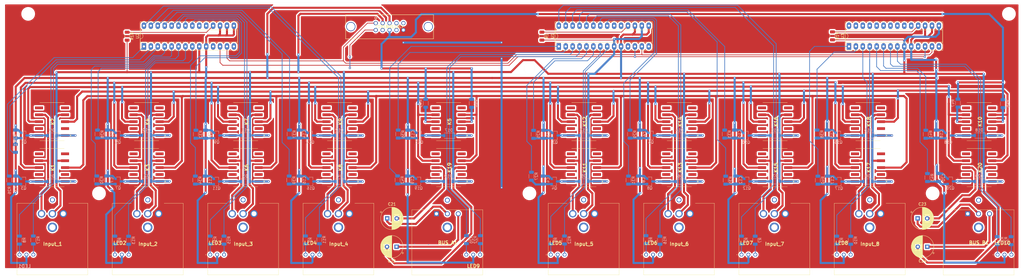
<source format=kicad_pcb>
(kicad_pcb (version 20171130) (host pcbnew "(5.1.9)-1")
  (layers (0 F.Cu signal) (31 B.Cu signal) (34 B.Paste user) (35 F.Paste user) (36 B.SilkS user) (37 F.SilkS user) (38 B.Mask user) (39 F.Mask user) (44 Edge.Cuts user))
  (net 0 "")
  (net 1 /Relay/BUSA.2)
  (net 2 /Relay/BUSA.3)
  (net 3 /Relay/BUSA.G)
  (net 4 /Relay/BUSAMH)
  (net 5 /Relay/BUSB.2)
  (net 6 /Relay/BUSB.3)
  (net 7 GND)
  (net 8 "Net-(C1-Pad1)")
  (net 9 "Net-(C2-Pad1)")
  (net 10 "Net-(C3-Pad1)")
  (net 11 "Net-(C4-Pad1)")
  (net 12 "Net-(C5-Pad1)")
  (net 13 "Net-(C6-Pad1)")
  (net 14 "Net-(C8-Pad1)")
  (net 15 "Net-(C9-Pad1)")
  (net 16 "Net-(C10-Pad1)")
  (net 17 "Net-(C11-Pad1)")
  (net 18 "Net-(C12-Pad1)")
  (net 19 "Net-(C13-Pad1)")
  (net 20 "Net-(C14-Pad1)")
  (net 21 "Net-(C15-Pad1)")
  (net 22 "Net-(C16-Pad1)")
  (net 23 "Net-(C17-Pad1)")
  (net 24 "Net-(C18-Pad1)")
  (net 25 /Relay/IN1.2)
  (net 26 /Relay/IN1.3)
  (net 27 /Relay/IN2.2)
  (net 28 /Relay/IN2.3)
  (net 29 /Relay/IN3.2)
  (net 30 /Relay/IN3.3)
  (net 31 /Relay/IN4.2)
  (net 32 /Relay/IN4.3)
  (net 33 /Relay/IN5.2)
  (net 34 /Relay/IN5.3)
  (net 35 /Relay/IN6.2)
  (net 36 /Relay/IN6.3)
  (net 37 /Relay/IN7.2)
  (net 38 /Relay/IN7.3)
  (net 39 /Relay/IN8.2)
  (net 40 /Relay/IN8.3)
  (net 41 "Net-(K1-Pad2)")
  (net 42 "Net-(K1-Pad5)")
  (net 43 "Net-(K1-Pad6)")
  (net 44 "Net-(K1-Pad9)")
  (net 45 "Net-(K2-Pad2)")
  (net 46 "Net-(K2-Pad5)")
  (net 47 "Net-(K2-Pad6)")
  (net 48 "Net-(K2-Pad9)")
  (net 49 "Net-(K3-Pad2)")
  (net 50 "Net-(K3-Pad5)")
  (net 51 "Net-(K3-Pad6)")
  (net 52 "Net-(K3-Pad9)")
  (net 53 "Net-(K4-Pad2)")
  (net 54 "Net-(K4-Pad5)")
  (net 55 "Net-(K4-Pad6)")
  (net 56 "Net-(K4-Pad9)")
  (net 57 "Net-(K5-Pad2)")
  (net 58 "Net-(K5-Pad5)")
  (net 59 "Net-(K5-Pad6)")
  (net 60 "Net-(K5-Pad9)")
  (net 61 "Net-(K6-Pad2)")
  (net 62 "Net-(K6-Pad5)")
  (net 63 "Net-(K6-Pad6)")
  (net 64 "Net-(K6-Pad9)")
  (net 65 "Net-(K7-Pad2)")
  (net 66 "Net-(K7-Pad5)")
  (net 67 "Net-(K7-Pad6)")
  (net 68 "Net-(K7-Pad9)")
  (net 69 "Net-(K8-Pad2)")
  (net 70 "Net-(K8-Pad5)")
  (net 71 "Net-(K8-Pad6)")
  (net 72 "Net-(K8-Pad9)")
  (net 73 "Net-(K9-Pad2)")
  (net 74 "Net-(K9-Pad5)")
  (net 75 "Net-(K9-Pad6)")
  (net 76 "Net-(K9-Pad9)")
  (net 77 "Net-(K10-Pad2)")
  (net 78 "Net-(K10-Pad5)")
  (net 79 "Net-(K10-Pad6)")
  (net 80 "Net-(K10-Pad9)")
  (net 81 "Net-(K11-Pad2)")
  (net 82 "Net-(K11-Pad5)")
  (net 83 "Net-(K11-Pad6)")
  (net 84 "Net-(K11-Pad9)")
  (net 85 "Net-(K12-Pad2)")
  (net 86 "Net-(K12-Pad5)")
  (net 87 "Net-(K12-Pad6)")
  (net 88 "Net-(K12-Pad9)")
  (net 89 "Net-(K13-Pad2)")
  (net 90 "Net-(K13-Pad5)")
  (net 91 "Net-(K13-Pad6)")
  (net 92 "Net-(K13-Pad9)")
  (net 93 "Net-(K14-Pad2)")
  (net 94 "Net-(K14-Pad5)")
  (net 95 "Net-(K14-Pad6)")
  (net 96 "Net-(K14-Pad9)")
  (net 97 "Net-(K15-Pad2)")
  (net 98 "Net-(K15-Pad5)")
  (net 99 "Net-(K15-Pad6)")
  (net 100 "Net-(K15-Pad9)")
  (net 101 "Net-(K16-Pad2)")
  (net 102 "Net-(K16-Pad5)")
  (net 103 "Net-(K16-Pad6)")
  (net 104 "Net-(K16-Pad9)")
  (net 105 "Net-(K17-Pad2)")
  (net 106 "Net-(K17-Pad5)")
  (net 107 "Net-(K17-Pad6)")
  (net 108 "Net-(K17-Pad9)")
  (net 109 "Net-(K18-Pad2)")
  (net 110 "Net-(K18-Pad5)")
  (net 111 "Net-(K18-Pad6)")
  (net 112 "Net-(K18-Pad9)")
  (net 113 "Net-(LED1-Pad1)")
  (net 114 "Net-(LED1-Pad3)")
  (net 115 "Net-(LED2-Pad1)")
  (net 116 "Net-(LED2-Pad3)")
  (net 117 "Net-(LED3-Pad1)")
  (net 118 "Net-(LED3-Pad3)")
  (net 119 "Net-(LED4-Pad1)")
  (net 120 "Net-(LED4-Pad3)")
  (net 121 "Net-(LED5-Pad1)")
  (net 122 "Net-(LED5-Pad3)")
  (net 123 "Net-(LED6-Pad1)")
  (net 124 "Net-(LED6-Pad3)")
  (net 125 "Net-(LED7-Pad1)")
  (net 126 "Net-(LED7-Pad3)")
  (net 127 "Net-(LED8-Pad1)")
  (net 128 "Net-(LED8-Pad3)")
  (net 129 "Net-(LED9-Pad1)")
  (net 130 "Net-(LED9-Pad3)")
  (net 131 "Net-(LED10-Pad1)")
  (net 132 "Net-(LED10-Pad3)")
  (net 133 "Net-(C7-Pad1)")
  (net 134 "Net-(R1-Pad1)")
  (net 135 "Net-(R18-Pad1)")
  (net 136 "Net-(R19-Pad1)")
  (net 137 "Net-(U1-Pad14)")
  (net 138 "Net-(U1-Pad11)")
  (net 139 "Net-(U1-Pad20)")
  (net 140 "Net-(U1-Pad19)")
  (net 141 "Net-(U2-Pad14)")
  (net 142 "Net-(U2-Pad11)")
  (net 143 "Net-(U2-Pad20)")
  (net 144 "Net-(U2-Pad19)")
  (net 145 "Net-(U3-Pad14)")
  (net 146 "Net-(U3-Pad11)")
  (net 147 "Net-(U3-Pad20)")
  (net 148 "Net-(U3-Pad19)")
  (net 149 K1-)
  (net 150 K2-)
  (net 151 /Relay/OUTA.2)
  (net 152 /Relay/OUTA.3)
  (net 153 /Relay/OUTB.2)
  (net 154 /Relay/OUTB.3)
  (net 155 "Net-(C19-Pad1)")
  (net 156 "Net-(C20-Pad1)")
  (net 157 K3-)
  (net 158 K4-)
  (net 159 K5-)
  (net 160 K6-)
  (net 161 K7-)
  (net 162 K8-)
  (net 163 K9-)
  (net 164 K10-)
  (net 165 K11-)
  (net 166 K12-)
  (net 167 K13-)
  (net 168 K14-)
  (net 169 K15-)
  (net 170 K16-)
  (net 171 K17-)
  (net 172 K18-)
  (net 173 K19-)
  (net 174 K20-)
  (net 175 "Net-(K19-Pad2)")
  (net 176 "Net-(K19-Pad5)")
  (net 177 "Net-(K19-Pad6)")
  (net 178 "Net-(K19-Pad9)")
  (net 179 "Net-(K20-Pad2)")
  (net 180 "Net-(K20-Pad5)")
  (net 181 "Net-(K20-Pad6)")
  (net 182 "Net-(K20-Pad9)")
  (net 183 I2C_SDA)
  (net 184 I2C_SCK)
  (net 185 "Net-(J2-Pad11)")
  (net 186 "Net-(J2-Pad12)")
  (net 187 MCP2.15)
  (net 188 MCP3.3)
  (net 189 MCP1.15)
  (net 190 MCP2.7)
  (net 191 MCP2.11)
  (net 192 MCP2.16)
  (net 193 MCP1.3)
  (net 194 MCP1.7)
  (net 195 MCP3.4)
  (net 196 MCP1.16)
  (net 197 MCP2.8)
  (net 198 MCP1.8)
  (net 199 MCP1.11)
  (net 200 MCP1.12)
  (net 201 MCP2.12)
  (net 202 MCP1.4)
  (net 203 MCP2.3)
  (net 204 MCP3.7)
  (net 205 MCP2.4)
  (net 206 MCP3.8)
  (net 207 MCP1.2)
  (net 208 MCP2.6)
  (net 209 MCP1.1)
  (net 210 MCP2.5)
  (net 211 MCP1.6)
  (net 212 MCP2.10)
  (net 213 MCP1.5)
  (net 214 MCP2.9)
  (net 215 MCP1.10)
  (net 216 MCP2.14)
  (net 217 MCP1.9)
  (net 218 MCP2.13)
  (net 219 MCP2.2)
  (net 220 MCP1.14)
  (net 221 MCP3.2)
  (net 222 MCP1.13)
  (net 223 MCP3.1)
  (net 224 MCP3.6)
  (net 225 MCP2.1)
  (net 226 MCP3.5)
  (net 227 MCP3.16)
  (net 228 MCP3.15)
  (net 229 MCP3.14)
  (net 230 MCP3.13)
  (net 231 MCP3.12)
  (net 232 MCP3.11)
  (net 233 MCP3.10)
  (net 234 MCP3.9)
  (net 235 K1+)
  (net 236 "Net-(J2-Pad4)")
  (net 237 Phantom_48V_GND)
  (net 238 Phantom_48V)
  (net 239 "Net-(J2-Pad7)")
  (net 240 "Net-(J2-Pad8)")
  (net 241 "Net-(J2-Pad9)")
  (net 242 "Net-(K5-Pad3)")
  (net 243 "Net-(K5-Pad8)")
  (net 244 "Net-(K10-Pad3)")
  (net 245 "Net-(K10-Pad8)")
  (net 246 "Net-(C21-Pad2)")
  (net 247 "Net-(C22-Pad2)")
  (net 248 "Net-(C23-Pad2)")
  (net 249 "Net-(C24-Pad2)")
  (module Capacitor_THT:CP_Radial_D8.0mm_P3.50mm (layer F.Cu) (at 156.21 181.864 180)
    (fp_text reference C22 (at 1.75 -5.25) (layer F.SilkS))
    (fp_text value 47uF)
    (pad 2 thru_hole circle (at 3.5 0 180) (size 1.6 1.6) (drill 0.8) (layers *.Cu *.Mask) (net 247 "Net-(C22-Pad2)"))
    (pad 1 thru_hole rect (at 0 0 180) (size 1.6 1.6) (drill 0.8) (layers *.Cu *.Mask) (net 151 /Relay/OUTA.2))
  )
  (module Resistor_SMD:R_1206_3216Metric (layer B.Cu) (at 362.28 129.0525 270)
    (fp_text reference R47 (at 0 1.82 90) (layer B.SilkS) (effects (justify mirror)))
    (fp_text value 6K8)
    (pad 2 smd roundrect (at 1.4625 0 270) (size 1.125 1.75) (layers B.Cu B.Paste B.Mask) (roundrect_rratio 0.222222) (net 245 "Net-(K10-Pad8)"))
    (pad 1 smd roundrect (at -1.4625 0 270) (size 1.125 1.75) (layers B.Cu B.Paste B.Mask) (roundrect_rratio 0.222222) (net 238 Phantom_48V))
  )
  (module Resistor_SMD:R_1206_3216Metric (layer B.Cu) (at 378.79 129.2625 90)
    (fp_text reference R46 (at 0 1.82 90) (layer B.SilkS) (effects (justify mirror)))
    (fp_text value 6K8)
    (pad 2 smd roundrect (at 1.4625 0 90) (size 1.125 1.75) (layers B.Cu B.Paste B.Mask) (roundrect_rratio 0.222222) (net 238 Phantom_48V))
    (pad 1 smd roundrect (at -1.4625 0 90) (size 1.125 1.75) (layers B.Cu B.Paste B.Mask) (roundrect_rratio 0.222222) (net 244 "Net-(K10-Pad3)"))
  )
  (module Resistor_SMD:R_1206_3216Metric (layer B.Cu) (at 166.9 129.1175 270)
    (fp_text reference R45 (at 0 1.82 90) (layer B.SilkS) (effects (justify mirror)))
    (fp_text value 6K8)
    (pad 2 smd roundrect (at 1.4625 0 270) (size 1.125 1.75) (layers B.Cu B.Paste B.Mask) (roundrect_rratio 0.222222) (net 243 "Net-(K5-Pad8)"))
    (pad 1 smd roundrect (at -1.4625 0 270) (size 1.125 1.75) (layers B.Cu B.Paste B.Mask) (roundrect_rratio 0.222222) (net 238 Phantom_48V))
  )
  (module Resistor_SMD:R_1206_3216Metric (layer B.Cu) (at 183.76 129.14 90)
    (fp_text reference R44 (at 0 1.82 90) (layer B.SilkS) (effects (justify mirror)))
    (fp_text value 6K8)
    (pad 2 smd roundrect (at 1.4625 0 90) (size 1.125 1.75) (layers B.Cu B.Paste B.Mask) (roundrect_rratio 0.222222) (net 238 Phantom_48V))
    (pad 1 smd roundrect (at -1.4625 0 90) (size 1.125 1.75) (layers B.Cu B.Paste B.Mask) (roundrect_rratio 0.222222) (net 242 "Net-(K5-Pad3)"))
  )
  (module Capacitor_THT:CP_Radial_D8.0mm_P3.50mm (layer F.Cu) (at 351.028 181.864 180)
    (fp_text reference C24 (at 1.75 -5.25) (layer F.SilkS))
    (fp_text value 47uF)
    (pad 2 thru_hole circle (at 3.5 0 180) (size 1.6 1.6) (drill 0.8) (layers *.Cu *.Mask) (net 249 "Net-(C24-Pad2)"))
    (pad 1 thru_hole rect (at 0 0 180) (size 1.6 1.6) (drill 0.8) (layers *.Cu *.Mask) (net 153 /Relay/OUTB.2))
  )
  (module Capacitor_THT:CP_Radial_D8.0mm_P3.50mm (layer F.Cu) (at 347.472 171.45)
    (fp_text reference C23 (at 1.75 -5.25) (layer F.SilkS))
    (fp_text value 47uF)
    (pad 2 thru_hole circle (at 3.5 0) (size 1.6 1.6) (drill 0.8) (layers *.Cu *.Mask) (net 248 "Net-(C23-Pad2)"))
    (pad 1 thru_hole rect (at 0 0) (size 1.6 1.6) (drill 0.8) (layers *.Cu *.Mask) (net 154 /Relay/OUTB.3))
  )
  (module Capacitor_THT:CP_Radial_D8.0mm_P3.50mm (layer F.Cu) (at 152.76 171.45)
    (fp_text reference C21 (at 1.75 -5.25) (layer F.SilkS))
    (fp_text value 47uF)
    (pad 2 thru_hole circle (at 3.5 0) (size 1.6 1.6) (drill 0.8) (layers *.Cu *.Mask) (net 246 "Net-(C21-Pad2)"))
    (pad 1 thru_hole rect (at 0 0) (size 1.6 1.6) (drill 0.8) (layers *.Cu *.Mask) (net 152 /Relay/OUTA.3))
  )
  (module Package_DIP:DIP-28_W7.62mm_Socket_LongPads (layer F.Cu) (at 322.27 108.21 90)
    (fp_text reference U3 (at 3.81 -2.33 90) (layer F.SilkS))
    (fp_text value MCP23017_SP)
    (pad 28 thru_hole oval (at 7.62 0 90) (size 2.4 1.6) (drill 0.8) (layers *.Cu *.Mask) (net 227 MCP3.16))
    (pad 14 thru_hole oval (at 0 33.02 90) (size 2.4 1.6) (drill 0.8) (layers *.Cu *.Mask) (net 145 "Net-(U3-Pad14)"))
    (pad 27 thru_hole oval (at 7.62 2.54 90) (size 2.4 1.6) (drill 0.8) (layers *.Cu *.Mask) (net 228 MCP3.15))
    (pad 13 thru_hole oval (at 0 30.48 90) (size 2.4 1.6) (drill 0.8) (layers *.Cu *.Mask) (net 183 I2C_SDA))
    (pad 26 thru_hole oval (at 7.62 5.08 90) (size 2.4 1.6) (drill 0.8) (layers *.Cu *.Mask) (net 229 MCP3.14))
    (pad 12 thru_hole oval (at 0 27.94 90) (size 2.4 1.6) (drill 0.8) (layers *.Cu *.Mask) (net 184 I2C_SCK))
    (pad 25 thru_hole oval (at 7.62 7.62 90) (size 2.4 1.6) (drill 0.8) (layers *.Cu *.Mask) (net 230 MCP3.13))
    (pad 11 thru_hole oval (at 0 25.4 90) (size 2.4 1.6) (drill 0.8) (layers *.Cu *.Mask) (net 146 "Net-(U3-Pad11)"))
    (pad 24 thru_hole oval (at 7.62 10.16 90) (size 2.4 1.6) (drill 0.8) (layers *.Cu *.Mask) (net 231 MCP3.12))
    (pad 10 thru_hole oval (at 0 22.86 90) (size 2.4 1.6) (drill 0.8) (layers *.Cu *.Mask) (net 7 GND))
    (pad 23 thru_hole oval (at 7.62 12.7 90) (size 2.4 1.6) (drill 0.8) (layers *.Cu *.Mask) (net 232 MCP3.11))
    (pad 9 thru_hole oval (at 0 20.32 90) (size 2.4 1.6) (drill 0.8) (layers *.Cu *.Mask) (net 235 K1+))
    (pad 22 thru_hole oval (at 7.62 15.24 90) (size 2.4 1.6) (drill 0.8) (layers *.Cu *.Mask) (net 233 MCP3.10))
    (pad 8 thru_hole oval (at 0 17.78 90) (size 2.4 1.6) (drill 0.8) (layers *.Cu *.Mask) (net 206 MCP3.8))
    (pad 21 thru_hole oval (at 7.62 17.78 90) (size 2.4 1.6) (drill 0.8) (layers *.Cu *.Mask) (net 234 MCP3.9))
    (pad 7 thru_hole oval (at 0 15.24 90) (size 2.4 1.6) (drill 0.8) (layers *.Cu *.Mask) (net 204 MCP3.7))
    (pad 20 thru_hole oval (at 7.62 20.32 90) (size 2.4 1.6) (drill 0.8) (layers *.Cu *.Mask) (net 147 "Net-(U3-Pad20)"))
    (pad 6 thru_hole oval (at 0 12.7 90) (size 2.4 1.6) (drill 0.8) (layers *.Cu *.Mask) (net 224 MCP3.6))
    (pad 19 thru_hole oval (at 7.62 22.86 90) (size 2.4 1.6) (drill 0.8) (layers *.Cu *.Mask) (net 148 "Net-(U3-Pad19)"))
    (pad 5 thru_hole oval (at 0 10.16 90) (size 2.4 1.6) (drill 0.8) (layers *.Cu *.Mask) (net 226 MCP3.5))
    (pad 18 thru_hole oval (at 7.62 25.4 90) (size 2.4 1.6) (drill 0.8) (layers *.Cu *.Mask) (net 136 "Net-(R19-Pad1)"))
    (pad 4 thru_hole oval (at 0 7.62 90) (size 2.4 1.6) (drill 0.8) (layers *.Cu *.Mask) (net 195 MCP3.4))
    (pad 17 thru_hole oval (at 7.62 27.94 90) (size 2.4 1.6) (drill 0.8) (layers *.Cu *.Mask) (net 7 GND))
    (pad 3 thru_hole oval (at 0 5.08 90) (size 2.4 1.6) (drill 0.8) (layers *.Cu *.Mask) (net 188 MCP3.3))
    (pad 16 thru_hole oval (at 7.62 30.48 90) (size 2.4 1.6) (drill 0.8) (layers *.Cu *.Mask) (net 7 GND))
    (pad 2 thru_hole oval (at 0 2.54 90) (size 2.4 1.6) (drill 0.8) (layers *.Cu *.Mask) (net 221 MCP3.2))
    (pad 15 thru_hole oval (at 7.62 33.02 90) (size 2.4 1.6) (drill 0.8) (layers *.Cu *.Mask) (net 235 K1+))
    (pad 1 thru_hole rect (at 0 0 90) (size 2.4 1.6) (drill 0.8) (layers *.Cu *.Mask) (net 223 MCP3.1))
  )
  (module Package_DIP:DIP-28_W7.62mm_Socket_LongPads (layer F.Cu) (at 63.48 108.21 90)
    (fp_text reference U2 (at 3.81 -2.33 90) (layer F.SilkS))
    (fp_text value MCP23017_SP)
    (pad 28 thru_hole oval (at 7.62 0 90) (size 2.4 1.6) (drill 0.8) (layers *.Cu *.Mask) (net 196 MCP1.16))
    (pad 14 thru_hole oval (at 0 33.02 90) (size 2.4 1.6) (drill 0.8) (layers *.Cu *.Mask) (net 141 "Net-(U2-Pad14)"))
    (pad 27 thru_hole oval (at 7.62 2.54 90) (size 2.4 1.6) (drill 0.8) (layers *.Cu *.Mask) (net 189 MCP1.15))
    (pad 13 thru_hole oval (at 0 30.48 90) (size 2.4 1.6) (drill 0.8) (layers *.Cu *.Mask) (net 183 I2C_SDA))
    (pad 26 thru_hole oval (at 7.62 5.08 90) (size 2.4 1.6) (drill 0.8) (layers *.Cu *.Mask) (net 220 MCP1.14))
    (pad 12 thru_hole oval (at 0 27.94 90) (size 2.4 1.6) (drill 0.8) (layers *.Cu *.Mask) (net 184 I2C_SCK))
    (pad 25 thru_hole oval (at 7.62 7.62 90) (size 2.4 1.6) (drill 0.8) (layers *.Cu *.Mask) (net 222 MCP1.13))
    (pad 11 thru_hole oval (at 0 25.4 90) (size 2.4 1.6) (drill 0.8) (layers *.Cu *.Mask) (net 142 "Net-(U2-Pad11)"))
    (pad 24 thru_hole oval (at 7.62 10.16 90) (size 2.4 1.6) (drill 0.8) (layers *.Cu *.Mask) (net 200 MCP1.12))
    (pad 10 thru_hole oval (at 0 22.86 90) (size 2.4 1.6) (drill 0.8) (layers *.Cu *.Mask) (net 7 GND))
    (pad 23 thru_hole oval (at 7.62 12.7 90) (size 2.4 1.6) (drill 0.8) (layers *.Cu *.Mask) (net 199 MCP1.11))
    (pad 9 thru_hole oval (at 0 20.32 90) (size 2.4 1.6) (drill 0.8) (layers *.Cu *.Mask) (net 235 K1+))
    (pad 22 thru_hole oval (at 7.62 15.24 90) (size 2.4 1.6) (drill 0.8) (layers *.Cu *.Mask) (net 215 MCP1.10))
    (pad 8 thru_hole oval (at 0 17.78 90) (size 2.4 1.6) (drill 0.8) (layers *.Cu *.Mask) (net 198 MCP1.8))
    (pad 21 thru_hole oval (at 7.62 17.78 90) (size 2.4 1.6) (drill 0.8) (layers *.Cu *.Mask) (net 217 MCP1.9))
    (pad 7 thru_hole oval (at 0 15.24 90) (size 2.4 1.6) (drill 0.8) (layers *.Cu *.Mask) (net 194 MCP1.7))
    (pad 20 thru_hole oval (at 7.62 20.32 90) (size 2.4 1.6) (drill 0.8) (layers *.Cu *.Mask) (net 143 "Net-(U2-Pad20)"))
    (pad 6 thru_hole oval (at 0 12.7 90) (size 2.4 1.6) (drill 0.8) (layers *.Cu *.Mask) (net 211 MCP1.6))
    (pad 19 thru_hole oval (at 7.62 22.86 90) (size 2.4 1.6) (drill 0.8) (layers *.Cu *.Mask) (net 144 "Net-(U2-Pad19)"))
    (pad 5 thru_hole oval (at 0 10.16 90) (size 2.4 1.6) (drill 0.8) (layers *.Cu *.Mask) (net 213 MCP1.5))
    (pad 18 thru_hole oval (at 7.62 25.4 90) (size 2.4 1.6) (drill 0.8) (layers *.Cu *.Mask) (net 135 "Net-(R18-Pad1)"))
    (pad 4 thru_hole oval (at 0 7.62 90) (size 2.4 1.6) (drill 0.8) (layers *.Cu *.Mask) (net 202 MCP1.4))
    (pad 17 thru_hole oval (at 7.62 27.94 90) (size 2.4 1.6) (drill 0.8) (layers *.Cu *.Mask) (net 7 GND))
    (pad 3 thru_hole oval (at 0 5.08 90) (size 2.4 1.6) (drill 0.8) (layers *.Cu *.Mask) (net 193 MCP1.3))
    (pad 16 thru_hole oval (at 7.62 30.48 90) (size 2.4 1.6) (drill 0.8) (layers *.Cu *.Mask) (net 7 GND))
    (pad 2 thru_hole oval (at 0 2.54 90) (size 2.4 1.6) (drill 0.8) (layers *.Cu *.Mask) (net 207 MCP1.2))
    (pad 15 thru_hole oval (at 7.62 33.02 90) (size 2.4 1.6) (drill 0.8) (layers *.Cu *.Mask) (net 7 GND))
    (pad 1 thru_hole rect (at 0 0 90) (size 2.4 1.6) (drill 0.8) (layers *.Cu *.Mask) (net 209 MCP1.1))
  )
  (module Package_DIP:DIP-28_W7.62mm_Socket_LongPads (layer F.Cu) (at 215.76 108.21 90)
    (fp_text reference U1 (at 3.81 -2.33 90) (layer F.SilkS))
    (fp_text value MCP23017_SP)
    (pad 28 thru_hole oval (at 7.62 0 90) (size 2.4 1.6) (drill 0.8) (layers *.Cu *.Mask) (net 192 MCP2.16))
    (pad 14 thru_hole oval (at 0 33.02 90) (size 2.4 1.6) (drill 0.8) (layers *.Cu *.Mask) (net 137 "Net-(U1-Pad14)"))
    (pad 27 thru_hole oval (at 7.62 2.54 90) (size 2.4 1.6) (drill 0.8) (layers *.Cu *.Mask) (net 187 MCP2.15))
    (pad 13 thru_hole oval (at 0 30.48 90) (size 2.4 1.6) (drill 0.8) (layers *.Cu *.Mask) (net 183 I2C_SDA))
    (pad 26 thru_hole oval (at 7.62 5.08 90) (size 2.4 1.6) (drill 0.8) (layers *.Cu *.Mask) (net 216 MCP2.14))
    (pad 12 thru_hole oval (at 0 27.94 90) (size 2.4 1.6) (drill 0.8) (layers *.Cu *.Mask) (net 184 I2C_SCK))
    (pad 25 thru_hole oval (at 7.62 7.62 90) (size 2.4 1.6) (drill 0.8) (layers *.Cu *.Mask) (net 218 MCP2.13))
    (pad 11 thru_hole oval (at 0 25.4 90) (size 2.4 1.6) (drill 0.8) (layers *.Cu *.Mask) (net 138 "Net-(U1-Pad11)"))
    (pad 24 thru_hole oval (at 7.62 10.16 90) (size 2.4 1.6) (drill 0.8) (layers *.Cu *.Mask) (net 201 MCP2.12))
    (pad 10 thru_hole oval (at 0 22.86 90) (size 2.4 1.6) (drill 0.8) (layers *.Cu *.Mask) (net 7 GND))
    (pad 23 thru_hole oval (at 7.62 12.7 90) (size 2.4 1.6) (drill 0.8) (layers *.Cu *.Mask) (net 191 MCP2.11))
    (pad 9 thru_hole oval (at 0 20.32 90) (size 2.4 1.6) (drill 0.8) (layers *.Cu *.Mask) (net 235 K1+))
    (pad 22 thru_hole oval (at 7.62 15.24 90) (size 2.4 1.6) (drill 0.8) (layers *.Cu *.Mask) (net 212 MCP2.10))
    (pad 8 thru_hole oval (at 0 17.78 90) (size 2.4 1.6) (drill 0.8) (layers *.Cu *.Mask) (net 197 MCP2.8))
    (pad 21 thru_hole oval (at 7.62 17.78 90) (size 2.4 1.6) (drill 0.8) (layers *.Cu *.Mask) (net 214 MCP2.9))
    (pad 7 thru_hole oval (at 0 15.24 90) (size 2.4 1.6) (drill 0.8) (layers *.Cu *.Mask) (net 190 MCP2.7))
    (pad 20 thru_hole oval (at 7.62 20.32 90) (size 2.4 1.6) (drill 0.8) (layers *.Cu *.Mask) (net 139 "Net-(U1-Pad20)"))
    (pad 6 thru_hole oval (at 0 12.7 90) (size 2.4 1.6) (drill 0.8) (layers *.Cu *.Mask) (net 208 MCP2.6))
    (pad 19 thru_hole oval (at 7.62 22.86 90) (size 2.4 1.6) (drill 0.8) (layers *.Cu *.Mask) (net 140 "Net-(U1-Pad19)"))
    (pad 5 thru_hole oval (at 0 10.16 90) (size 2.4 1.6) (drill 0.8) (layers *.Cu *.Mask) (net 210 MCP2.5))
    (pad 18 thru_hole oval (at 7.62 25.4 90) (size 2.4 1.6) (drill 0.8) (layers *.Cu *.Mask) (net 134 "Net-(R1-Pad1)"))
    (pad 4 thru_hole oval (at 0 7.62 90) (size 2.4 1.6) (drill 0.8) (layers *.Cu *.Mask) (net 205 MCP2.4))
    (pad 17 thru_hole oval (at 7.62 27.94 90) (size 2.4 1.6) (drill 0.8) (layers *.Cu *.Mask) (net 7 GND))
    (pad 3 thru_hole oval (at 0 5.08 90) (size 2.4 1.6) (drill 0.8) (layers *.Cu *.Mask) (net 203 MCP2.3))
    (pad 16 thru_hole oval (at 7.62 30.48 90) (size 2.4 1.6) (drill 0.8) (layers *.Cu *.Mask) (net 235 K1+))
    (pad 2 thru_hole oval (at 0 2.54 90) (size 2.4 1.6) (drill 0.8) (layers *.Cu *.Mask) (net 219 MCP2.2))
    (pad 15 thru_hole oval (at 7.62 33.02 90) (size 2.4 1.6) (drill 0.8) (layers *.Cu *.Mask) (net 7 GND))
    (pad 1 thru_hole rect (at 0 0 90) (size 2.4 1.6) (drill 0.8) (layers *.Cu *.Mask) (net 225 MCP2.1))
  )
  (module Resistor_SMD:R_1206_3216Metric (layer F.Cu) (at 316.21 104.3275 270)
    (fp_text reference R19 (at 0 -1.82 90) (layer F.SilkS))
    (fp_text value 10K)
    (pad 2 smd roundrect (at 1.4625 0 270) (size 1.125 1.75) (layers F.Cu F.Paste F.Mask) (roundrect_rratio 0.2222213333333333) (net 235 K1+))
    (pad 1 smd roundrect (at -1.4625 0 270) (size 1.125 1.75) (layers F.Cu F.Paste F.Mask) (roundrect_rratio 0.2222213333333333) (net 136 "Net-(R19-Pad1)"))
  )
  (module Resistor_SMD:R_1206_3216Metric (layer F.Cu) (at 57.31 104.4475 270)
    (fp_text reference R18 (at 0 -1.82 90) (layer F.SilkS))
    (fp_text value 10K)
    (pad 2 smd roundrect (at 1.4625 0 270) (size 1.125 1.75) (layers F.Cu F.Paste F.Mask) (roundrect_rratio 0.2222213333333333) (net 235 K1+))
    (pad 1 smd roundrect (at -1.4625 0 270) (size 1.125 1.75) (layers F.Cu F.Paste F.Mask) (roundrect_rratio 0.2222213333333333) (net 135 "Net-(R18-Pad1)"))
  )
  (module Resistor_SMD:R_1206_3216Metric (layer F.Cu) (at 209.55 104.4225 270)
    (fp_text reference R1 (at 0 -1.82 90) (layer F.SilkS))
    (fp_text value 10K)
    (pad 2 smd roundrect (at 1.4625 0 270) (size 1.125 1.75) (layers F.Cu F.Paste F.Mask) (roundrect_rratio 0.2222213333333333) (net 235 K1+))
    (pad 1 smd roundrect (at -1.4625 0 270) (size 1.125 1.75) (layers F.Cu F.Paste F.Mask) (roundrect_rratio 0.2222213333333333) (net 134 "Net-(R1-Pad1)"))
  )
  (module BVKSound:71918-110LF (layer F.Cu) (at 148.56 99.65)
    (fp_text reference J2 (at 5.08 1.27) (layer F.SilkS))
    (fp_text value 71918-110LF (at 5.08 1.27) (layer F.SilkS))
    (fp_text user * (at 0 0) (layer F.SilkS))
    (pad 1 thru_hole circle (at 0 0) (size 1.524 1.524) (drill 1.016) (layers *.Cu *.Mask) (net 183 I2C_SDA))
    (pad 2 thru_hole circle (at 0 2.54) (size 1.524 1.524) (drill 1.016) (layers *.Cu *.Mask) (net 184 I2C_SCK))
    (pad 3 thru_hole circle (at 2.54 0) (size 1.524 1.524) (drill 1.016) (layers *.Cu *.Mask) (net 235 K1+))
    (pad 4 thru_hole circle (at 2.54 2.54) (size 1.524 1.524) (drill 1.016) (layers *.Cu *.Mask) (net 236 "Net-(J2-Pad4)"))
    (pad 5 thru_hole circle (at 5.08 0) (size 1.524 1.524) (drill 1.016) (layers *.Cu *.Mask) (net 7 GND))
    (pad 6 thru_hole circle (at 5.08 2.54) (size 1.524 1.524) (drill 1.016) (layers *.Cu *.Mask) (net 238 Phantom_48V))
    (pad 7 thru_hole circle (at 7.62 0) (size 1.524 1.524) (drill 1.016) (layers *.Cu *.Mask) (net 239 "Net-(J2-Pad7)"))
    (pad 8 thru_hole circle (at 7.62 2.54) (size 1.524 1.524) (drill 1.016) (layers *.Cu *.Mask) (net 240 "Net-(J2-Pad8)"))
    (pad 9 thru_hole circle (at 10.16 0) (size 1.524 1.524) (drill 1.016) (layers *.Cu *.Mask) (net 241 "Net-(J2-Pad9)"))
    (pad 10 thru_hole circle (at 10.16 2.54) (size 1.524 1.524) (drill 1.016) (layers *.Cu *.Mask) (net 237 Phantom_48V_GND))
    (pad 11 thru_hole circle (at -9.1313 1.27) (size 3.3528 3.3528) (drill 2.8448) (layers *.Cu *.Mask) (net 185 "Net-(J2-Pad11)"))
    (pad 12 thru_hole circle (at 19.2913 1.27) (size 3.3528 3.3528) (drill 2.8448) (layers *.Cu *.Mask) (net 186 "Net-(J2-Pad12)"))
  )
  (module Resistor_SMD:R_1206_3216Metric (layer B.Cu) (at 116.94 140.4275 90)
    (fp_text reference R37 (at 0 1.82 90) (layer B.SilkS) (effects (justify mirror)))
    (fp_text value 1K)
    (pad 2 smd roundrect (at 1.4625 0 90) (size 1.125 1.75) (layers B.Cu B.Paste B.Mask) (roundrect_rratio 0.2222204444444444) (net 220 MCP1.14))
    (pad 1 smd roundrect (at -1.4625 0 90) (size 1.125 1.75) (layers B.Cu B.Paste B.Mask) (roundrect_rratio 0.2222204444444444) (net 20 "Net-(C14-Pad1)"))
  )
  (module BVKSound:TQ2SAL23VZ (layer F.Cu) (at 29.75 135.88 90)
    (fp_text reference K2 (at 0 0.325 90) (layer F.SilkS) (effects (font (size 1.27 1.27) (thickness 0.254))))
    (fp_text value TQ2SA-5V-Z hide)
    (pad 1 smd rect (at -5.08 4.78 90) (size 1 2.94) (layers F.Cu F.Paste F.Mask) (net 235 K1+))
    (pad 2 smd rect (at -2.54 4.78 90) (size 1 2.94) (layers F.Cu F.Paste F.Mask) (net 45 "Net-(K2-Pad2)"))
    (pad 3 smd rect (at 0 4.78 90) (size 1 2.94) (layers F.Cu F.Paste F.Mask) (net 5 /Relay/BUSB.2))
    (pad 4 smd rect (at 2.54 4.78 90) (size 1 2.94) (layers F.Cu F.Paste F.Mask) (net 25 /Relay/IN1.2))
    (pad 5 smd rect (at 5.08 4.78 90) (size 1 2.94) (layers F.Cu F.Paste F.Mask) (net 46 "Net-(K2-Pad5)"))
    (pad 6 smd rect (at 5.08 -4.78 90) (size 1 2.94) (layers F.Cu F.Paste F.Mask) (net 47 "Net-(K2-Pad6)"))
    (pad 7 smd rect (at 2.54 -4.78 90) (size 1 2.94) (layers F.Cu F.Paste F.Mask) (net 26 /Relay/IN1.3))
    (pad 8 smd rect (at 0 -4.78 90) (size 1 2.94) (layers F.Cu F.Paste F.Mask) (net 6 /Relay/BUSB.3))
    (pad 9 smd rect (at -2.54 -4.78 90) (size 1 2.94) (layers F.Cu F.Paste F.Mask) (net 48 "Net-(K2-Pad9)"))
    (pad 10 smd rect (at -5.08 -4.78 90) (size 1 2.94) (layers F.Cu F.Paste F.Mask) (net 163 K9-))
  )
  (module Diode_SMD:D_SOD-123 (layer B.Cu) (at 29.68 157.9 180)
    (fp_text reference D1 (at 0 2) (layer B.SilkS) (effects (justify mirror)))
    (fp_text value 1N4148W)
    (pad 2 smd rect (at 1.65 0 180) (size 0.9 1.2) (layers B.Cu B.Paste B.Mask) (net 149 K1-))
    (pad 1 smd rect (at -1.65 0 180) (size 0.9 1.2) (layers B.Cu B.Paste B.Mask) (net 235 K1+))
  )
  (module BVKSound:L115WEGW (layer F.Cu) (at 379.34 184.77 90)
    (fp_text reference LED10 (at 4.28244 -0.72644) (layer F.SilkS) (effects (font (size 1.27 1.27) (thickness 0.254))))
    (fp_text value L-115WEGW hide)
    (pad 1 thru_hole circle (at -0.00508 -2.52476 90) (size 1.4 1.4) (drill 0.9) (layers *.Cu *.Mask) (net 131 "Net-(LED10-Pad1)"))
    (pad 2 thru_hole circle (at -0.00508 0.01524 90) (size 1.4 1.4) (drill 0.9) (layers *.Cu *.Mask) (net 7 GND))
    (pad 3 thru_hole circle (at -0.00508 2.55524 90) (size 1.4 1.4) (drill 0.9) (layers *.Cu *.Mask) (net 132 "Net-(LED10-Pad3)"))
  )
  (module BVKSound:L115WEGW (layer F.Cu) (at 184.34 184.77 90)
    (fp_text reference LED9 (at -4.206 0.064) (layer F.SilkS) (effects (font (size 1.27 1.27) (thickness 0.254))))
    (fp_text value L-115WEGW hide)
    (pad 1 thru_hole circle (at -0.00508 -2.52476 90) (size 1.4 1.4) (drill 0.9) (layers *.Cu *.Mask) (net 129 "Net-(LED9-Pad1)"))
    (pad 2 thru_hole circle (at -0.00508 0.01524 90) (size 1.4 1.4) (drill 0.9) (layers *.Cu *.Mask) (net 7 GND))
    (pad 3 thru_hole circle (at -0.00508 2.55524 90) (size 1.4 1.4) (drill 0.9) (layers *.Cu *.Mask) (net 130 "Net-(LED9-Pad3)"))
  )
  (module BVKSound:L115WEGW (layer F.Cu) (at 320.34 184.77 90)
    (fp_text reference LED8 (at 4.28244 -0.72644) (layer F.SilkS) (effects (font (size 1.27 1.27) (thickness 0.254))))
    (fp_text value L-115WEGW hide)
    (pad 1 thru_hole circle (at -0.00508 -2.52476 90) (size 1.4 1.4) (drill 0.9) (layers *.Cu *.Mask) (net 127 "Net-(LED8-Pad1)"))
    (pad 2 thru_hole circle (at -0.00508 0.01524 90) (size 1.4 1.4) (drill 0.9) (layers *.Cu *.Mask) (net 7 GND))
    (pad 3 thru_hole circle (at -0.00508 2.55524 90) (size 1.4 1.4) (drill 0.9) (layers *.Cu *.Mask) (net 128 "Net-(LED8-Pad3)"))
  )
  (module BVKSound:L115WEGW (layer F.Cu) (at 285.34 184.77 90)
    (fp_text reference LED7 (at 4.28244 -0.72644) (layer F.SilkS) (effects (font (size 1.27 1.27) (thickness 0.254))))
    (fp_text value L-115WEGW hide)
    (pad 1 thru_hole circle (at -0.00508 -2.52476 90) (size 1.4 1.4) (drill 0.9) (layers *.Cu *.Mask) (net 125 "Net-(LED7-Pad1)"))
    (pad 2 thru_hole circle (at -0.00508 0.01524 90) (size 1.4 1.4) (drill 0.9) (layers *.Cu *.Mask) (net 7 GND))
    (pad 3 thru_hole circle (at -0.00508 2.55524 90) (size 1.4 1.4) (drill 0.9) (layers *.Cu *.Mask) (net 126 "Net-(LED7-Pad3)"))
  )
  (module BVKSound:L115WEGW (layer F.Cu) (at 250.34 184.77 90)
    (fp_text reference LED6 (at 4.28244 -0.72644) (layer F.SilkS) (effects (font (size 1.27 1.27) (thickness 0.254))))
    (fp_text value L-115WEGW hide)
    (pad 1 thru_hole circle (at -0.00508 -2.52476 90) (size 1.4 1.4) (drill 0.9) (layers *.Cu *.Mask) (net 123 "Net-(LED6-Pad1)"))
    (pad 2 thru_hole circle (at -0.00508 0.01524 90) (size 1.4 1.4) (drill 0.9) (layers *.Cu *.Mask) (net 7 GND))
    (pad 3 thru_hole circle (at -0.00508 2.55524 90) (size 1.4 1.4) (drill 0.9) (layers *.Cu *.Mask) (net 124 "Net-(LED6-Pad3)"))
  )
  (module BVKSound:L115WEGW (layer F.Cu) (at 215.34 184.77 90)
    (fp_text reference LED5 (at 4.28244 -0.72644) (layer F.SilkS) (effects (font (size 1.27 1.27) (thickness 0.254))))
    (fp_text value L-115WEGW hide)
    (pad 1 thru_hole circle (at -0.00508 -2.52476 90) (size 1.4 1.4) (drill 0.9) (layers *.Cu *.Mask) (net 121 "Net-(LED5-Pad1)"))
    (pad 2 thru_hole circle (at -0.00508 0.01524 90) (size 1.4 1.4) (drill 0.9) (layers *.Cu *.Mask) (net 7 GND))
    (pad 3 thru_hole circle (at -0.00508 2.55524 90) (size 1.4 1.4) (drill 0.9) (layers *.Cu *.Mask) (net 122 "Net-(LED5-Pad3)"))
  )
  (module BVKSound:L115WEGW (layer F.Cu) (at 125.34 184.77 90)
    (fp_text reference LED4 (at 4.28244 -0.72644) (layer F.SilkS) (effects (font (size 1.27 1.27) (thickness 0.254))))
    (fp_text value L-115WEGW hide)
    (pad 1 thru_hole circle (at -0.00508 -2.52476 90) (size 1.4 1.4) (drill 0.9) (layers *.Cu *.Mask) (net 119 "Net-(LED4-Pad1)"))
    (pad 2 thru_hole circle (at -0.00508 0.01524 90) (size 1.4 1.4) (drill 0.9) (layers *.Cu *.Mask) (net 7 GND))
    (pad 3 thru_hole circle (at -0.00508 2.55524 90) (size 1.4 1.4) (drill 0.9) (layers *.Cu *.Mask) (net 120 "Net-(LED4-Pad3)"))
  )
  (module BVKSound:L115WEGW (layer F.Cu) (at 90.34 184.77 90)
    (fp_text reference LED3 (at 4.28244 -0.72644) (layer F.SilkS) (effects (font (size 1.27 1.27) (thickness 0.254))))
    (fp_text value L-115WEGW hide)
    (pad 1 thru_hole circle (at -0.00508 -2.52476 90) (size 1.4 1.4) (drill 0.9) (layers *.Cu *.Mask) (net 117 "Net-(LED3-Pad1)"))
    (pad 2 thru_hole circle (at -0.00508 0.01524 90) (size 1.4 1.4) (drill 0.9) (layers *.Cu *.Mask) (net 7 GND))
    (pad 3 thru_hole circle (at -0.00508 2.55524 90) (size 1.4 1.4) (drill 0.9) (layers *.Cu *.Mask) (net 118 "Net-(LED3-Pad3)"))
  )
  (module BVKSound:L115WEGW (layer F.Cu) (at 55.34 184.77 90)
    (fp_text reference LED2 (at 4.28244 -0.72644) (layer F.SilkS) (effects (font (size 1.27 1.27) (thickness 0.254))))
    (fp_text value L-115WEGW hide)
    (pad 1 thru_hole circle (at -0.00508 -2.52476 90) (size 1.4 1.4) (drill 0.9) (layers *.Cu *.Mask) (net 115 "Net-(LED2-Pad1)"))
    (pad 2 thru_hole circle (at -0.00508 0.01524 90) (size 1.4 1.4) (drill 0.9) (layers *.Cu *.Mask) (net 7 GND))
    (pad 3 thru_hole circle (at -0.00508 2.55524 90) (size 1.4 1.4) (drill 0.9) (layers *.Cu *.Mask) (net 116 "Net-(LED2-Pad3)"))
  )
  (module BVKSound:L115WEGW (layer B.Cu) (at 20.34 184.77 270)
    (fp_text reference LED1 (at 4.28244 0.72644) (layer B.SilkS) (effects (font (size 1.27 1.27) (thickness 0.254)) (justify mirror)))
    (fp_text value L-115WEGW hide)
    (pad 1 thru_hole circle (at -0.00508 2.52476 270) (size 1.4 1.4) (drill 0.9) (layers *.Cu *.Mask) (net 113 "Net-(LED1-Pad1)"))
    (pad 2 thru_hole circle (at -0.00508 -0.01524 270) (size 1.4 1.4) (drill 0.9) (layers *.Cu *.Mask) (net 7 GND))
    (pad 3 thru_hole circle (at -0.00508 -2.55524 270) (size 1.4 1.4) (drill 0.9) (layers *.Cu *.Mask) (net 114 "Net-(LED1-Pad3)"))
  )
  (module Resistor_SMD:R_1206_3216Metric (layer B.Cu) (at 351.07 156.4175 90)
    (fp_text reference R43 (at 0 1.82 90) (layer B.SilkS) (effects (justify mirror)))
    (fp_text value 1K)
    (pad 2 smd roundrect (at 1.4625 0 90) (size 1.125 1.75) (layers B.Cu B.Paste B.Mask) (roundrect_rratio 0.2222213333333333) (net 226 MCP3.5))
    (pad 1 smd roundrect (at -1.4625 0 90) (size 1.125 1.75) (layers B.Cu B.Paste B.Mask) (roundrect_rratio 0.2222213333333333) (net 156 "Net-(C20-Pad1)"))
  )
  (module Resistor_SMD:R_1206_3216Metric (layer B.Cu) (at 156.57 157.2975 90)
    (fp_text reference R42 (at 0 1.82 90) (layer B.SilkS) (effects (justify mirror)))
    (fp_text value 1K)
    (pad 2 smd roundrect (at 1.4625 0 90) (size 1.125 1.75) (layers B.Cu B.Paste B.Mask) (roundrect_rratio 0.2222213333333333) (net 225 MCP2.1))
    (pad 1 smd roundrect (at -1.4625 0 90) (size 1.125 1.75) (layers B.Cu B.Paste B.Mask) (roundrect_rratio 0.2222213333333333) (net 155 "Net-(C19-Pad1)"))
  )
  (module Package_TO_SOT_SMD:SOT-23 (layer B.Cu) (at 359.52 157.84)
    (fp_text reference Q20 (at 0 2.5) (layer B.SilkS) (effects (justify mirror)))
    (fp_text value BS170F)
    (pad 3 smd rect (at 1 0) (size 0.9 0.8) (layers B.Cu B.Paste B.Mask) (net 174 K20-))
    (pad 2 smd rect (at -1 -0.95) (size 0.9 0.8) (layers B.Cu B.Paste B.Mask) (net 7 GND))
    (pad 1 smd rect (at -1 0.95) (size 0.9 0.8) (layers B.Cu B.Paste B.Mask) (net 156 "Net-(C20-Pad1)"))
  )
  (module Package_TO_SOT_SMD:SOT-23 (layer B.Cu) (at 164.34 157.86)
    (fp_text reference Q19 (at 0 2.5) (layer B.SilkS) (effects (justify mirror)))
    (fp_text value BS170F)
    (pad 3 smd rect (at 1 0) (size 0.9 0.8) (layers B.Cu B.Paste B.Mask) (net 173 K19-))
    (pad 2 smd rect (at -1 -0.95) (size 0.9 0.8) (layers B.Cu B.Paste B.Mask) (net 7 GND))
    (pad 1 smd rect (at -1 0.95) (size 0.9 0.8) (layers B.Cu B.Paste B.Mask) (net 155 "Net-(C19-Pad1)"))
  )
  (module BVKSound:TQ2SAL23VZ (layer F.Cu) (at 370.05 152.776666 90)
    (fp_text reference K20 (at 0 0.325 90) (layer F.SilkS) (effects (font (size 1.27 1.27) (thickness 0.254))))
    (fp_text value TQ2SA-5V-Z hide)
    (pad 1 smd rect (at -5.08 4.78 90) (size 1 2.94) (layers F.Cu F.Paste F.Mask) (net 235 K1+))
    (pad 2 smd rect (at -2.54 4.78 90) (size 1 2.94) (layers F.Cu F.Paste F.Mask) (net 179 "Net-(K20-Pad2)"))
    (pad 3 smd rect (at 0 4.78 90) (size 1 2.94) (layers F.Cu F.Paste F.Mask) (net 249 "Net-(C24-Pad2)"))
    (pad 4 smd rect (at 2.54 4.78 90) (size 1 2.94) (layers F.Cu F.Paste F.Mask) (net 5 /Relay/BUSB.2))
    (pad 5 smd rect (at 5.08 4.78 90) (size 1 2.94) (layers F.Cu F.Paste F.Mask) (net 180 "Net-(K20-Pad5)"))
    (pad 6 smd rect (at 5.08 -4.78 90) (size 1 2.94) (layers F.Cu F.Paste F.Mask) (net 181 "Net-(K20-Pad6)"))
    (pad 7 smd rect (at 2.54 -4.78 90) (size 1 2.94) (layers F.Cu F.Paste F.Mask) (net 6 /Relay/BUSB.3))
    (pad 8 smd rect (at 0 -4.78 90) (size 1 2.94) (layers F.Cu F.Paste F.Mask) (net 248 "Net-(C23-Pad2)"))
    (pad 9 smd rect (at -2.54 -4.78 90) (size 1 2.94) (layers F.Cu F.Paste F.Mask) (net 182 "Net-(K20-Pad9)"))
    (pad 10 smd rect (at -5.08 -4.78 90) (size 1 2.94) (layers F.Cu F.Paste F.Mask) (net 174 K20-))
  )
  (module BVKSound:TQ2SAL23VZ (layer F.Cu) (at 175.32 152.776666 90)
    (fp_text reference K19 (at 0 0.325 90) (layer F.SilkS) (effects (font (size 1.27 1.27) (thickness 0.254))))
    (fp_text value TQ2SA-5V-Z hide)
    (pad 1 smd rect (at -5.08 4.78 90) (size 1 2.94) (layers F.Cu F.Paste F.Mask) (net 235 K1+))
    (pad 2 smd rect (at -2.54 4.78 90) (size 1 2.94) (layers F.Cu F.Paste F.Mask) (net 175 "Net-(K19-Pad2)"))
    (pad 3 smd rect (at 0 4.78 90) (size 1 2.94) (layers F.Cu F.Paste F.Mask) (net 247 "Net-(C22-Pad2)"))
    (pad 4 smd rect (at 2.54 4.78 90) (size 1 2.94) (layers F.Cu F.Paste F.Mask) (net 1 /Relay/BUSA.2))
    (pad 5 smd rect (at 5.08 4.78 90) (size 1 2.94) (layers F.Cu F.Paste F.Mask) (net 176 "Net-(K19-Pad5)"))
    (pad 6 smd rect (at 5.08 -4.78 90) (size 1 2.94) (layers F.Cu F.Paste F.Mask) (net 177 "Net-(K19-Pad6)"))
    (pad 7 smd rect (at 2.54 -4.78 90) (size 1 2.94) (layers F.Cu F.Paste F.Mask) (net 2 /Relay/BUSA.3))
    (pad 8 smd rect (at 0 -4.78 90) (size 1 2.94) (layers F.Cu F.Paste F.Mask) (net 246 "Net-(C21-Pad2)"))
    (pad 9 smd rect (at -2.54 -4.78 90) (size 1 2.94) (layers F.Cu F.Paste F.Mask) (net 178 "Net-(K19-Pad9)"))
    (pad 10 smd rect (at -5.08 -4.78 90) (size 1 2.94) (layers F.Cu F.Paste F.Mask) (net 173 K19-))
  )
  (module Diode_SMD:D_SOD-123 (layer B.Cu) (at 370.1 157.88 180)
    (fp_text reference D20 (at 0 2) (layer B.SilkS) (effects (justify mirror)))
    (fp_text value 1N4148W)
    (pad 2 smd rect (at 1.65 0 180) (size 0.9 1.2) (layers B.Cu B.Paste B.Mask) (net 174 K20-))
    (pad 1 smd rect (at -1.65 0 180) (size 0.9 1.2) (layers B.Cu B.Paste B.Mask) (net 235 K1+))
  )
  (module Diode_SMD:D_SOD-123 (layer B.Cu) (at 175.24 157.88 180)
    (fp_text reference D19 (at 0 2) (layer B.SilkS) (effects (justify mirror)))
    (fp_text value 1N4148W)
    (pad 2 smd rect (at 1.65 0 180) (size 0.9 1.2) (layers B.Cu B.Paste B.Mask) (net 173 K19-))
    (pad 1 smd rect (at -1.65 0 180) (size 0.9 1.2) (layers B.Cu B.Paste B.Mask) (net 235 K1+))
  )
  (module Capacitor_SMD:C_1206_3216Metric (layer B.Cu) (at 355.13 156.405 90)
    (fp_text reference C20 (at 0 1.85 90) (layer B.SilkS) (effects (justify mirror)))
    (fp_text value 10nF)
    (pad 2 smd roundrect (at 1.475 0 90) (size 1.15 1.8) (layers B.Cu B.Paste B.Mask) (roundrect_rratio 0.2173904347826087) (net 7 GND))
    (pad 1 smd roundrect (at -1.475 0 90) (size 1.15 1.8) (layers B.Cu B.Paste B.Mask) (roundrect_rratio 0.2173904347826087) (net 156 "Net-(C20-Pad1)"))
  )
  (module Capacitor_SMD:C_1206_3216Metric (layer B.Cu) (at 160.2 157.345 90)
    (fp_text reference C19 (at 0 1.85 270) (layer B.SilkS) (effects (justify mirror)))
    (fp_text value 10nF)
    (pad 2 smd roundrect (at 1.475 0 90) (size 1.15 1.8) (layers B.Cu B.Paste B.Mask) (roundrect_rratio 0.2173904347826087) (net 7 GND))
    (pad 1 smd roundrect (at -1.475 0 90) (size 1.15 1.8) (layers B.Cu B.Paste B.Mask) (roundrect_rratio 0.2173904347826087) (net 155 "Net-(C19-Pad1)"))
  )
  (module Capacitor_SMD:C_1206_3216Metric (layer B.Cu) (at 49.85 157.32 90)
    (fp_text reference C7 (at 0 1.85 90) (layer B.SilkS) (effects (justify mirror)))
    (fp_text value 10nF)
    (pad 2 smd roundrect (at 1.475 0 90) (size 1.15 1.8) (layers B.Cu B.Paste B.Mask) (roundrect_rratio 0.2173904347826087) (net 7 GND))
    (pad 1 smd roundrect (at -1.475 0 90) (size 1.15 1.8) (layers B.Cu B.Paste B.Mask) (roundrect_rratio 0.2173904347826087) (net 133 "Net-(C7-Pad1)"))
  )
  (module BVKSound:NC3FDH (layer F.Cu) (at 29.84 169.77 180)
    (fp_text reference Input_1 (at -0.127 -11.08456) (layer F.SilkS) (effects (font (size 1.27 1.27) (thickness 0.254))))
    (fp_text value NC3FDH hide)
    (pad 1 thru_hole circle (at -4.04572 0.04352 180) (size 2.7 2.7) (drill 1.8) (layers *.Cu *.Mask) (net 237 Phantom_48V_GND))
    (pad 2 thru_hole circle (at -0.04572 0.04352 180) (size 2.7 2.7) (drill 1.8) (layers *.Cu *.Mask) (net 25 /Relay/IN1.2))
    (pad 3 thru_hole circle (at 3.95428 0.04352 180) (size 2.7 2.7) (drill 1.8) (layers *.Cu *.Mask) (net 26 /Relay/IN1.3))
    (pad 4 thru_hole circle (at -0.04572 -4.95648 180) (size 3.45 3.45) (drill 2.3) (layers *.Cu *.Mask) (net 4 /Relay/BUSAMH))
    (pad 5 thru_hole circle (at -0.04572 5.12352 180) (size 1.8 1.8) (drill 1.2) (layers *.Cu *.Mask) (net 3 /Relay/BUSA.G))
  )
  (module BVKSound:NC3FDH (layer F.Cu) (at 329.84 169.77 180)
    (fp_text reference Input_8 (at -0.127 -11.08456) (layer F.SilkS) (effects (font (size 1.27 1.27) (thickness 0.254))))
    (fp_text value NC3FDH hide)
    (pad 1 thru_hole circle (at -4.04572 0.04352 180) (size 2.7 2.7) (drill 1.8) (layers *.Cu *.Mask) (net 237 Phantom_48V_GND))
    (pad 2 thru_hole circle (at -0.04572 0.04352 180) (size 2.7 2.7) (drill 1.8) (layers *.Cu *.Mask) (net 39 /Relay/IN8.2))
    (pad 3 thru_hole circle (at 3.95428 0.04352 180) (size 2.7 2.7) (drill 1.8) (layers *.Cu *.Mask) (net 40 /Relay/IN8.3))
    (pad 4 thru_hole circle (at -0.04572 -4.95648 180) (size 3.45 3.45) (drill 2.3) (layers *.Cu *.Mask) (net 4 /Relay/BUSAMH))
    (pad 5 thru_hole circle (at -0.04572 5.12352 180) (size 1.8 1.8) (drill 1.2) (layers *.Cu *.Mask) (net 3 /Relay/BUSA.G))
  )
  (module BVKSound:NC3FDH (layer F.Cu) (at 294.84 169.77 180)
    (fp_text reference Input_7 (at -0.127 -11.08456) (layer F.SilkS) (effects (font (size 1.27 1.27) (thickness 0.254))))
    (fp_text value NC3FDH hide)
    (pad 1 thru_hole circle (at -4.04572 0.04352 180) (size 2.7 2.7) (drill 1.8) (layers *.Cu *.Mask) (net 237 Phantom_48V_GND))
    (pad 2 thru_hole circle (at -0.04572 0.04352 180) (size 2.7 2.7) (drill 1.8) (layers *.Cu *.Mask) (net 37 /Relay/IN7.2))
    (pad 3 thru_hole circle (at 3.95428 0.04352 180) (size 2.7 2.7) (drill 1.8) (layers *.Cu *.Mask) (net 38 /Relay/IN7.3))
    (pad 4 thru_hole circle (at -0.04572 -4.95648 180) (size 3.45 3.45) (drill 2.3) (layers *.Cu *.Mask) (net 4 /Relay/BUSAMH))
    (pad 5 thru_hole circle (at -0.04572 5.12352 180) (size 1.8 1.8) (drill 1.2) (layers *.Cu *.Mask) (net 3 /Relay/BUSA.G))
  )
  (module BVKSound:NC3FDH (layer F.Cu) (at 259.84 169.77 180)
    (fp_text reference Input_6 (at -0.127 -11.08456) (layer F.SilkS) (effects (font (size 1.27 1.27) (thickness 0.254))))
    (fp_text value NC3FDH hide)
    (pad 1 thru_hole circle (at -4.04572 0.04352 180) (size 2.7 2.7) (drill 1.8) (layers *.Cu *.Mask) (net 237 Phantom_48V_GND))
    (pad 2 thru_hole circle (at -0.04572 0.04352 180) (size 2.7 2.7) (drill 1.8) (layers *.Cu *.Mask) (net 35 /Relay/IN6.2))
    (pad 3 thru_hole circle (at 3.95428 0.04352 180) (size 2.7 2.7) (drill 1.8) (layers *.Cu *.Mask) (net 36 /Relay/IN6.3))
    (pad 4 thru_hole circle (at -0.04572 -4.95648 180) (size 3.45 3.45) (drill 2.3) (layers *.Cu *.Mask) (net 4 /Relay/BUSAMH))
    (pad 5 thru_hole circle (at -0.04572 5.12352 180) (size 1.8 1.8) (drill 1.2) (layers *.Cu *.Mask) (net 3 /Relay/BUSA.G))
  )
  (module BVKSound:NC3FDH (layer F.Cu) (at 224.84 169.77 180)
    (fp_text reference Input_5 (at -0.127 -11.08456) (layer F.SilkS) (effects (font (size 1.27 1.27) (thickness 0.254))))
    (fp_text value NC3FDH hide)
    (pad 1 thru_hole circle (at -4.04572 0.04352 180) (size 2.7 2.7) (drill 1.8) (layers *.Cu *.Mask) (net 237 Phantom_48V_GND))
    (pad 2 thru_hole circle (at -0.04572 0.04352 180) (size 2.7 2.7) (drill 1.8) (layers *.Cu *.Mask) (net 33 /Relay/IN5.2))
    (pad 3 thru_hole circle (at 3.95428 0.04352 180) (size 2.7 2.7) (drill 1.8) (layers *.Cu *.Mask) (net 34 /Relay/IN5.3))
    (pad 4 thru_hole circle (at -0.04572 -4.95648 180) (size 3.45 3.45) (drill 2.3) (layers *.Cu *.Mask) (net 4 /Relay/BUSAMH))
    (pad 5 thru_hole circle (at -0.04572 5.12352 180) (size 1.8 1.8) (drill 1.2) (layers *.Cu *.Mask) (net 3 /Relay/BUSA.G))
  )
  (module BVKSound:NC3FDH (layer F.Cu) (at 134.84 169.77 180)
    (fp_text reference Input_4 (at -0.127 -11.08456) (layer F.SilkS) (effects (font (size 1.27 1.27) (thickness 0.254))))
    (fp_text value NC3FDH hide)
    (pad 1 thru_hole circle (at -4.04572 0.04352 180) (size 2.7 2.7) (drill 1.8) (layers *.Cu *.Mask) (net 237 Phantom_48V_GND))
    (pad 2 thru_hole circle (at -0.04572 0.04352 180) (size 2.7 2.7) (drill 1.8) (layers *.Cu *.Mask) (net 31 /Relay/IN4.2))
    (pad 3 thru_hole circle (at 3.95428 0.04352 180) (size 2.7 2.7) (drill 1.8) (layers *.Cu *.Mask) (net 32 /Relay/IN4.3))
    (pad 4 thru_hole circle (at -0.04572 -4.95648 180) (size 3.45 3.45) (drill 2.3) (layers *.Cu *.Mask) (net 4 /Relay/BUSAMH))
    (pad 5 thru_hole circle (at -0.04572 5.12352 180) (size 1.8 1.8) (drill 1.2) (layers *.Cu *.Mask) (net 3 /Relay/BUSA.G))
  )
  (module BVKSound:NC3FDH (layer F.Cu) (at 99.84 169.77 180)
    (fp_text reference Input_3 (at -0.127 -11.08456) (layer F.SilkS) (effects (font (size 1.27 1.27) (thickness 0.254))))
    (fp_text value NC3FDH hide)
    (pad 1 thru_hole circle (at -4.04572 0.04352 180) (size 2.7 2.7) (drill 1.8) (layers *.Cu *.Mask) (net 237 Phantom_48V_GND))
    (pad 2 thru_hole circle (at -0.04572 0.04352 180) (size 2.7 2.7) (drill 1.8) (layers *.Cu *.Mask) (net 29 /Relay/IN3.2))
    (pad 3 thru_hole circle (at 3.95428 0.04352 180) (size 2.7 2.7) (drill 1.8) (layers *.Cu *.Mask) (net 30 /Relay/IN3.3))
    (pad 4 thru_hole circle (at -0.04572 -4.95648 180) (size 3.45 3.45) (drill 2.3) (layers *.Cu *.Mask) (net 4 /Relay/BUSAMH))
    (pad 5 thru_hole circle (at -0.04572 5.12352 180) (size 1.8 1.8) (drill 1.2) (layers *.Cu *.Mask) (net 3 /Relay/BUSA.G))
  )
  (module BVKSound:NC3FDH (layer F.Cu) (at 64.84 169.77 180)
    (fp_text reference Input_2 (at -0.127 -11.08456) (layer F.SilkS) (effects (font (size 1.27 1.27) (thickness 0.254))))
    (fp_text value NC3FDH hide)
    (pad 1 thru_hole circle (at -4.04572 0.04352 180) (size 2.7 2.7) (drill 1.8) (layers *.Cu *.Mask) (net 237 Phantom_48V_GND))
    (pad 2 thru_hole circle (at -0.04572 0.04352 180) (size 2.7 2.7) (drill 1.8) (layers *.Cu *.Mask) (net 27 /Relay/IN2.2))
    (pad 3 thru_hole circle (at 3.95428 0.04352 180) (size 2.7 2.7) (drill 1.8) (layers *.Cu *.Mask) (net 28 /Relay/IN2.3))
    (pad 4 thru_hole circle (at -0.04572 -4.95648 180) (size 3.45 3.45) (drill 2.3) (layers *.Cu *.Mask) (net 4 /Relay/BUSAMH))
    (pad 5 thru_hole circle (at -0.04572 5.12352 180) (size 1.8 1.8) (drill 1.2) (layers *.Cu *.Mask) (net 3 /Relay/BUSA.G))
  )
  (module BVKSound:NC3MDH (layer F.Cu) (at 369.84 169.77 180)
    (fp_text reference BUS_B1 (at -0.13716 -10.60196) (layer F.SilkS) (effects (font (size 1.27 1.27) (thickness 0.254))))
    (fp_text value NC3MD-H hide)
    (pad 1 thru_hole rect (at 3.9878 0.02032 180) (size 1.8 1.8) (drill 1.2) (layers *.Cu *.Mask) (net 237 Phantom_48V_GND))
    (pad 2 thru_hole circle (at -4.0122 0.02032 180) (size 1.8 1.8) (drill 1.2) (layers *.Cu *.Mask) (net 153 /Relay/OUTB.2))
    (pad 3 thru_hole circle (at -0.0122 0.02032 180) (size 1.8 1.8) (drill 1.2) (layers *.Cu *.Mask) (net 154 /Relay/OUTB.3))
    (pad G1 thru_hole circle (at -0.0122 5.02032 180) (size 1.8 1.8) (drill 1.2) (layers *.Cu *.Mask) (net 3 /Relay/BUSA.G))
    (pad MH1 thru_hole circle (at -0.0122 -4.97968 180) (size 3.45 3.45) (drill 2.3) (layers *.Cu *.Mask) (net 4 /Relay/BUSAMH))
  )
  (module BVKSound:NC3MDH (layer F.Cu) (at 174.84 169.77 180)
    (fp_text reference BUS_A1 (at -0.13716 -10.60196) (layer F.SilkS) (effects (font (size 1.27 1.27) (thickness 0.254))))
    (fp_text value NC3MD-H hide)
    (pad 1 thru_hole rect (at 3.9878 0.02032 180) (size 1.8 1.8) (drill 1.2) (layers *.Cu *.Mask) (net 237 Phantom_48V_GND))
    (pad 2 thru_hole circle (at -4.0122 0.02032 180) (size 1.8 1.8) (drill 1.2) (layers *.Cu *.Mask) (net 151 /Relay/OUTA.2))
    (pad 3 thru_hole circle (at -0.0122 0.02032 180) (size 1.8 1.8) (drill 1.2) (layers *.Cu *.Mask) (net 152 /Relay/OUTA.3))
    (pad G1 thru_hole circle (at -0.0122 5.02032 180) (size 1.8 1.8) (drill 1.2) (layers *.Cu *.Mask) (net 3 /Relay/BUSA.G))
    (pad MH1 thru_hole circle (at -0.0122 -4.97968 180) (size 3.45 3.45) (drill 2.3) (layers *.Cu *.Mask) (net 4 /Relay/BUSAMH))
  )
  (module Resistor_SMD:R_1206_3216Metric (layer B.Cu) (at 350.47 140.4975 90)
    (fp_text reference R41 (at 0 1.82 90) (layer B.SilkS) (effects (justify mirror)))
    (fp_text value 1K)
    (pad 2 smd roundrect (at 1.4625 0 90) (size 1.125 1.75) (layers B.Cu B.Paste B.Mask) (roundrect_rratio 0.2222204444444444) (net 224 MCP3.6))
    (pad 1 smd roundrect (at -1.4625 0 90) (size 1.125 1.75) (layers B.Cu B.Paste B.Mask) (roundrect_rratio 0.2222204444444444) (net 24 "Net-(C18-Pad1)"))
  )
  (module Resistor_SMD:R_1206_3216Metric (layer B.Cu) (at 310.87 157.3875 90)
    (fp_text reference R40 (at 0 1.82 90) (layer B.SilkS) (effects (justify mirror)))
    (fp_text value 1K)
    (pad 2 smd roundrect (at 1.4625 0 90) (size 1.125 1.75) (layers B.Cu B.Paste B.Mask) (roundrect_rratio 0.2222204444444444) (net 223 MCP3.1))
    (pad 1 smd roundrect (at -1.4625 0 90) (size 1.125 1.75) (layers B.Cu B.Paste B.Mask) (roundrect_rratio 0.2222204444444444) (net 23 "Net-(C17-Pad1)"))
  )
  (module Resistor_SMD:R_1206_3216Metric (layer B.Cu) (at 116.8 157.3375 90)
    (fp_text reference R39 (at 0 1.82 90) (layer B.SilkS) (effects (justify mirror)))
    (fp_text value 1K)
    (pad 2 smd roundrect (at 1.4625 0 90) (size 1.125 1.75) (layers B.Cu B.Paste B.Mask) (roundrect_rratio 0.2222204444444444) (net 222 MCP1.13))
    (pad 1 smd roundrect (at -1.4625 0 90) (size 1.125 1.75) (layers B.Cu B.Paste B.Mask) (roundrect_rratio 0.2222204444444444) (net 22 "Net-(C16-Pad1)"))
  )
  (module Resistor_SMD:R_1206_3216Metric (layer B.Cu) (at 310.55 140.4275 90)
    (fp_text reference R38 (at 0 1.82 90) (layer B.SilkS) (effects (justify mirror)))
    (fp_text value 1K)
    (pad 2 smd roundrect (at 1.4625 0 90) (size 1.125 1.75) (layers B.Cu B.Paste B.Mask) (roundrect_rratio 0.2222204444444444) (net 221 MCP3.2))
    (pad 1 smd roundrect (at -1.4625 0 90) (size 1.125 1.75) (layers B.Cu B.Paste B.Mask) (roundrect_rratio 0.2222204444444444) (net 21 "Net-(C15-Pad1)"))
  )
  (module Resistor_SMD:R_1206_3216Metric (layer B.Cu) (at 156.81 140.4375 90)
    (fp_text reference R36 (at 0 1.82 90) (layer B.SilkS) (effects (justify mirror)))
    (fp_text value 1K)
    (pad 2 smd roundrect (at 1.4625 0 90) (size 1.125 1.75) (layers B.Cu B.Paste B.Mask) (roundrect_rratio 0.2222204444444444) (net 219 MCP2.2))
    (pad 1 smd roundrect (at -1.4625 0 90) (size 1.125 1.75) (layers B.Cu B.Paste B.Mask) (roundrect_rratio 0.2222204444444444) (net 19 "Net-(C13-Pad1)"))
  )
  (module Resistor_SMD:R_1206_3216Metric (layer B.Cu) (at 277.02 157.3875 90)
    (fp_text reference R35 (at 0 1.82 90) (layer B.SilkS) (effects (justify mirror)))
    (fp_text value 1K)
    (pad 2 smd roundrect (at 1.4625 0 90) (size 1.125 1.75) (layers B.Cu B.Paste B.Mask) (roundrect_rratio 0.2222204444444444) (net 218 MCP2.13))
    (pad 1 smd roundrect (at -1.4625 0 90) (size 1.125 1.75) (layers B.Cu B.Paste B.Mask) (roundrect_rratio 0.2222204444444444) (net 18 "Net-(C12-Pad1)"))
  )
  (module Resistor_SMD:R_1206_3216Metric (layer B.Cu) (at 82.35 157.3575 90)
    (fp_text reference R34 (at 0 1.82 90) (layer B.SilkS) (effects (justify mirror)))
    (fp_text value 1K)
    (pad 2 smd roundrect (at 1.4625 0 90) (size 1.125 1.75) (layers B.Cu B.Paste B.Mask) (roundrect_rratio 0.2222204444444444) (net 217 MCP1.9))
    (pad 1 smd roundrect (at -1.4625 0 90) (size 1.125 1.75) (layers B.Cu B.Paste B.Mask) (roundrect_rratio 0.2222204444444444) (net 17 "Net-(C11-Pad1)"))
  )
  (module Resistor_SMD:R_1206_3216Metric (layer B.Cu) (at 276.66 140.4375 90)
    (fp_text reference R33 (at 0 1.82 90) (layer B.SilkS) (effects (justify mirror)))
    (fp_text value 1K)
    (pad 2 smd roundrect (at 1.4625 0 90) (size 1.125 1.75) (layers B.Cu B.Paste B.Mask) (roundrect_rratio 0.2222204444444444) (net 216 MCP2.14))
    (pad 1 smd roundrect (at -1.4625 0 90) (size 1.125 1.75) (layers B.Cu B.Paste B.Mask) (roundrect_rratio 0.2222204444444444) (net 16 "Net-(C10-Pad1)"))
  )
  (module Resistor_SMD:R_1206_3216Metric (layer B.Cu) (at 82.56 140.4875 90)
    (fp_text reference R32 (at 0 1.82 90) (layer B.SilkS) (effects (justify mirror)))
    (fp_text value 1K)
    (pad 2 smd roundrect (at 1.4625 0 90) (size 1.125 1.75) (layers B.Cu B.Paste B.Mask) (roundrect_rratio 0.2222204444444444) (net 215 MCP1.10))
    (pad 1 smd roundrect (at -1.4625 0 90) (size 1.125 1.75) (layers B.Cu B.Paste B.Mask) (roundrect_rratio 0.2222204444444444) (net 15 "Net-(C9-Pad1)"))
  )
  (module Resistor_SMD:R_1206_3216Metric (layer B.Cu) (at 241.35 157.3575 90)
    (fp_text reference R31 (at 0 1.82 90) (layer B.SilkS) (effects (justify mirror)))
    (fp_text value 1K)
    (pad 2 smd roundrect (at 1.4625 0 90) (size 1.125 1.75) (layers B.Cu B.Paste B.Mask) (roundrect_rratio 0.2222204444444444) (net 214 MCP2.9))
    (pad 1 smd roundrect (at -1.4625 0 90) (size 1.125 1.75) (layers B.Cu B.Paste B.Mask) (roundrect_rratio 0.2222204444444444) (net 14 "Net-(C8-Pad1)"))
  )
  (module Resistor_SMD:R_1206_3216Metric (layer B.Cu) (at 46.17 157.3175 90)
    (fp_text reference R30 (at 0 1.82 90) (layer B.SilkS) (effects (justify mirror)))
    (fp_text value 1K)
    (pad 2 smd roundrect (at 1.4625 0 90) (size 1.125 1.75) (layers B.Cu B.Paste B.Mask) (roundrect_rratio 0.2222204444444444) (net 213 MCP1.5))
    (pad 1 smd roundrect (at -1.4625 0 90) (size 1.125 1.75) (layers B.Cu B.Paste B.Mask) (roundrect_rratio 0.2222204444444444) (net 133 "Net-(C7-Pad1)"))
  )
  (module Resistor_SMD:R_1206_3216Metric (layer B.Cu) (at 241.91 140.4675 90)
    (fp_text reference R29 (at 0 1.82 90) (layer B.SilkS) (effects (justify mirror)))
    (fp_text value 1K)
    (pad 2 smd roundrect (at 1.4625 0 90) (size 1.125 1.75) (layers B.Cu B.Paste B.Mask) (roundrect_rratio 0.2222204444444444) (net 212 MCP2.10))
    (pad 1 smd roundrect (at -1.4625 0 90) (size 1.125 1.75) (layers B.Cu B.Paste B.Mask) (roundrect_rratio 0.2222204444444444) (net 13 "Net-(C6-Pad1)"))
  )
  (module Resistor_SMD:R_1206_3216Metric (layer B.Cu) (at 46.43 140.44 90)
    (fp_text reference R28 (at 0 1.82 90) (layer B.SilkS) (effects (justify mirror)))
    (fp_text value 1K)
    (pad 2 smd roundrect (at 1.4625 0 90) (size 1.125 1.75) (layers B.Cu B.Paste B.Mask) (roundrect_rratio 0.2222204444444444) (net 211 MCP1.6))
    (pad 1 smd roundrect (at -1.4625 0 90) (size 1.125 1.75) (layers B.Cu B.Paste B.Mask) (roundrect_rratio 0.2222204444444444) (net 12 "Net-(C5-Pad1)"))
  )
  (module Resistor_SMD:R_1206_3216Metric (layer B.Cu) (at 205.72 155.9475 90)
    (fp_text reference R27 (at 0 1.82 90) (layer B.SilkS) (effects (justify mirror)))
    (fp_text value 1K)
    (pad 2 smd roundrect (at 1.4625 0 90) (size 1.125 1.75) (layers B.Cu B.Paste B.Mask) (roundrect_rratio 0.2222204444444444) (net 210 MCP2.5))
    (pad 1 smd roundrect (at -1.4625 0 90) (size 1.125 1.75) (layers B.Cu B.Paste B.Mask) (roundrect_rratio 0.2222204444444444) (net 11 "Net-(C4-Pad1)"))
  )
  (module Resistor_SMD:R_1206_3216Metric (layer B.Cu) (at 14.04 157.35 90)
    (fp_text reference R26 (at -3.79 0.1 90) (layer B.SilkS) (effects (justify mirror)))
    (fp_text value 1K)
    (pad 2 smd roundrect (at 1.4625 0 90) (size 1.125 1.75) (layers B.Cu B.Paste B.Mask) (roundrect_rratio 0.2222204444444444) (net 209 MCP1.1))
    (pad 1 smd roundrect (at -1.4625 0 90) (size 1.125 1.75) (layers B.Cu B.Paste B.Mask) (roundrect_rratio 0.2222204444444444) (net 10 "Net-(C3-Pad1)"))
  )
  (module Resistor_SMD:R_1206_3216Metric (layer B.Cu) (at 206.51 140.5575 90)
    (fp_text reference R25 (at 0 1.82 90) (layer B.SilkS) (effects (justify mirror)))
    (fp_text value 1K)
    (pad 2 smd roundrect (at 1.4625 0 90) (size 1.125 1.75) (layers B.Cu B.Paste B.Mask) (roundrect_rratio 0.2222204444444444) (net 208 MCP2.6))
    (pad 1 smd roundrect (at -1.4625 0 90) (size 1.125 1.75) (layers B.Cu B.Paste B.Mask) (roundrect_rratio 0.2222204444444444) (net 9 "Net-(C2-Pad1)"))
  )
  (module Resistor_SMD:R_1206_3216Metric (layer B.Cu) (at 16.36 145.6925 270)
    (fp_text reference R24 (at -3.76 0.16 90) (layer B.SilkS) (effects (justify mirror)))
    (fp_text value 1K)
    (pad 2 smd roundrect (at 1.4625 0 270) (size 1.125 1.75) (layers B.Cu B.Paste B.Mask) (roundrect_rratio 0.2222204444444444) (net 207 MCP1.2))
    (pad 1 smd roundrect (at -1.4625 0 270) (size 1.125 1.75) (layers B.Cu B.Paste B.Mask) (roundrect_rratio 0.2222204444444444) (net 8 "Net-(C1-Pad1)"))
  )
  (module Resistor_SMD:R_1206_3216Metric (layer B.Cu) (at 381.762 179.6395 270)
    (fp_text reference R23 (at 0 1.82 90) (layer B.SilkS) (effects (justify mirror)))
    (fp_text value 100)
    (pad 2 smd roundrect (at 1.4625 0 270) (size 1.125 1.75) (layers B.Cu B.Paste B.Mask) (roundrect_rratio 0.2222204444444444) (net 132 "Net-(LED10-Pad3)"))
    (pad 1 smd roundrect (at -1.4625 0 270) (size 1.125 1.75) (layers B.Cu B.Paste B.Mask) (roundrect_rratio 0.2222204444444444) (net 206 MCP3.8))
  )
  (module Resistor_SMD:R_1206_3216Metric (layer B.Cu) (at 186.944 179.2625 270)
    (fp_text reference R22 (at 0 1.82 90) (layer B.SilkS) (effects (justify mirror)))
    (fp_text value 100)
    (pad 2 smd roundrect (at 1.4625 0 270) (size 1.125 1.75) (layers B.Cu B.Paste B.Mask) (roundrect_rratio 0.2222204444444444) (net 130 "Net-(LED9-Pad3)"))
    (pad 1 smd roundrect (at -1.4625 0 270) (size 1.125 1.75) (layers B.Cu B.Paste B.Mask) (roundrect_rratio 0.2222204444444444) (net 205 MCP2.4))
  )
  (module Resistor_SMD:R_1206_3216Metric (layer B.Cu) (at 376.682 179.6395 90)
    (fp_text reference R21 (at 0 1.82 90) (layer B.SilkS) (effects (justify mirror)))
    (fp_text value 100)
    (pad 2 smd roundrect (at 1.4625 0 90) (size 1.125 1.75) (layers B.Cu B.Paste B.Mask) (roundrect_rratio 0.2222204444444444) (net 204 MCP3.7))
    (pad 1 smd roundrect (at -1.4625 0 90) (size 1.125 1.75) (layers B.Cu B.Paste B.Mask) (roundrect_rratio 0.2222204444444444) (net 131 "Net-(LED10-Pad1)"))
  )
  (module Resistor_SMD:R_1206_3216Metric (layer B.Cu) (at 181.864 179.2625 90)
    (fp_text reference R20 (at 0 1.82 270) (layer B.SilkS) (effects (justify mirror)))
    (fp_text value 100)
    (pad 2 smd roundrect (at 1.4625 0 90) (size 1.125 1.75) (layers B.Cu B.Paste B.Mask) (roundrect_rratio 0.2222204444444444) (net 203 MCP2.3))
    (pad 1 smd roundrect (at -1.4625 0 90) (size 1.125 1.75) (layers B.Cu B.Paste B.Mask) (roundrect_rratio 0.2222204444444444) (net 129 "Net-(LED9-Pad1)"))
  )
  (module Resistor_SMD:R_1206_3216Metric (layer B.Cu) (at 22.88 179.39 90)
    (fp_text reference R17 (at 0 1.82 90) (layer B.SilkS) (effects (justify mirror)))
    (fp_text value 100)
    (pad 2 smd roundrect (at 1.4625 0 90) (size 1.125 1.75) (layers B.Cu B.Paste B.Mask) (roundrect_rratio 0.2222204444444444) (net 202 MCP1.4))
    (pad 1 smd roundrect (at -1.4625 0 90) (size 1.125 1.75) (layers B.Cu B.Paste B.Mask) (roundrect_rratio 0.2222204444444444) (net 114 "Net-(LED1-Pad3)"))
  )
  (module Resistor_SMD:R_1206_3216Metric (layer B.Cu) (at 252.9 179.49 90)
    (fp_text reference R16 (at 0 1.82 90) (layer B.SilkS) (effects (justify mirror)))
    (fp_text value 100)
    (pad 2 smd roundrect (at 1.4625 0 90) (size 1.125 1.75) (layers B.Cu B.Paste B.Mask) (roundrect_rratio 0.2222204444444444) (net 201 MCP2.12))
    (pad 1 smd roundrect (at -1.4625 0 90) (size 1.125 1.75) (layers B.Cu B.Paste B.Mask) (roundrect_rratio 0.2222204444444444) (net 124 "Net-(LED6-Pad3)"))
  )
  (module Resistor_SMD:R_1206_3216Metric (layer B.Cu) (at 92.87 179.43 90)
    (fp_text reference R15 (at 0 1.82 90) (layer B.SilkS) (effects (justify mirror)))
    (fp_text value 100)
    (pad 2 smd roundrect (at 1.4625 0 90) (size 1.125 1.75) (layers B.Cu B.Paste B.Mask) (roundrect_rratio 0.2222204444444444) (net 200 MCP1.12))
    (pad 1 smd roundrect (at -1.4625 0 90) (size 1.125 1.75) (layers B.Cu B.Paste B.Mask) (roundrect_rratio 0.2222204444444444) (net 118 "Net-(LED3-Pad3)"))
  )
  (module Resistor_SMD:R_1206_3216Metric (layer B.Cu) (at 87.85 179.43 90)
    (fp_text reference R14 (at 0 1.82 270) (layer B.SilkS) (effects (justify mirror)))
    (fp_text value 100)
    (pad 2 smd roundrect (at 1.4625 0 90) (size 1.125 1.75) (layers B.Cu B.Paste B.Mask) (roundrect_rratio 0.2222204444444444) (net 199 MCP1.11))
    (pad 1 smd roundrect (at -1.4625 0 90) (size 1.125 1.75) (layers B.Cu B.Paste B.Mask) (roundrect_rratio 0.2222204444444444) (net 117 "Net-(LED3-Pad1)"))
  )
  (module Resistor_SMD:R_1206_3216Metric (layer B.Cu) (at 57.86 179.49 90)
    (fp_text reference R13 (at 0 1.82 90) (layer B.SilkS) (effects (justify mirror)))
    (fp_text value 100)
    (pad 2 smd roundrect (at 1.4625 0 90) (size 1.125 1.75) (layers B.Cu B.Paste B.Mask) (roundrect_rratio 0.2222204444444444) (net 198 MCP1.8))
    (pad 1 smd roundrect (at -1.4625 0 90) (size 1.125 1.75) (layers B.Cu B.Paste B.Mask) (roundrect_rratio 0.2222204444444444) (net 116 "Net-(LED2-Pad3)"))
  )
  (module Resistor_SMD:R_1206_3216Metric (layer B.Cu) (at 217.87 179.39 90)
    (fp_text reference R12 (at 0 1.82 270) (layer B.SilkS) (effects (justify mirror)))
    (fp_text value 100)
    (pad 2 smd roundrect (at 1.4625 0 90) (size 1.125 1.75) (layers B.Cu B.Paste B.Mask) (roundrect_rratio 0.2222204444444444) (net 197 MCP2.8))
    (pad 1 smd roundrect (at -1.4625 0 90) (size 1.125 1.75) (layers B.Cu B.Paste B.Mask) (roundrect_rratio 0.2222204444444444) (net 122 "Net-(LED5-Pad3)"))
  )
  (module Resistor_SMD:R_1206_3216Metric (layer B.Cu) (at 127.89 179.3 90)
    (fp_text reference R11 (at 0 1.82 270) (layer B.SilkS) (effects (justify mirror)))
    (fp_text value 100)
    (pad 2 smd roundrect (at 1.4625 0 90) (size 1.125 1.75) (layers B.Cu B.Paste B.Mask) (roundrect_rratio 0.2222204444444444) (net 196 MCP1.16))
    (pad 1 smd roundrect (at -1.4625 0 90) (size 1.125 1.75) (layers B.Cu B.Paste B.Mask) (roundrect_rratio 0.2222204444444444) (net 120 "Net-(LED4-Pad3)"))
  )
  (module Resistor_SMD:R_1206_3216Metric (layer B.Cu) (at 322.92 179.48 90)
    (fp_text reference R10 (at 0 1.82 270) (layer B.SilkS) (effects (justify mirror)))
    (fp_text value 100)
    (pad 2 smd roundrect (at 1.4625 0 90) (size 1.125 1.75) (layers B.Cu B.Paste B.Mask) (roundrect_rratio 0.2222204444444444) (net 195 MCP3.4))
    (pad 1 smd roundrect (at -1.4625 0 90) (size 1.125 1.75) (layers B.Cu B.Paste B.Mask) (roundrect_rratio 0.2222204444444444) (net 128 "Net-(LED8-Pad3)"))
  )
  (module Resistor_SMD:R_1206_3216Metric (layer B.Cu) (at 52.81 179.44 90)
    (fp_text reference R9 (at 0 1.82 270) (layer B.SilkS) (effects (justify mirror)))
    (fp_text value 100)
    (pad 2 smd roundrect (at 1.4625 0 90) (size 1.125 1.75) (layers B.Cu B.Paste B.Mask) (roundrect_rratio 0.2222204444444444) (net 194 MCP1.7))
    (pad 1 smd roundrect (at -1.4625 0 90) (size 1.125 1.75) (layers B.Cu B.Paste B.Mask) (roundrect_rratio 0.2222204444444444) (net 115 "Net-(LED2-Pad1)"))
  )
  (module Resistor_SMD:R_1206_3216Metric (layer B.Cu) (at 17.79 179.42 90)
    (fp_text reference R8 (at 0 1.82 90) (layer B.SilkS) (effects (justify mirror)))
    (fp_text value 100)
    (pad 2 smd roundrect (at 1.4625 0 90) (size 1.125 1.75) (layers B.Cu B.Paste B.Mask) (roundrect_rratio 0.2222204444444444) (net 193 MCP1.3))
    (pad 1 smd roundrect (at -1.4625 0 90) (size 1.125 1.75) (layers B.Cu B.Paste B.Mask) (roundrect_rratio 0.2222204444444444) (net 113 "Net-(LED1-Pad1)"))
  )
  (module Resistor_SMD:R_1206_3216Metric (layer B.Cu) (at 287.85 179.46 90)
    (fp_text reference R7 (at 0 1.82 90) (layer B.SilkS) (effects (justify mirror)))
    (fp_text value 100)
    (pad 2 smd roundrect (at 1.4625 0 90) (size 1.125 1.75) (layers B.Cu B.Paste B.Mask) (roundrect_rratio 0.2222204444444444) (net 192 MCP2.16))
    (pad 1 smd roundrect (at -1.4625 0 90) (size 1.125 1.75) (layers B.Cu B.Paste B.Mask) (roundrect_rratio 0.2222204444444444) (net 126 "Net-(LED7-Pad3)"))
  )
  (module Resistor_SMD:R_1206_3216Metric (layer B.Cu) (at 247.77 179.26 90)
    (fp_text reference R6 (at 0 1.82 90) (layer B.SilkS) (effects (justify mirror)))
    (fp_text value 100)
    (pad 2 smd roundrect (at 1.4625 0 90) (size 1.125 1.75) (layers B.Cu B.Paste B.Mask) (roundrect_rratio 0.2222204444444444) (net 191 MCP2.11))
    (pad 1 smd roundrect (at -1.4625 0 90) (size 1.125 1.75) (layers B.Cu B.Paste B.Mask) (roundrect_rratio 0.2222204444444444) (net 123 "Net-(LED6-Pad1)"))
  )
  (module Resistor_SMD:R_1206_3216Metric (layer B.Cu) (at 212.81 179.4 90)
    (fp_text reference R5 (at 0 1.82 90) (layer B.SilkS) (effects (justify mirror)))
    (fp_text value 100)
    (pad 2 smd roundrect (at 1.4625 0 90) (size 1.125 1.75) (layers B.Cu B.Paste B.Mask) (roundrect_rratio 0.2222204444444444) (net 190 MCP2.7))
    (pad 1 smd roundrect (at -1.4625 0 90) (size 1.125 1.75) (layers B.Cu B.Paste B.Mask) (roundrect_rratio 0.2222204444444444) (net 121 "Net-(LED5-Pad1)"))
  )
  (module Resistor_SMD:R_1206_3216Metric (layer B.Cu) (at 122.78 179.38 90)
    (fp_text reference R4 (at 0 1.82 90) (layer B.SilkS) (effects (justify mirror)))
    (fp_text value 100)
    (pad 2 smd roundrect (at 1.4625 0 90) (size 1.125 1.75) (layers B.Cu B.Paste B.Mask) (roundrect_rratio 0.2222204444444444) (net 189 MCP1.15))
    (pad 1 smd roundrect (at -1.4625 0 90) (size 1.125 1.75) (layers B.Cu B.Paste B.Mask) (roundrect_rratio 0.2222204444444444) (net 119 "Net-(LED4-Pad1)"))
  )
  (module Resistor_SMD:R_1206_3216Metric (layer B.Cu) (at 317.8 179.45 90)
    (fp_text reference R3 (at 0 1.82 270) (layer B.SilkS) (effects (justify mirror)))
    (fp_text value 100)
    (pad 2 smd roundrect (at 1.4625 0 90) (size 1.125 1.75) (layers B.Cu B.Paste B.Mask) (roundrect_rratio 0.2222204444444444) (net 188 MCP3.3))
    (pad 1 smd roundrect (at -1.4625 0 90) (size 1.125 1.75) (layers B.Cu B.Paste B.Mask) (roundrect_rratio 0.2222204444444444) (net 127 "Net-(LED8-Pad1)"))
  )
  (module Resistor_SMD:R_1206_3216Metric (layer B.Cu) (at 282.82 179.43 90)
    (fp_text reference R2 (at 0 1.82 90) (layer B.SilkS) (effects (justify mirror)))
    (fp_text value 100)
    (pad 2 smd roundrect (at 1.4625 0 90) (size 1.125 1.75) (layers B.Cu B.Paste B.Mask) (roundrect_rratio 0.2222204444444444) (net 187 MCP2.15))
    (pad 1 smd roundrect (at -1.4625 0 90) (size 1.125 1.75) (layers B.Cu B.Paste B.Mask) (roundrect_rratio 0.2222204444444444) (net 125 "Net-(LED7-Pad1)"))
  )
  (module Package_TO_SOT_SMD:SOT-23 (layer B.Cu) (at 358.72 140.98)
    (fp_text reference Q18 (at 0 2.5) (layer B.SilkS) (effects (justify mirror)))
    (fp_text value BS170F)
    (pad 3 smd rect (at 1 0) (size 0.9 0.8) (layers B.Cu B.Paste B.Mask) (net 172 K18-))
    (pad 2 smd rect (at -1 -0.95) (size 0.9 0.8) (layers B.Cu B.Paste B.Mask) (net 7 GND))
    (pad 1 smd rect (at -1 0.95) (size 0.9 0.8) (layers B.Cu B.Paste B.Mask) (net 24 "Net-(C18-Pad1)"))
  )
  (module Package_TO_SOT_SMD:SOT-23 (layer B.Cu) (at 318.61 157.91)
    (fp_text reference Q17 (at 0 2.5) (layer B.SilkS) (effects (justify mirror)))
    (fp_text value BS170F)
    (pad 3 smd rect (at 1 0) (size 0.9 0.8) (layers B.Cu B.Paste B.Mask) (net 162 K8-))
    (pad 2 smd rect (at -1 -0.95) (size 0.9 0.8) (layers B.Cu B.Paste B.Mask) (net 7 GND))
    (pad 1 smd rect (at -1 0.95) (size 0.9 0.8) (layers B.Cu B.Paste B.Mask) (net 23 "Net-(C17-Pad1)"))
  )
  (module Package_TO_SOT_SMD:SOT-23 (layer B.Cu) (at 124.75 157.87)
    (fp_text reference Q16 (at 0 2.5) (layer B.SilkS) (effects (justify mirror)))
    (fp_text value BS170F)
    (pad 3 smd rect (at 1 0) (size 0.9 0.8) (layers B.Cu B.Paste B.Mask) (net 158 K4-))
    (pad 2 smd rect (at -1 -0.95) (size 0.9 0.8) (layers B.Cu B.Paste B.Mask) (net 7 GND))
    (pad 1 smd rect (at -1 0.95) (size 0.9 0.8) (layers B.Cu B.Paste B.Mask) (net 22 "Net-(C16-Pad1)"))
  )
  (module Package_TO_SOT_SMD:SOT-23 (layer B.Cu) (at 318.44 140.95)
    (fp_text reference Q15 (at 0 2.5) (layer B.SilkS) (effects (justify mirror)))
    (fp_text value BS170F)
    (pad 3 smd rect (at 1 0) (size 0.9 0.8) (layers B.Cu B.Paste B.Mask) (net 170 K16-))
    (pad 2 smd rect (at -1 -0.95) (size 0.9 0.8) (layers B.Cu B.Paste B.Mask) (net 7 GND))
    (pad 1 smd rect (at -1 0.95) (size 0.9 0.8) (layers B.Cu B.Paste B.Mask) (net 21 "Net-(C15-Pad1)"))
  )
  (module Package_TO_SOT_SMD:SOT-23 (layer B.Cu) (at 124.57 140.97)
    (fp_text reference Q14 (at 0 2.5) (layer B.SilkS) (effects (justify mirror)))
    (fp_text value BS170F)
    (pad 3 smd rect (at 1 0) (size 0.9 0.8) (layers B.Cu B.Paste B.Mask) (net 166 K12-))
    (pad 2 smd rect (at -1 -0.95) (size 0.9 0.8) (layers B.Cu B.Paste B.Mask) (net 7 GND))
    (pad 1 smd rect (at -1 0.95) (size 0.9 0.8) (layers B.Cu B.Paste B.Mask) (net 20 "Net-(C14-Pad1)"))
  )
  (module Package_TO_SOT_SMD:SOT-23 (layer B.Cu) (at 164.53 140.97)
    (fp_text reference Q13 (at 0 2.5) (layer B.SilkS) (effects (justify mirror)))
    (fp_text value BS170F)
    (pad 3 smd rect (at 1 0) (size 0.9 0.8) (layers B.Cu B.Paste B.Mask) (net 171 K17-))
    (pad 2 smd rect (at -1 -0.95) (size 0.9 0.8) (layers B.Cu B.Paste B.Mask) (net 7 GND))
    (pad 1 smd rect (at -1 0.95) (size 0.9 0.8) (layers B.Cu B.Paste B.Mask) (net 19 "Net-(C13-Pad1)"))
  )
  (module Package_TO_SOT_SMD:SOT-23 (layer B.Cu) (at 284.81 157.86)
    (fp_text reference Q12 (at 0 2.5) (layer B.SilkS) (effects (justify mirror)))
    (fp_text value BS170F)
    (pad 3 smd rect (at 1 0) (size 0.9 0.8) (layers B.Cu B.Paste B.Mask) (net 161 K7-))
    (pad 2 smd rect (at -1 -0.95) (size 0.9 0.8) (layers B.Cu B.Paste B.Mask) (net 7 GND))
    (pad 1 smd rect (at -1 0.95) (size 0.9 0.8) (layers B.Cu B.Paste B.Mask) (net 18 "Net-(C12-Pad1)"))
  )
  (module Package_TO_SOT_SMD:SOT-23 (layer B.Cu) (at 90.13 157.89)
    (fp_text reference Q11 (at 0 2.5) (layer B.SilkS) (effects (justify mirror)))
    (fp_text value BS170F)
    (pad 3 smd rect (at 1 0) (size 0.9 0.8) (layers B.Cu B.Paste B.Mask) (net 157 K3-))
    (pad 2 smd rect (at -1 -0.95) (size 0.9 0.8) (layers B.Cu B.Paste B.Mask) (net 7 GND))
    (pad 1 smd rect (at -1 0.95) (size 0.9 0.8) (layers B.Cu B.Paste B.Mask) (net 17 "Net-(C11-Pad1)"))
  )
  (module Package_TO_SOT_SMD:SOT-23 (layer B.Cu) (at 284.52 141)
    (fp_text reference Q10 (at 0 2.5) (layer B.SilkS) (effects (justify mirror)))
    (fp_text value BS170F)
    (pad 3 smd rect (at 1 0) (size 0.9 0.8) (layers B.Cu B.Paste B.Mask) (net 169 K15-))
    (pad 2 smd rect (at -1 -0.95) (size 0.9 0.8) (layers B.Cu B.Paste B.Mask) (net 7 GND))
    (pad 1 smd rect (at -1 0.95) (size 0.9 0.8) (layers B.Cu B.Paste B.Mask) (net 16 "Net-(C10-Pad1)"))
  )
  (module Package_TO_SOT_SMD:SOT-23 (layer B.Cu) (at 90.21 140.96)
    (fp_text reference Q9 (at 0 2.5) (layer B.SilkS) (effects (justify mirror)))
    (fp_text value BS170F)
    (pad 3 smd rect (at 1 0) (size 0.9 0.8) (layers B.Cu B.Paste B.Mask) (net 165 K11-))
    (pad 2 smd rect (at -1 -0.95) (size 0.9 0.8) (layers B.Cu B.Paste B.Mask) (net 7 GND))
    (pad 1 smd rect (at -1 0.95) (size 0.9 0.8) (layers B.Cu B.Paste B.Mask) (net 15 "Net-(C9-Pad1)"))
  )
  (module Package_TO_SOT_SMD:SOT-23 (layer B.Cu) (at 249.16 157.84)
    (fp_text reference Q8 (at 0 2.5) (layer B.SilkS) (effects (justify mirror)))
    (fp_text value BS170F)
    (pad 3 smd rect (at 1 0) (size 0.9 0.8) (layers B.Cu B.Paste B.Mask) (net 160 K6-))
    (pad 2 smd rect (at -1 -0.95) (size 0.9 0.8) (layers B.Cu B.Paste B.Mask) (net 7 GND))
    (pad 1 smd rect (at -1 0.95) (size 0.9 0.8) (layers B.Cu B.Paste B.Mask) (net 14 "Net-(C8-Pad1)"))
  )
  (module Package_TO_SOT_SMD:SOT-23 (layer B.Cu) (at 54.05 157.84)
    (fp_text reference Q7 (at 0 2.5) (layer B.SilkS) (effects (justify mirror)))
    (fp_text value BS170F)
    (pad 3 smd rect (at 1 0) (size 0.9 0.8) (layers B.Cu B.Paste B.Mask) (net 150 K2-))
    (pad 2 smd rect (at -1 -0.95) (size 0.9 0.8) (layers B.Cu B.Paste B.Mask) (net 7 GND))
    (pad 1 smd rect (at -1 0.95) (size 0.9 0.8) (layers B.Cu B.Paste B.Mask) (net 133 "Net-(C7-Pad1)"))
  )
  (module Package_TO_SOT_SMD:SOT-23 (layer B.Cu) (at 249.64 140.96)
    (fp_text reference Q6 (at 0 2.5) (layer B.SilkS) (effects (justify mirror)))
    (fp_text value BS170F)
    (pad 3 smd rect (at 1 0) (size 0.9 0.8) (layers B.Cu B.Paste B.Mask) (net 168 K14-))
    (pad 2 smd rect (at -1 -0.95) (size 0.9 0.8) (layers B.Cu B.Paste B.Mask) (net 7 GND))
    (pad 1 smd rect (at -1 0.95) (size 0.9 0.8) (layers B.Cu B.Paste B.Mask) (net 13 "Net-(C6-Pad1)"))
  )
  (module Package_TO_SOT_SMD:SOT-23 (layer B.Cu) (at 54.08 140.98)
    (fp_text reference Q5 (at 0 2.5) (layer B.SilkS) (effects (justify mirror)))
    (fp_text value BS170F)
    (pad 3 smd rect (at 1 0) (size 0.9 0.8) (layers B.Cu B.Paste B.Mask) (net 164 K10-))
    (pad 2 smd rect (at -1 -0.95) (size 0.9 0.8) (layers B.Cu B.Paste B.Mask) (net 7 GND))
    (pad 1 smd rect (at -1 0.95) (size 0.9 0.8) (layers B.Cu B.Paste B.Mask) (net 12 "Net-(C5-Pad1)"))
  )
  (module Package_TO_SOT_SMD:SOT-23 (layer B.Cu) (at 214.15 157.87)
    (fp_text reference Q4 (at 0 2.5) (layer B.SilkS) (effects (justify mirror)))
    (fp_text value BS170F)
    (pad 3 smd rect (at 1 0) (size 0.9 0.8) (layers B.Cu B.Paste B.Mask) (net 159 K5-))
    (pad 2 smd rect (at -1 -0.95) (size 0.9 0.8) (layers B.Cu B.Paste B.Mask) (net 7 GND))
    (pad 1 smd rect (at -1 0.95) (size 0.9 0.8) (layers B.Cu B.Paste B.Mask) (net 11 "Net-(C4-Pad1)"))
  )
  (module Package_TO_SOT_SMD:SOT-23 (layer B.Cu) (at 19.35 157.87)
    (fp_text reference Q3 (at 0 2.5) (layer B.SilkS) (effects (justify mirror)))
    (fp_text value BS170F)
    (pad 3 smd rect (at 1 0) (size 0.9 0.8) (layers B.Cu B.Paste B.Mask) (net 149 K1-))
    (pad 2 smd rect (at -1 -0.95) (size 0.9 0.8) (layers B.Cu B.Paste B.Mask) (net 7 GND))
    (pad 1 smd rect (at -1 0.95) (size 0.9 0.8) (layers B.Cu B.Paste B.Mask) (net 10 "Net-(C3-Pad1)"))
  )
  (module Package_TO_SOT_SMD:SOT-23 (layer B.Cu) (at 214.4 140.99)
    (fp_text reference Q2 (at 0 2.5) (layer B.SilkS) (effects (justify mirror)))
    (fp_text value BS170F)
    (pad 3 smd rect (at 1 0) (size 0.9 0.8) (layers B.Cu B.Paste B.Mask) (net 167 K13-))
    (pad 2 smd rect (at -1 -0.95) (size 0.9 0.8) (layers B.Cu B.Paste B.Mask) (net 7 GND))
    (pad 1 smd rect (at -1 0.95) (size 0.9 0.8) (layers B.Cu B.Paste B.Mask) (net 9 "Net-(C2-Pad1)"))
  )
  (module Package_TO_SOT_SMD:SOT-23 (layer B.Cu) (at 19.42 140.96)
    (fp_text reference Q1 (at 0 2.5) (layer B.SilkS) (effects (justify mirror)))
    (fp_text value BS170F)
    (pad 3 smd rect (at 1 0) (size 0.9 0.8) (layers B.Cu B.Paste B.Mask) (net 163 K9-))
    (pad 2 smd rect (at -1 -0.95) (size 0.9 0.8) (layers B.Cu B.Paste B.Mask) (net 7 GND))
    (pad 1 smd rect (at -1 0.95) (size 0.9 0.8) (layers B.Cu B.Paste B.Mask) (net 8 "Net-(C1-Pad1)"))
  )
  (module BVKSound:TQ2SAL23VZ (layer F.Cu) (at 329.26 135.88 90)
    (fp_text reference K18 (at 0 0.325 90) (layer F.SilkS) (effects (font (size 1.27 1.27) (thickness 0.254))))
    (fp_text value TQ2SA-5V-Z hide)
    (pad 1 smd rect (at -5.08 4.78 90) (size 1 2.94) (layers F.Cu F.Paste F.Mask) (net 235 K1+))
    (pad 2 smd rect (at -2.54 4.78 90) (size 1 2.94) (layers F.Cu F.Paste F.Mask) (net 109 "Net-(K18-Pad2)"))
    (pad 3 smd rect (at 0 4.78 90) (size 1 2.94) (layers F.Cu F.Paste F.Mask) (net 5 /Relay/BUSB.2))
    (pad 4 smd rect (at 2.54 4.78 90) (size 1 2.94) (layers F.Cu F.Paste F.Mask) (net 39 /Relay/IN8.2))
    (pad 5 smd rect (at 5.08 4.78 90) (size 1 2.94) (layers F.Cu F.Paste F.Mask) (net 110 "Net-(K18-Pad5)"))
    (pad 6 smd rect (at 5.08 -4.78 90) (size 1 2.94) (layers F.Cu F.Paste F.Mask) (net 111 "Net-(K18-Pad6)"))
    (pad 7 smd rect (at 2.54 -4.78 90) (size 1 2.94) (layers F.Cu F.Paste F.Mask) (net 40 /Relay/IN8.3))
    (pad 8 smd rect (at 0 -4.78 90) (size 1 2.94) (layers F.Cu F.Paste F.Mask) (net 6 /Relay/BUSB.3))
    (pad 9 smd rect (at -2.54 -4.78 90) (size 1 2.94) (layers F.Cu F.Paste F.Mask) (net 112 "Net-(K18-Pad9)"))
    (pad 10 smd rect (at -5.08 -4.78 90) (size 1 2.94) (layers F.Cu F.Paste F.Mask) (net 170 K16-))
  )
  (module BVKSound:TQ2SAL23VZ (layer F.Cu) (at 329.26 152.776666 90)
    (fp_text reference K17 (at 0 0.325 90) (layer F.SilkS) (effects (font (size 1.27 1.27) (thickness 0.254))))
    (fp_text value TQ2SA-5V-Z hide)
    (pad 1 smd rect (at -5.08 4.78 90) (size 1 2.94) (layers F.Cu F.Paste F.Mask) (net 235 K1+))
    (pad 2 smd rect (at -2.54 4.78 90) (size 1 2.94) (layers F.Cu F.Paste F.Mask) (net 105 "Net-(K17-Pad2)"))
    (pad 3 smd rect (at 0 4.78 90) (size 1 2.94) (layers F.Cu F.Paste F.Mask) (net 1 /Relay/BUSA.2))
    (pad 4 smd rect (at 2.54 4.78 90) (size 1 2.94) (layers F.Cu F.Paste F.Mask) (net 39 /Relay/IN8.2))
    (pad 5 smd rect (at 5.08 4.78 90) (size 1 2.94) (layers F.Cu F.Paste F.Mask) (net 106 "Net-(K17-Pad5)"))
    (pad 6 smd rect (at 5.08 -4.78 90) (size 1 2.94) (layers F.Cu F.Paste F.Mask) (net 107 "Net-(K17-Pad6)"))
    (pad 7 smd rect (at 2.54 -4.78 90) (size 1 2.94) (layers F.Cu F.Paste F.Mask) (net 40 /Relay/IN8.3))
    (pad 8 smd rect (at 0 -4.78 90) (size 1 2.94) (layers F.Cu F.Paste F.Mask) (net 2 /Relay/BUSA.3))
    (pad 9 smd rect (at -2.54 -4.78 90) (size 1 2.94) (layers F.Cu F.Paste F.Mask) (net 108 "Net-(K17-Pad9)"))
    (pad 10 smd rect (at -5.08 -4.78 90) (size 1 2.94) (layers F.Cu F.Paste F.Mask) (net 162 K8-))
  )
  (module BVKSound:TQ2SAL23VZ (layer F.Cu) (at 295.16 135.88 90)
    (fp_text reference K16 (at 0 0.325 90) (layer F.SilkS) (effects (font (size 1.27 1.27) (thickness 0.254))))
    (fp_text value TQ2SA-5V-Z hide)
    (pad 1 smd rect (at -5.08 4.78 90) (size 1 2.94) (layers F.Cu F.Paste F.Mask) (net 235 K1+))
    (pad 2 smd rect (at -2.54 4.78 90) (size 1 2.94) (layers F.Cu F.Paste F.Mask) (net 101 "Net-(K16-Pad2)"))
    (pad 3 smd rect (at 0 4.78 90) (size 1 2.94) (layers F.Cu F.Paste F.Mask) (net 5 /Relay/BUSB.2))
    (pad 4 smd rect (at 2.54 4.78 90) (size 1 2.94) (layers F.Cu F.Paste F.Mask) (net 37 /Relay/IN7.2))
    (pad 5 smd rect (at 5.08 4.78 90) (size 1 2.94) (layers F.Cu F.Paste F.Mask) (net 102 "Net-(K16-Pad5)"))
    (pad 6 smd rect (at 5.08 -4.78 90) (size 1 2.94) (layers F.Cu F.Paste F.Mask) (net 103 "Net-(K16-Pad6)"))
    (pad 7 smd rect (at 2.54 -4.78 90) (size 1 2.94) (layers F.Cu F.Paste F.Mask) (net 38 /Relay/IN7.3))
    (pad 8 smd rect (at 0 -4.78 90) (size 1 2.94) (layers F.Cu F.Paste F.Mask) (net 6 /Relay/BUSB.3))
    (pad 9 smd rect (at -2.54 -4.78 90) (size 1 2.94) (layers F.Cu F.Paste F.Mask) (net 104 "Net-(K16-Pad9)"))
    (pad 10 smd rect (at -5.08 -4.78 90) (size 1 2.94) (layers F.Cu F.Paste F.Mask) (net 169 K15-))
  )
  (module BVKSound:TQ2SAL23VZ (layer F.Cu) (at 295.16 152.776666 90)
    (fp_text reference K15 (at 0 0.325 90) (layer F.SilkS) (effects (font (size 1.27 1.27) (thickness 0.254))))
    (fp_text value TQ2SA-5V-Z hide)
    (pad 1 smd rect (at -5.08 4.78 90) (size 1 2.94) (layers F.Cu F.Paste F.Mask) (net 235 K1+))
    (pad 2 smd rect (at -2.54 4.78 90) (size 1 2.94) (layers F.Cu F.Paste F.Mask) (net 97 "Net-(K15-Pad2)"))
    (pad 3 smd rect (at 0 4.78 90) (size 1 2.94) (layers F.Cu F.Paste F.Mask) (net 1 /Relay/BUSA.2))
    (pad 4 smd rect (at 2.54 4.78 90) (size 1 2.94) (layers F.Cu F.Paste F.Mask) (net 37 /Relay/IN7.2))
    (pad 5 smd rect (at 5.08 4.78 90) (size 1 2.94) (layers F.Cu F.Paste F.Mask) (net 98 "Net-(K15-Pad5)"))
    (pad 6 smd rect (at 5.08 -4.78 90) (size 1 2.94) (layers F.Cu F.Paste F.Mask) (net 99 "Net-(K15-Pad6)"))
    (pad 7 smd rect (at 2.54 -4.78 90) (size 1 2.94) (layers F.Cu F.Paste F.Mask) (net 38 /Relay/IN7.3))
    (pad 8 smd rect (at 0 -4.78 90) (size 1 2.94) (layers F.Cu F.Paste F.Mask) (net 2 /Relay/BUSA.3))
    (pad 9 smd rect (at -2.54 -4.78 90) (size 1 2.94) (layers F.Cu F.Paste F.Mask) (net 100 "Net-(K15-Pad9)"))
    (pad 10 smd rect (at -5.08 -4.78 90) (size 1 2.94) (layers F.Cu F.Paste F.Mask) (net 161 K7-))
  )
  (module BVKSound:TQ2SAL23VZ (layer F.Cu) (at 259.99 135.88 90)
    (fp_text reference K14 (at 0 0.325 90) (layer F.SilkS) (effects (font (size 1.27 1.27) (thickness 0.254))))
    (fp_text value TQ2SA-5V-Z hide)
    (pad 1 smd rect (at -5.08 4.78 90) (size 1 2.94) (layers F.Cu F.Paste F.Mask) (net 235 K1+))
    (pad 2 smd rect (at -2.54 4.78 90) (size 1 2.94) (layers F.Cu F.Paste F.Mask) (net 93 "Net-(K14-Pad2)"))
    (pad 3 smd rect (at 0 4.78 90) (size 1 2.94) (layers F.Cu F.Paste F.Mask) (net 5 /Relay/BUSB.2))
    (pad 4 smd rect (at 2.54 4.78 90) (size 1 2.94) (layers F.Cu F.Paste F.Mask) (net 35 /Relay/IN6.2))
    (pad 5 smd rect (at 5.08 4.78 90) (size 1 2.94) (layers F.Cu F.Paste F.Mask) (net 94 "Net-(K14-Pad5)"))
    (pad 6 smd rect (at 5.08 -4.78 90) (size 1 2.94) (layers F.Cu F.Paste F.Mask) (net 95 "Net-(K14-Pad6)"))
    (pad 7 smd rect (at 2.54 -4.78 90) (size 1 2.94) (layers F.Cu F.Paste F.Mask) (net 36 /Relay/IN6.3))
    (pad 8 smd rect (at 0 -4.78 90) (size 1 2.94) (layers F.Cu F.Paste F.Mask) (net 6 /Relay/BUSB.3))
    (pad 9 smd rect (at -2.54 -4.78 90) (size 1 2.94) (layers F.Cu F.Paste F.Mask) (net 96 "Net-(K14-Pad9)"))
    (pad 10 smd rect (at -5.08 -4.78 90) (size 1 2.94) (layers F.Cu F.Paste F.Mask) (net 168 K14-))
  )
  (module BVKSound:TQ2SAL23VZ (layer F.Cu) (at 259.99 152.776666 90)
    (fp_text reference K13 (at 0 0.325 90) (layer F.SilkS) (effects (font (size 1.27 1.27) (thickness 0.254))))
    (fp_text value TQ2SA-5V-Z hide)
    (pad 1 smd rect (at -5.08 4.78 90) (size 1 2.94) (layers F.Cu F.Paste F.Mask) (net 235 K1+))
    (pad 2 smd rect (at -2.54 4.78 90) (size 1 2.94) (layers F.Cu F.Paste F.Mask) (net 89 "Net-(K13-Pad2)"))
    (pad 3 smd rect (at 0 4.78 90) (size 1 2.94) (layers F.Cu F.Paste F.Mask) (net 1 /Relay/BUSA.2))
    (pad 4 smd rect (at 2.54 4.78 90) (size 1 2.94) (layers F.Cu F.Paste F.Mask) (net 35 /Relay/IN6.2))
    (pad 5 smd rect (at 5.08 4.78 90) (size 1 2.94) (layers F.Cu F.Paste F.Mask) (net 90 "Net-(K13-Pad5)"))
    (pad 6 smd rect (at 5.08 -4.78 90) (size 1 2.94) (layers F.Cu F.Paste F.Mask) (net 91 "Net-(K13-Pad6)"))
    (pad 7 smd rect (at 2.54 -4.78 90) (size 1 2.94) (layers F.Cu F.Paste F.Mask) (net 36 /Relay/IN6.3))
    (pad 8 smd rect (at 0 -4.78 90) (size 1 2.94) (layers F.Cu F.Paste F.Mask) (net 2 /Relay/BUSA.3))
    (pad 9 smd rect (at -2.54 -4.78 90) (size 1 2.94) (layers F.Cu F.Paste F.Mask) (net 92 "Net-(K13-Pad9)"))
    (pad 10 smd rect (at -5.08 -4.78 90) (size 1 2.94) (layers F.Cu F.Paste F.Mask) (net 160 K6-))
  )
  (module BVKSound:TQ2SAL23VZ (layer F.Cu) (at 224.99 135.88 90)
    (fp_text reference K12 (at 0 0.325 90) (layer F.SilkS) (effects (font (size 1.27 1.27) (thickness 0.254))))
    (fp_text value TQ2SA-5V-Z hide)
    (pad 1 smd rect (at -5.08 4.78 90) (size 1 2.94) (layers F.Cu F.Paste F.Mask) (net 235 K1+))
    (pad 2 smd rect (at -2.54 4.78 90) (size 1 2.94) (layers F.Cu F.Paste F.Mask) (net 85 "Net-(K12-Pad2)"))
    (pad 3 smd rect (at 0 4.78 90) (size 1 2.94) (layers F.Cu F.Paste F.Mask) (net 5 /Relay/BUSB.2))
    (pad 4 smd rect (at 2.54 4.78 90) (size 1 2.94) (layers F.Cu F.Paste F.Mask) (net 33 /Relay/IN5.2))
    (pad 5 smd rect (at 5.08 4.78 90) (size 1 2.94) (layers F.Cu F.Paste F.Mask) (net 86 "Net-(K12-Pad5)"))
    (pad 6 smd rect (at 5.08 -4.78 90) (size 1 2.94) (layers F.Cu F.Paste F.Mask) (net 87 "Net-(K12-Pad6)"))
    (pad 7 smd rect (at 2.54 -4.78 90) (size 1 2.94) (layers F.Cu F.Paste F.Mask) (net 34 /Relay/IN5.3))
    (pad 8 smd rect (at 0 -4.78 90) (size 1 2.94) (layers F.Cu F.Paste F.Mask) (net 6 /Relay/BUSB.3))
    (pad 9 smd rect (at -2.54 -4.78 90) (size 1 2.94) (layers F.Cu F.Paste F.Mask) (net 88 "Net-(K12-Pad9)"))
    (pad 10 smd rect (at -5.08 -4.78 90) (size 1 2.94) (layers F.Cu F.Paste F.Mask) (net 167 K13-))
  )
  (module BVKSound:TQ2SAL23VZ (layer F.Cu) (at 224.99 152.776666 90)
    (fp_text reference K11 (at 0 0.325 90) (layer F.SilkS) (effects (font (size 1.27 1.27) (thickness 0.254))))
    (fp_text value TQ2SA-5V-Z hide)
    (pad 1 smd rect (at -5.08 4.78 90) (size 1 2.94) (layers F.Cu F.Paste F.Mask) (net 235 K1+))
    (pad 2 smd rect (at -2.54 4.78 90) (size 1 2.94) (layers F.Cu F.Paste F.Mask) (net 81 "Net-(K11-Pad2)"))
    (pad 3 smd rect (at 0 4.78 90) (size 1 2.94) (layers F.Cu F.Paste F.Mask) (net 1 /Relay/BUSA.2))
    (pad 4 smd rect (at 2.54 4.78 90) (size 1 2.94) (layers F.Cu F.Paste F.Mask) (net 33 /Relay/IN5.2))
    (pad 5 smd rect (at 5.08 4.78 90) (size 1 2.94) (layers F.Cu F.Paste F.Mask) (net 82 "Net-(K11-Pad5)"))
    (pad 6 smd rect (at 5.08 -4.78 90) (size 1 2.94) (layers F.Cu F.Paste F.Mask) (net 83 "Net-(K11-Pad6)"))
    (pad 7 smd rect (at 2.54 -4.78 90) (size 1 2.94) (layers F.Cu F.Paste F.Mask) (net 34 /Relay/IN5.3))
    (pad 8 smd rect (at 0 -4.78 90) (size 1 2.94) (layers F.Cu F.Paste F.Mask) (net 2 /Relay/BUSA.3))
    (pad 9 smd rect (at -2.54 -4.78 90) (size 1 2.94) (layers F.Cu F.Paste F.Mask) (net 84 "Net-(K11-Pad9)"))
    (pad 10 smd rect (at -5.08 -4.78 90) (size 1 2.94) (layers F.Cu F.Paste F.Mask) (net 159 K5-))
  )
  (module BVKSound:TQ2SAL23VZ (layer F.Cu) (at 370.05 135.88 90)
    (fp_text reference K10 (at 0 0.325 90) (layer F.SilkS) (effects (font (size 1.27 1.27) (thickness 0.254))))
    (fp_text value TQ2SA-5V-Z hide)
    (pad 1 smd rect (at -5.08 4.78 90) (size 1 2.94) (layers F.Cu F.Paste F.Mask) (net 235 K1+))
    (pad 2 smd rect (at -2.54 4.78 90) (size 1 2.94) (layers F.Cu F.Paste F.Mask) (net 77 "Net-(K10-Pad2)"))
    (pad 3 smd rect (at 0 4.78 90) (size 1 2.94) (layers F.Cu F.Paste F.Mask) (net 244 "Net-(K10-Pad3)"))
    (pad 4 smd rect (at 2.54 4.78 90) (size 1 2.94) (layers F.Cu F.Paste F.Mask) (net 5 /Relay/BUSB.2))
    (pad 5 smd rect (at 5.08 4.78 90) (size 1 2.94) (layers F.Cu F.Paste F.Mask) (net 78 "Net-(K10-Pad5)"))
    (pad 6 smd rect (at 5.08 -4.78 90) (size 1 2.94) (layers F.Cu F.Paste F.Mask) (net 79 "Net-(K10-Pad6)"))
    (pad 7 smd rect (at 2.54 -4.78 90) (size 1 2.94) (layers F.Cu F.Paste F.Mask) (net 6 /Relay/BUSB.3))
    (pad 8 smd rect (at 0 -4.78 90) (size 1 2.94) (layers F.Cu F.Paste F.Mask) (net 245 "Net-(K10-Pad8)"))
    (pad 9 smd rect (at -2.54 -4.78 90) (size 1 2.94) (layers F.Cu F.Paste F.Mask) (net 80 "Net-(K10-Pad9)"))
    (pad 10 smd rect (at -5.08 -4.78 90) (size 1 2.94) (layers F.Cu F.Paste F.Mask) (net 172 K18-))
  )
  (module BVKSound:TQ2SAL23VZ (layer F.Cu) (at 135.28 135.88 90)
    (fp_text reference K9 (at 0 0.325 90) (layer F.SilkS) (effects (font (size 1.27 1.27) (thickness 0.254))))
    (fp_text value TQ2SA-5V-Z hide)
    (pad 1 smd rect (at -5.08 4.78 90) (size 1 2.94) (layers F.Cu F.Paste F.Mask) (net 235 K1+))
    (pad 2 smd rect (at -2.54 4.78 90) (size 1 2.94) (layers F.Cu F.Paste F.Mask) (net 73 "Net-(K9-Pad2)"))
    (pad 3 smd rect (at 0 4.78 90) (size 1 2.94) (layers F.Cu F.Paste F.Mask) (net 5 /Relay/BUSB.2))
    (pad 4 smd rect (at 2.54 4.78 90) (size 1 2.94) (layers F.Cu F.Paste F.Mask) (net 31 /Relay/IN4.2))
    (pad 5 smd rect (at 5.08 4.78 90) (size 1 2.94) (layers F.Cu F.Paste F.Mask) (net 74 "Net-(K9-Pad5)"))
    (pad 6 smd rect (at 5.08 -4.78 90) (size 1 2.94) (layers F.Cu F.Paste F.Mask) (net 75 "Net-(K9-Pad6)"))
    (pad 7 smd rect (at 2.54 -4.78 90) (size 1 2.94) (layers F.Cu F.Paste F.Mask) (net 32 /Relay/IN4.3))
    (pad 8 smd rect (at 0 -4.78 90) (size 1 2.94) (layers F.Cu F.Paste F.Mask) (net 6 /Relay/BUSB.3))
    (pad 9 smd rect (at -2.54 -4.78 90) (size 1 2.94) (layers F.Cu F.Paste F.Mask) (net 76 "Net-(K9-Pad9)"))
    (pad 10 smd rect (at -5.08 -4.78 90) (size 1 2.94) (layers F.Cu F.Paste F.Mask) (net 166 K12-))
  )
  (module BVKSound:TQ2SAL23VZ (layer F.Cu) (at 135.28 152.776666 90)
    (fp_text reference K8 (at 0 0.325 90) (layer F.SilkS) (effects (font (size 1.27 1.27) (thickness 0.254))))
    (fp_text value TQ2SA-5V-Z hide)
    (pad 1 smd rect (at -5.08 4.78 90) (size 1 2.94) (layers F.Cu F.Paste F.Mask) (net 235 K1+))
    (pad 2 smd rect (at -2.54 4.78 90) (size 1 2.94) (layers F.Cu F.Paste F.Mask) (net 69 "Net-(K8-Pad2)"))
    (pad 3 smd rect (at 0 4.78 90) (size 1 2.94) (layers F.Cu F.Paste F.Mask) (net 1 /Relay/BUSA.2))
    (pad 4 smd rect (at 2.54 4.78 90) (size 1 2.94) (layers F.Cu F.Paste F.Mask) (net 31 /Relay/IN4.2))
    (pad 5 smd rect (at 5.08 4.78 90) (size 1 2.94) (layers F.Cu F.Paste F.Mask) (net 70 "Net-(K8-Pad5)"))
    (pad 6 smd rect (at 5.08 -4.78 90) (size 1 2.94) (layers F.Cu F.Paste F.Mask) (net 71 "Net-(K8-Pad6)"))
    (pad 7 smd rect (at 2.54 -4.78 90) (size 1 2.94) (layers F.Cu F.Paste F.Mask) (net 32 /Relay/IN4.3))
    (pad 8 smd rect (at 0 -4.78 90) (size 1 2.94) (layers F.Cu F.Paste F.Mask) (net 2 /Relay/BUSA.3))
    (pad 9 smd rect (at -2.54 -4.78 90) (size 1 2.94) (layers F.Cu F.Paste F.Mask) (net 72 "Net-(K8-Pad9)"))
    (pad 10 smd rect (at -5.08 -4.78 90) (size 1 2.94) (layers F.Cu F.Paste F.Mask) (net 158 K4-))
  )
  (module BVKSound:TQ2SAL23VZ (layer F.Cu) (at 100.81 135.88 90)
    (fp_text reference K7 (at 0 0.325 90) (layer F.SilkS) (effects (font (size 1.27 1.27) (thickness 0.254))))
    (fp_text value TQ2SA-5V-Z hide)
    (pad 1 smd rect (at -5.08 4.78 90) (size 1 2.94) (layers F.Cu F.Paste F.Mask) (net 235 K1+))
    (pad 2 smd rect (at -2.54 4.78 90) (size 1 2.94) (layers F.Cu F.Paste F.Mask) (net 65 "Net-(K7-Pad2)"))
    (pad 3 smd rect (at 0 4.78 90) (size 1 2.94) (layers F.Cu F.Paste F.Mask) (net 5 /Relay/BUSB.2))
    (pad 4 smd rect (at 2.54 4.78 90) (size 1 2.94) (layers F.Cu F.Paste F.Mask) (net 29 /Relay/IN3.2))
    (pad 5 smd rect (at 5.08 4.78 90) (size 1 2.94) (layers F.Cu F.Paste F.Mask) (net 66 "Net-(K7-Pad5)"))
    (pad 6 smd rect (at 5.08 -4.78 90) (size 1 2.94) (layers F.Cu F.Paste F.Mask) (net 67 "Net-(K7-Pad6)"))
    (pad 7 smd rect (at 2.54 -4.78 90) (size 1 2.94) (layers F.Cu F.Paste F.Mask) (net 30 /Relay/IN3.3))
    (pad 8 smd rect (at 0 -4.78 90) (size 1 2.94) (layers F.Cu F.Paste F.Mask) (net 6 /Relay/BUSB.3))
    (pad 9 smd rect (at -2.54 -4.78 90) (size 1 2.94) (layers F.Cu F.Paste F.Mask) (net 68 "Net-(K7-Pad9)"))
    (pad 10 smd rect (at -5.08 -4.78 90) (size 1 2.94) (layers F.Cu F.Paste F.Mask) (net 165 K11-))
  )
  (module BVKSound:TQ2SAL23VZ (layer F.Cu) (at 100.81 152.776666 90)
    (fp_text reference K6 (at 0 0.325 90) (layer F.SilkS) (effects (font (size 1.27 1.27) (thickness 0.254))))
    (fp_text value TQ2SA-5V-Z hide)
    (pad 1 smd rect (at -5.08 4.78 90) (size 1 2.94) (layers F.Cu F.Paste F.Mask) (net 235 K1+))
    (pad 2 smd rect (at -2.54 4.78 90) (size 1 2.94) (layers F.Cu F.Paste F.Mask) (net 61 "Net-(K6-Pad2)"))
    (pad 3 smd rect (at 0 4.78 90) (size 1 2.94) (layers F.Cu F.Paste F.Mask) (net 1 /Relay/BUSA.2))
    (pad 4 smd rect (at 2.54 4.78 90) (size 1 2.94) (layers F.Cu F.Paste F.Mask) (net 29 /Relay/IN3.2))
    (pad 5 smd rect (at 5.08 4.78 90) (size 1 2.94) (layers F.Cu F.Paste F.Mask) (net 62 "Net-(K6-Pad5)"))
    (pad 6 smd rect (at 5.08 -4.78 90) (size 1 2.94) (layers F.Cu F.Paste F.Mask) (net 63 "Net-(K6-Pad6)"))
    (pad 7 smd rect (at 2.54 -4.78 90) (size 1 2.94) (layers F.Cu F.Paste F.Mask) (net 30 /Relay/IN3.3))
    (pad 8 smd rect (at 0 -4.78 90) (size 1 2.94) (layers F.Cu F.Paste F.Mask) (net 2 /Relay/BUSA.3))
    (pad 9 smd rect (at -2.54 -4.78 90) (size 1 2.94) (layers F.Cu F.Paste F.Mask) (net 64 "Net-(K6-Pad9)"))
    (pad 10 smd rect (at -5.08 -4.78 90) (size 1 2.94) (layers F.Cu F.Paste F.Mask) (net 157 K3-))
  )
  (module BVKSound:TQ2SAL23VZ (layer F.Cu) (at 175.32 135.88 90)
    (fp_text reference K5 (at 0 0.325 90) (layer F.SilkS) (effects (font (size 1.27 1.27) (thickness 0.254))))
    (fp_text value TQ2SA-5V-Z hide)
    (pad 1 smd rect (at -5.08 4.78 90) (size 1 2.94) (layers F.Cu F.Paste F.Mask) (net 235 K1+))
    (pad 2 smd rect (at -2.54 4.78 90) (size 1 2.94) (layers F.Cu F.Paste F.Mask) (net 57 "Net-(K5-Pad2)"))
    (pad 3 smd rect (at 0 4.78 90) (size 1 2.94) (layers F.Cu F.Paste F.Mask) (net 242 "Net-(K5-Pad3)"))
    (pad 4 smd rect (at 2.54 4.78 90) (size 1 2.94) (layers F.Cu F.Paste F.Mask) (net 1 /Relay/BUSA.2))
    (pad 5 smd rect (at 5.08 4.78 90) (size 1 2.94) (layers F.Cu F.Paste F.Mask) (net 58 "Net-(K5-Pad5)"))
    (pad 6 smd rect (at 5.08 -4.78 90) (size 1 2.94) (layers F.Cu F.Paste F.Mask) (net 59 "Net-(K5-Pad6)"))
    (pad 7 smd rect (at 2.54 -4.78 90) (size 1 2.94) (layers F.Cu F.Paste F.Mask) (net 2 /Relay/BUSA.3))
    (pad 8 smd rect (at 0 -4.78 90) (size 1 2.94) (layers F.Cu F.Paste F.Mask) (net 243 "Net-(K5-Pad8)"))
    (pad 9 smd rect (at -2.54 -4.78 90) (size 1 2.94) (layers F.Cu F.Paste F.Mask) (net 60 "Net-(K5-Pad9)"))
    (pad 10 smd rect (at -5.08 -4.78 90) (size 1 2.94) (layers F.Cu F.Paste F.Mask) (net 171 K17-))
  )
  (module BVKSound:TQ2SAL23VZ (layer F.Cu) (at 64.45 135.88 90)
    (fp_text reference K4 (at 0 0.325 90) (layer F.SilkS) (effects (font (size 1.27 1.27) (thickness 0.254))))
    (fp_text value TQ2SA-5V-Z hide)
    (pad 1 smd rect (at -5.08 4.78 90) (size 1 2.94) (layers F.Cu F.Paste F.Mask) (net 235 K1+))
    (pad 2 smd rect (at -2.54 4.78 90) (size 1 2.94) (layers F.Cu F.Paste F.Mask) (net 53 "Net-(K4-Pad2)"))
    (pad 3 smd rect (at 0 4.78 90) (size 1 2.94) (layers F.Cu F.Paste F.Mask) (net 5 /Relay/BUSB.2))
    (pad 4 smd rect (at 2.54 4.78 90) (size 1 2.94) (layers F.Cu F.Paste F.Mask) (net 27 /Relay/IN2.2))
    (pad 5 smd rect (at 5.08 4.78 90) (size 1 2.94) (layers F.Cu F.Paste F.Mask) (net 54 "Net-(K4-Pad5)"))
    (pad 6 smd rect (at 5.08 -4.78 90) (size 1 2.94) (layers F.Cu F.Paste F.Mask) (net 55 "Net-(K4-Pad6)"))
    (pad 7 smd rect (at 2.54 -4.78 90) (size 1 2.94) (layers F.Cu F.Paste F.Mask) (net 28 /Relay/IN2.3))
    (pad 8 smd rect (at 0 -4.78 90) (size 1 2.94) (layers F.Cu F.Paste F.Mask) (net 6 /Relay/BUSB.3))
    (pad 9 smd rect (at -2.54 -4.78 90) (size 1 2.94) (layers F.Cu F.Paste F.Mask) (net 56 "Net-(K4-Pad9)"))
    (pad 10 smd rect (at -5.08 -4.78 90) (size 1 2.94) (layers F.Cu F.Paste F.Mask) (net 164 K10-))
  )
  (module BVKSound:TQ2SAL23VZ (layer F.Cu) (at 64.45 152.776666 90)
    (fp_text reference K3 (at 0 0.325 90) (layer F.SilkS) (effects (font (size 1.27 1.27) (thickness 0.254))))
    (fp_text value TQ2SA-5V-Z hide)
    (pad 1 smd rect (at -5.08 4.78 90) (size 1 2.94) (layers F.Cu F.Paste F.Mask) (net 235 K1+))
    (pad 2 smd rect (at -2.54 4.78 90) (size 1 2.94) (layers F.Cu F.Paste F.Mask) (net 49 "Net-(K3-Pad2)"))
    (pad 3 smd rect (at 0 4.78 90) (size 1 2.94) (layers F.Cu F.Paste F.Mask) (net 1 /Relay/BUSA.2))
    (pad 4 smd rect (at 2.54 4.78 90) (size 1 2.94) (layers F.Cu F.Paste F.Mask) (net 27 /Relay/IN2.2))
    (pad 5 smd rect (at 5.08 4.78 90) (size 1 2.94) (layers F.Cu F.Paste F.Mask) (net 50 "Net-(K3-Pad5)"))
    (pad 6 smd rect (at 5.08 -4.78 90) (size 1 2.94) (layers F.Cu F.Paste F.Mask) (net 51 "Net-(K3-Pad6)"))
    (pad 7 smd rect (at 2.54 -4.78 90) (size 1 2.94) (layers F.Cu F.Paste F.Mask) (net 28 /Relay/IN2.3))
    (pad 8 smd rect (at 0 -4.78 90) (size 1 2.94) (layers F.Cu F.Paste F.Mask) (net 2 /Relay/BUSA.3))
    (pad 9 smd rect (at -2.54 -4.78 90) (size 1 2.94) (layers F.Cu F.Paste F.Mask) (net 52 "Net-(K3-Pad9)"))
    (pad 10 smd rect (at -5.08 -4.78 90) (size 1 2.94) (layers F.Cu F.Paste F.Mask) (net 150 K2-))
  )
  (module BVKSound:TQ2SAL23VZ (layer F.Cu) (at 29.75 152.776666 90)
    (fp_text reference K1 (at 0 0.325 90) (layer F.SilkS) (effects (font (size 1.27 1.27) (thickness 0.254))))
    (fp_text value TQ2SA-5V-Z hide)
    (pad 1 smd rect (at -5.08 4.78 90) (size 1 2.94) (layers F.Cu F.Paste F.Mask) (net 235 K1+))
    (pad 2 smd rect (at -2.54 4.78 90) (size 1 2.94) (layers F.Cu F.Paste F.Mask) (net 41 "Net-(K1-Pad2)"))
    (pad 3 smd rect (at 0 4.78 90) (size 1 2.94) (layers F.Cu F.Paste F.Mask) (net 1 /Relay/BUSA.2))
    (pad 4 smd rect (at 2.54 4.78 90) (size 1 2.94) (layers F.Cu F.Paste F.Mask) (net 25 /Relay/IN1.2))
    (pad 5 smd rect (at 5.08 4.78 90) (size 1 2.94) (layers F.Cu F.Paste F.Mask) (net 42 "Net-(K1-Pad5)"))
    (pad 6 smd rect (at 5.08 -4.78 90) (size 1 2.94) (layers F.Cu F.Paste F.Mask) (net 43 "Net-(K1-Pad6)"))
    (pad 7 smd rect (at 2.54 -4.78 90) (size 1 2.94) (layers F.Cu F.Paste F.Mask) (net 26 /Relay/IN1.3))
    (pad 8 smd rect (at 0 -4.78 90) (size 1 2.94) (layers F.Cu F.Paste F.Mask) (net 2 /Relay/BUSA.3))
    (pad 9 smd rect (at -2.54 -4.78 90) (size 1 2.94) (layers F.Cu F.Paste F.Mask) (net 44 "Net-(K1-Pad9)"))
    (pad 10 smd rect (at -5.08 -4.78 90) (size 1 2.94) (layers F.Cu F.Paste F.Mask) (net 149 K1-))
  )
  (module Diode_SMD:D_SOD-123 (layer B.Cu) (at 370.07 140.97 180)
    (fp_text reference D18 (at 0 2) (layer B.SilkS) (effects (justify mirror)))
    (fp_text value 1N4148W)
    (pad 2 smd rect (at 1.65 0 180) (size 0.9 1.2) (layers B.Cu B.Paste B.Mask) (net 172 K18-))
    (pad 1 smd rect (at -1.65 0 180) (size 0.9 1.2) (layers B.Cu B.Paste B.Mask) (net 235 K1+))
  )
  (module Diode_SMD:D_SOD-123 (layer B.Cu) (at 175.37 141.01 180)
    (fp_text reference D17 (at 0 2) (layer B.SilkS) (effects (justify mirror)))
    (fp_text value 1N4148W)
    (pad 2 smd rect (at 1.65 0 180) (size 0.9 1.2) (layers B.Cu B.Paste B.Mask) (net 171 K17-))
    (pad 1 smd rect (at -1.65 0 180) (size 0.9 1.2) (layers B.Cu B.Paste B.Mask) (net 235 K1+))
  )
  (module Diode_SMD:D_SOD-123 (layer B.Cu) (at 329.36 140.97 180)
    (fp_text reference D16 (at 0 2) (layer B.SilkS) (effects (justify mirror)))
    (fp_text value 1N4148W)
    (pad 2 smd rect (at 1.65 0 180) (size 0.9 1.2) (layers B.Cu B.Paste B.Mask) (net 170 K16-))
    (pad 1 smd rect (at -1.65 0 180) (size 0.9 1.2) (layers B.Cu B.Paste B.Mask) (net 235 K1+))
  )
  (module Diode_SMD:D_SOD-123 (layer B.Cu) (at 295.12 140.97 180)
    (fp_text reference D15 (at 0 2) (layer B.SilkS) (effects (justify mirror)))
    (fp_text value 1N4148W)
    (pad 2 smd rect (at 1.65 0 180) (size 0.9 1.2) (layers B.Cu B.Paste B.Mask) (net 169 K15-))
    (pad 1 smd rect (at -1.65 0 180) (size 0.9 1.2) (layers B.Cu B.Paste B.Mask) (net 235 K1+))
  )
  (module Diode_SMD:D_SOD-123 (layer B.Cu) (at 260.09 140.96 180)
    (fp_text reference D14 (at 0 2) (layer B.SilkS) (effects (justify mirror)))
    (fp_text value 1N4148W)
    (pad 2 smd rect (at 1.65 0 180) (size 0.9 1.2) (layers B.Cu B.Paste B.Mask) (net 168 K14-))
    (pad 1 smd rect (at -1.65 0 180) (size 0.9 1.2) (layers B.Cu B.Paste B.Mask) (net 235 K1+))
  )
  (module Diode_SMD:D_SOD-123 (layer B.Cu) (at 224.96 140.96 180)
    (fp_text reference D13 (at 0 2) (layer B.SilkS) (effects (justify mirror)))
    (fp_text value 1N4148W)
    (pad 2 smd rect (at 1.65 0 180) (size 0.9 1.2) (layers B.Cu B.Paste B.Mask) (net 167 K13-))
    (pad 1 smd rect (at -1.65 0 180) (size 0.9 1.2) (layers B.Cu B.Paste B.Mask) (net 235 K1+))
  )
  (module Diode_SMD:D_SOD-123 (layer B.Cu) (at 135.22 140.96 180)
    (fp_text reference D12 (at 0 2) (layer B.SilkS) (effects (justify mirror)))
    (fp_text value 1N4148W)
    (pad 2 smd rect (at 1.65 0 180) (size 0.9 1.2) (layers B.Cu B.Paste B.Mask) (net 166 K12-))
    (pad 1 smd rect (at -1.65 0 180) (size 0.9 1.2) (layers B.Cu B.Paste B.Mask) (net 235 K1+))
  )
  (module Diode_SMD:D_SOD-123 (layer B.Cu) (at 100.77 140.92 180)
    (fp_text reference D11 (at 0 2) (layer B.SilkS) (effects (justify mirror)))
    (fp_text value 1N4148W)
    (pad 2 smd rect (at 1.65 0 180) (size 0.9 1.2) (layers B.Cu B.Paste B.Mask) (net 165 K11-))
    (pad 1 smd rect (at -1.65 0 180) (size 0.9 1.2) (layers B.Cu B.Paste B.Mask) (net 235 K1+))
  )
  (module Diode_SMD:D_SOD-123 (layer B.Cu) (at 64.42 140.87 180)
    (fp_text reference D10 (at 0 2) (layer B.SilkS) (effects (justify mirror)))
    (fp_text value 1N4148W)
    (pad 2 smd rect (at 1.65 0 180) (size 0.9 1.2) (layers B.Cu B.Paste B.Mask) (net 164 K10-))
    (pad 1 smd rect (at -1.65 0 180) (size 0.9 1.2) (layers B.Cu B.Paste B.Mask) (net 235 K1+))
  )
  (module Diode_SMD:D_SOD-123 (layer B.Cu) (at 29.76 141 180)
    (fp_text reference D9 (at 0 2) (layer B.SilkS) (effects (justify mirror)))
    (fp_text value 1N4148W)
    (pad 2 smd rect (at 1.65 0 180) (size 0.9 1.2) (layers B.Cu B.Paste B.Mask) (net 163 K9-))
    (pad 1 smd rect (at -1.65 0 180) (size 0.9 1.2) (layers B.Cu B.Paste B.Mask) (net 235 K1+))
  )
  (module Diode_SMD:D_SOD-123 (layer B.Cu) (at 329.19 157.88 180)
    (fp_text reference D8 (at 0 2) (layer B.SilkS) (effects (justify mirror)))
    (fp_text value 1N4148W)
    (pad 2 smd rect (at 1.65 0 180) (size 0.9 1.2) (layers B.Cu B.Paste B.Mask) (net 162 K8-))
    (pad 1 smd rect (at -1.65 0 180) (size 0.9 1.2) (layers B.Cu B.Paste B.Mask) (net 235 K1+))
  )
  (module Diode_SMD:D_SOD-123 (layer B.Cu) (at 295.27 157.82 180)
    (fp_text reference D7 (at 0 2) (layer B.SilkS) (effects (justify mirror)))
    (fp_text value 1N4148W)
    (pad 2 smd rect (at 1.65 0 180) (size 0.9 1.2) (layers B.Cu B.Paste B.Mask) (net 161 K7-))
    (pad 1 smd rect (at -1.65 0 180) (size 0.9 1.2) (layers B.Cu B.Paste B.Mask) (net 235 K1+))
  )
  (module Diode_SMD:D_SOD-123 (layer B.Cu) (at 260.315 157.91 180)
    (fp_text reference D6 (at 0 2) (layer B.SilkS) (effects (justify mirror)))
    (fp_text value 1N4148W)
    (pad 2 smd rect (at 1.65 0 180) (size 0.9 1.2) (layers B.Cu B.Paste B.Mask) (net 160 K6-))
    (pad 1 smd rect (at -1.65 0 180) (size 0.9 1.2) (layers B.Cu B.Paste B.Mask) (net 235 K1+))
  )
  (module Diode_SMD:D_SOD-123 (layer B.Cu) (at 224.9 157.84 180)
    (fp_text reference D5 (at 0 2) (layer B.SilkS) (effects (justify mirror)))
    (fp_text value 1N4148W)
    (pad 2 smd rect (at 1.65 0 180) (size 0.9 1.2) (layers B.Cu B.Paste B.Mask) (net 159 K5-))
    (pad 1 smd rect (at -1.65 0 180) (size 0.9 1.2) (layers B.Cu B.Paste B.Mask) (net 235 K1+))
  )
  (module Diode_SMD:D_SOD-123 (layer B.Cu) (at 135.43 157.9 180)
    (fp_text reference D4 (at 0 2) (layer B.SilkS) (effects (justify mirror)))
    (fp_text value 1N4148W)
    (pad 2 smd rect (at 1.65 0 180) (size 0.9 1.2) (layers B.Cu B.Paste B.Mask) (net 158 K4-))
    (pad 1 smd rect (at -1.65 0 180) (size 0.9 1.2) (layers B.Cu B.Paste B.Mask) (net 235 K1+))
  )
  (module Diode_SMD:D_SOD-123 (layer B.Cu) (at 100.7 157.91 180)
    (fp_text reference D3 (at 0 2) (layer B.SilkS) (effects (justify mirror)))
    (fp_text value 1N4148W)
    (pad 2 smd rect (at 1.65 0 180) (size 0.9 1.2) (layers B.Cu B.Paste B.Mask) (net 157 K3-))
    (pad 1 smd rect (at -1.65 0 180) (size 0.9 1.2) (layers B.Cu B.Paste B.Mask) (net 235 K1+))
  )
  (module Diode_SMD:D_SOD-123 (layer B.Cu) (at 64.53 157.81 180)
    (fp_text reference D2 (at 0 2) (layer B.SilkS) (effects (justify mirror)))
    (fp_text value 1N4148W)
    (pad 2 smd rect (at 1.65 0 180) (size 0.9 1.2) (layers B.Cu B.Paste B.Mask) (net 150 K2-))
    (pad 1 smd rect (at -1.65 0 180) (size 0.9 1.2) (layers B.Cu B.Paste B.Mask) (net 235 K1+))
  )
  (module Capacitor_SMD:C_1206_3216Metric (layer B.Cu) (at 354.33 140.455 90)
    (fp_text reference C18 (at 0 1.85 90) (layer B.SilkS) (effects (justify mirror)))
    (fp_text value 10nF)
    (pad 2 smd roundrect (at 1.475 0 90) (size 1.15 1.8) (layers B.Cu B.Paste B.Mask) (roundrect_rratio 0.2173904347826087) (net 7 GND))
    (pad 1 smd roundrect (at -1.475 0 90) (size 1.15 1.8) (layers B.Cu B.Paste B.Mask) (roundrect_rratio 0.2173904347826087) (net 24 "Net-(C18-Pad1)"))
  )
  (module Capacitor_SMD:C_1206_3216Metric (layer B.Cu) (at 314.38 157.375 90)
    (fp_text reference C17 (at 0 1.85 90) (layer B.SilkS) (effects (justify mirror)))
    (fp_text value 10nF)
    (pad 2 smd roundrect (at 1.475 0 90) (size 1.15 1.8) (layers B.Cu B.Paste B.Mask) (roundrect_rratio 0.2173904347826087) (net 7 GND))
    (pad 1 smd roundrect (at -1.475 0 90) (size 1.15 1.8) (layers B.Cu B.Paste B.Mask) (roundrect_rratio 0.2173904347826087) (net 23 "Net-(C17-Pad1)"))
  )
  (module Capacitor_SMD:C_1206_3216Metric (layer B.Cu) (at 120.48 157.355 90)
    (fp_text reference C16 (at 0 1.85 90) (layer B.SilkS) (effects (justify mirror)))
    (fp_text value 10nF)
    (pad 2 smd roundrect (at 1.475 0 90) (size 1.15 1.8) (layers B.Cu B.Paste B.Mask) (roundrect_rratio 0.2173904347826087) (net 7 GND))
    (pad 1 smd roundrect (at -1.475 0 90) (size 1.15 1.8) (layers B.Cu B.Paste B.Mask) (roundrect_rratio 0.2173904347826087) (net 22 "Net-(C16-Pad1)"))
  )
  (module Capacitor_SMD:C_1206_3216Metric (layer B.Cu) (at 314.19 140.435 90)
    (fp_text reference C15 (at 0 1.85 90) (layer B.SilkS) (effects (justify mirror)))
    (fp_text value 10nF)
    (pad 2 smd roundrect (at 1.475 0 90) (size 1.15 1.8) (layers B.Cu B.Paste B.Mask) (roundrect_rratio 0.2173904347826087) (net 7 GND))
    (pad 1 smd roundrect (at -1.475 0 90) (size 1.15 1.8) (layers B.Cu B.Paste B.Mask) (roundrect_rratio 0.2173904347826087) (net 21 "Net-(C15-Pad1)"))
  )
  (module Capacitor_SMD:C_1206_3216Metric (layer B.Cu) (at 120.45 140.445 90)
    (fp_text reference C14 (at 0 1.85 90) (layer B.SilkS) (effects (justify mirror)))
    (fp_text value 10nF)
    (pad 2 smd roundrect (at 1.475 0 90) (size 1.15 1.8) (layers B.Cu B.Paste B.Mask) (roundrect_rratio 0.2173904347826087) (net 7 GND))
    (pad 1 smd roundrect (at -1.475 0 90) (size 1.15 1.8) (layers B.Cu B.Paste B.Mask) (roundrect_rratio 0.2173904347826087) (net 20 "Net-(C14-Pad1)"))
  )
  (module Capacitor_SMD:C_1206_3216Metric (layer B.Cu) (at 160.38 140.475 90)
    (fp_text reference C13 (at 0 1.85 270) (layer B.SilkS) (effects (justify mirror)))
    (fp_text value 10nF)
    (pad 2 smd roundrect (at 1.475 0 90) (size 1.15 1.8) (layers B.Cu B.Paste B.Mask) (roundrect_rratio 0.2173904347826087) (net 7 GND))
    (pad 1 smd roundrect (at -1.475 0 90) (size 1.15 1.8) (layers B.Cu B.Paste B.Mask) (roundrect_rratio 0.2173904347826087) (net 19 "Net-(C13-Pad1)"))
  )
  (module Capacitor_SMD:C_1206_3216Metric (layer B.Cu) (at 280.69 157.355 90)
    (fp_text reference C12 (at 0 1.85 90) (layer B.SilkS) (effects (justify mirror)))
    (fp_text value 10nF)
    (pad 2 smd roundrect (at 1.475 0 90) (size 1.15 1.8) (layers B.Cu B.Paste B.Mask) (roundrect_rratio 0.2173904347826087) (net 7 GND))
    (pad 1 smd roundrect (at -1.475 0 90) (size 1.15 1.8) (layers B.Cu B.Paste B.Mask) (roundrect_rratio 0.2173904347826087) (net 18 "Net-(C12-Pad1)"))
  )
  (module Capacitor_SMD:C_1206_3216Metric (layer B.Cu) (at 85.96 157.365 90)
    (fp_text reference C11 (at 0 1.85 90) (layer B.SilkS) (effects (justify mirror)))
    (fp_text value 10nF)
    (pad 2 smd roundrect (at 1.475 0 90) (size 1.15 1.8) (layers B.Cu B.Paste B.Mask) (roundrect_rratio 0.2173904347826087) (net 7 GND))
    (pad 1 smd roundrect (at -1.475 0 90) (size 1.15 1.8) (layers B.Cu B.Paste B.Mask) (roundrect_rratio 0.2173904347826087) (net 17 "Net-(C11-Pad1)"))
  )
  (module Capacitor_SMD:C_1206_3216Metric (layer B.Cu) (at 280.33 140.435 90)
    (fp_text reference C10 (at 0 1.85 90) (layer B.SilkS) (effects (justify mirror)))
    (fp_text value 10nF)
    (pad 2 smd roundrect (at 1.475 0 90) (size 1.15 1.8) (layers B.Cu B.Paste B.Mask) (roundrect_rratio 0.2173904347826087) (net 7 GND))
    (pad 1 smd roundrect (at -1.475 0 90) (size 1.15 1.8) (layers B.Cu B.Paste B.Mask) (roundrect_rratio 0.2173904347826087) (net 16 "Net-(C10-Pad1)"))
  )
  (module Capacitor_SMD:C_1206_3216Metric (layer B.Cu) (at 86.12 140.505 90)
    (fp_text reference C9 (at 0 1.85 90) (layer B.SilkS) (effects (justify mirror)))
    (fp_text value 10nF)
    (pad 2 smd roundrect (at 1.475 0 90) (size 1.15 1.8) (layers B.Cu B.Paste B.Mask) (roundrect_rratio 0.2173904347826087) (net 7 GND))
    (pad 1 smd roundrect (at -1.475 0 90) (size 1.15 1.8) (layers B.Cu B.Paste B.Mask) (roundrect_rratio 0.2173904347826087) (net 15 "Net-(C9-Pad1)"))
  )
  (module Capacitor_SMD:C_1206_3216Metric (layer B.Cu) (at 245.06 157.335 90)
    (fp_text reference C8 (at 0 1.85 90) (layer B.SilkS) (effects (justify mirror)))
    (fp_text value 10nF)
    (pad 2 smd roundrect (at 1.475 0 90) (size 1.15 1.8) (layers B.Cu B.Paste B.Mask) (roundrect_rratio 0.2173904347826087) (net 7 GND))
    (pad 1 smd roundrect (at -1.475 0 90) (size 1.15 1.8) (layers B.Cu B.Paste B.Mask) (roundrect_rratio 0.2173904347826087) (net 14 "Net-(C8-Pad1)"))
  )
  (module Capacitor_SMD:C_1206_3216Metric (layer B.Cu) (at 245.49 140.455 90)
    (fp_text reference C6 (at 0 1.85 90) (layer B.SilkS) (effects (justify mirror)))
    (fp_text value 10nF)
    (pad 2 smd roundrect (at 1.475 0 90) (size 1.15 1.8) (layers B.Cu B.Paste B.Mask) (roundrect_rratio 0.2173904347826087) (net 7 GND))
    (pad 1 smd roundrect (at -1.475 0 90) (size 1.15 1.8) (layers B.Cu B.Paste B.Mask) (roundrect_rratio 0.2173904347826087) (net 13 "Net-(C6-Pad1)"))
  )
  (module Capacitor_SMD:C_1206_3216Metric (layer B.Cu) (at 50.05 140.44 90)
    (fp_text reference C5 (at 0 1.85 90) (layer B.SilkS) (effects (justify mirror)))
    (fp_text value 10nF)
    (pad 2 smd roundrect (at 1.475 0 90) (size 1.15 1.8) (layers B.Cu B.Paste B.Mask) (roundrect_rratio 0.2173904347826087) (net 7 GND))
    (pad 1 smd roundrect (at -1.475 0 90) (size 1.15 1.8) (layers B.Cu B.Paste B.Mask) (roundrect_rratio 0.2173904347826087) (net 12 "Net-(C5-Pad1)"))
  )
  (module Capacitor_SMD:C_1206_3216Metric (layer B.Cu) (at 209.99 157.355 90)
    (fp_text reference C4 (at 0 1.85 90) (layer B.SilkS) (effects (justify mirror)))
    (fp_text value 10nF)
    (pad 2 smd roundrect (at 1.475 0 90) (size 1.15 1.8) (layers B.Cu B.Paste B.Mask) (roundrect_rratio 0.2173904347826087) (net 7 GND))
    (pad 1 smd roundrect (at -1.475 0 90) (size 1.15 1.8) (layers B.Cu B.Paste B.Mask) (roundrect_rratio 0.2173904347826087) (net 11 "Net-(C4-Pad1)"))
  )
  (module Capacitor_SMD:C_1206_3216Metric (layer B.Cu) (at 16.45 157.34 90)
    (fp_text reference C3 (at -3.34 0.12 90) (layer B.SilkS) (effects (justify mirror)))
    (fp_text value 10nF)
    (pad 2 smd roundrect (at 1.475 0 90) (size 1.15 1.8) (layers B.Cu B.Paste B.Mask) (roundrect_rratio 0.2173904347826087) (net 7 GND))
    (pad 1 smd roundrect (at -1.475 0 90) (size 1.15 1.8) (layers B.Cu B.Paste B.Mask) (roundrect_rratio 0.2173904347826087) (net 10 "Net-(C3-Pad1)"))
  )
  (module Capacitor_SMD:C_1206_3216Metric (layer B.Cu) (at 210.2 140.525 90)
    (fp_text reference C2 (at 0 1.85 90) (layer B.SilkS) (effects (justify mirror)))
    (fp_text value 10nF)
    (pad 2 smd roundrect (at 1.475 0 90) (size 1.15 1.8) (layers B.Cu B.Paste B.Mask) (roundrect_rratio 0.2173904347826087) (net 7 GND))
    (pad 1 smd roundrect (at -1.475 0 90) (size 1.15 1.8) (layers B.Cu B.Paste B.Mask) (roundrect_rratio 0.2173904347826087) (net 9 "Net-(C2-Pad1)"))
  )
  (module Capacitor_SMD:C_1206_3216Metric (layer B.Cu) (at 16.4 140.43 90)
    (fp_text reference C1 (at -3.46 0 90) (layer B.SilkS) (effects (justify mirror)))
    (fp_text value 10nF)
    (pad 2 smd roundrect (at 1.475 0 90) (size 1.15 1.8) (layers B.Cu B.Paste B.Mask) (roundrect_rratio 0.2173904347826087) (net 7 GND))
    (pad 1 smd roundrect (at -1.475 0 90) (size 1.15 1.8) (layers B.Cu B.Paste B.Mask) (roundrect_rratio 0.2173904347826087) (net 8 "Net-(C1-Pad1)"))
  )
  (gr_line (start 11.99 190.24) (end 16.99 190.24) (layer Edge.Cuts) (width 0.01))
  (gr_circle (center 174.99 174.74) (end 176.49 174.74) (layer Edge.Cuts) (width 0.01))
  (gr_circle (center 29.99 174.74) (end 31.49 174.74) (layer Edge.Cuts) (width 0.01))
  (gr_line (start 384.99 92.24) (end 16.99 92.24) (layer Edge.Cuts) (width 0.01))
  (gr_line (start 16.99 92.24) (end 11.99 92.24) (layer Edge.Cuts) (width 0.01))
  (gr_line (start 16.99 190.24) (end 384.99 190.24) (layer Edge.Cuts) (width 0.01))
  (gr_circle (center 134.99 174.74) (end 136.49 174.74) (layer Edge.Cuts) (width 0.01))
  (gr_circle (center 380.99 96.24) (end 382.99 96.24) (layer Edge.Cuts) (width 0.01))
  (gr_circle (center 352.99 162.24) (end 354.99 162.24) (layer Edge.Cuts) (width 0.01))
  (gr_circle (center 46.99 162.24) (end 48.99 162.24) (layer Edge.Cuts) (width 0.01))
  (gr_circle (center 99.99 174.74) (end 101.49 174.74) (layer Edge.Cuts) (width 0.01))
  (gr_circle (center 64.99 174.74) (end 66.49 174.74) (layer Edge.Cuts) (width 0.01))
  (gr_circle (center 20.99 96.24) (end 22.99 96.24) (layer Edge.Cuts) (width 0.01))
  (gr_circle (center 204.99 162.24) (end 206.99 162.24) (layer Edge.Cuts) (width 0.01))
  (gr_line (start 11.99 92.24) (end 11.99 190.24) (layer Edge.Cuts) (width 0.01))
  (gr_circle (center 204.99 116.24) (end 206.99 116.24) (layer Edge.Cuts) (width 0.01))
  (gr_line (start 384.99 190.24) (end 384.99 92.24) (layer Edge.Cuts) (width 0.01))
  (gr_circle (center 369.99 174.74) (end 371.49 174.74) (layer Edge.Cuts) (width 0.01))
  (gr_circle (center 329.99 174.74) (end 331.49 174.74) (layer Edge.Cuts) (width 0.01))
  (gr_circle (center 294.99 174.74) (end 296.49 174.74) (layer Edge.Cuts) (width 0.01))
  (gr_circle (center 259.99 174.74) (end 261.49 174.74) (layer Edge.Cuts) (width 0.01))
  (gr_circle (center 224.99 174.74) (end 226.49 174.74) (layer Edge.Cuts) (width 0.01))
  (segment (start 42.72 126.5) (end 77.73 126.5) (width 0.75) (layer F.Cu) (net 1))
  (segment (start 41.23 127.99) (end 42.72 126.5) (width 0.75) (layer F.Cu) (net 1))
  (segment (start 41.23 151.66) (end 41.23 127.99) (width 0.75) (layer F.Cu) (net 1))
  (segment (start 40.113334 152.776666) (end 41.23 151.66) (width 0.75) (layer F.Cu) (net 1))
  (segment (start 34.53 152.776666) (end 40.113334 152.776666) (width 0.75) (layer F.Cu) (net 1))
  (segment (start 113.99 126.48) (end 114.01 126.46) (width 0.75) (layer F.Cu) (net 1))
  (segment (start 77.75 126.48) (end 113.99 126.48) (width 0.75) (layer F.Cu) (net 1))
  (segment (start 77.73 126.5) (end 77.75 126.48) (width 0.75) (layer F.Cu) (net 1))
  (segment (start 185.57 126.45) (end 239.61 126.45) (width 0.75) (layer F.Cu) (net 1))
  (segment (start 185.57 130.09) (end 185.57 126.45) (width 0.75) (layer F.Cu) (net 1))
  (segment (start 239.61 126.45) (end 274.13 126.45) (width 0.75) (layer F.Cu) (net 1))
  (segment (start 341.433334 152.776666) (end 334.04 152.776666) (width 0.75) (layer F.Cu) (net 1))
  (segment (start 343.43 150.78) (end 341.433334 152.776666) (width 0.75) (layer F.Cu) (net 1))
  (segment (start 343.43 127.4) (end 343.43 150.78) (width 0.75) (layer F.Cu) (net 1))
  (segment (start 342.47 126.44) (end 343.43 127.4) (width 0.75) (layer F.Cu) (net 1))
  (segment (start 308.88 126.44) (end 342.47 126.44) (width 0.75) (layer F.Cu) (net 1))
  (segment (start 308.88 151.05) (end 308.88 126.44) (width 0.75) (layer F.Cu) (net 1))
  (segment (start 307.153334 152.776666) (end 308.88 151.05) (width 0.75) (layer F.Cu) (net 1))
  (segment (start 299.94 152.776666) (end 307.153334 152.776666) (width 0.75) (layer F.Cu) (net 1))
  (segment (start 185.57 133.34) (end 185.57 130.09) (width 0.75) (layer F.Cu) (net 1))
  (segment (start 180.1 133.34) (end 185.57 133.34) (width 0.75) (layer F.Cu) (net 1))
  (segment (start 185.57 148.11) (end 185.57 130.09) (width 0.75) (layer F.Cu) (net 1))
  (segment (start 183.443334 150.236666) (end 185.57 148.11) (width 0.75) (layer F.Cu) (net 1))
  (segment (start 180.1 150.236666) (end 183.443334 150.236666) (width 0.75) (layer F.Cu) (net 1))
  (segment (start 148.73 150.83) (end 148.73 126.46) (width 0.75) (layer F.Cu) (net 1))
  (segment (start 148.73 126.46) (end 185.32 126.46) (width 0.75) (layer F.Cu) (net 1))
  (segment (start 146.783334 152.776666) (end 148.73 150.83) (width 0.75) (layer F.Cu) (net 1))
  (segment (start 140.06 152.776666) (end 146.783334 152.776666) (width 0.75) (layer F.Cu) (net 1))
  (segment (start 77.39 126.84) (end 77.73 126.5) (width 0.75) (layer F.Cu) (net 1))
  (segment (start 77.39 150.33) (end 77.39 126.84) (width 0.75) (layer F.Cu) (net 1))
  (segment (start 74.943334 152.776666) (end 77.39 150.33) (width 0.75) (layer F.Cu) (net 1))
  (segment (start 69.23 152.776666) (end 74.943334 152.776666) (width 0.75) (layer F.Cu) (net 1))
  (segment (start 148.64 126.51) (end 148.73 126.42) (width 0.75) (layer F.Cu) (net 1))
  (segment (start 112.09 126.51) (end 148.64 126.51) (width 0.75) (layer F.Cu) (net 1))
  (segment (start 112.09 150.83) (end 112.09 126.51) (width 0.75) (layer F.Cu) (net 1))
  (segment (start 110.143334 152.776666) (end 112.09 150.83) (width 0.75) (layer F.Cu) (net 1))
  (segment (start 105.59 152.776666) (end 110.143334 152.776666) (width 0.75) (layer F.Cu) (net 1))
  (segment (start 238.55 126.45) (end 239.61 126.45) (width 0.75) (layer F.Cu) (net 1))
  (segment (start 238.55 152.01) (end 238.55 126.45) (width 0.75) (layer F.Cu) (net 1))
  (segment (start 237.783334 152.776666) (end 238.55 152.01) (width 0.75) (layer F.Cu) (net 1))
  (segment (start 229.77 152.776666) (end 237.783334 152.776666) (width 0.75) (layer F.Cu) (net 1))
  (segment (start 308.84 126.45) (end 308.88 126.49) (width 0.75) (layer F.Cu) (net 1))
  (segment (start 273.52 126.45) (end 308.84 126.45) (width 0.75) (layer F.Cu) (net 1))
  (segment (start 273.52 150.89) (end 273.52 126.45) (width 0.75) (layer F.Cu) (net 1))
  (segment (start 271.63 152.78) (end 273.52 150.89) (width 0.75) (layer F.Cu) (net 1))
  (segment (start 264.773334 152.78) (end 271.63 152.78) (width 0.75) (layer F.Cu) (net 1))
  (segment (start 264.77 152.776666) (end 264.773334 152.78) (width 0.75) (layer F.Cu) (net 1))
  (via (at 88.3 129.2) (size 0.8) (drill 0.4) (layers F.Cu B.Cu) (net 2))
  (via (at 88.32 121.59) (size 0.8) (drill 0.4) (layers F.Cu B.Cu) (net 2))
  (segment (start 88.3 121.61) (end 88.32 121.59) (width 0.75) (layer B.Cu) (net 2))
  (segment (start 88.3 129.2) (end 88.3 121.61) (width 0.75) (layer B.Cu) (net 2))
  (via (at 164.14 129.449998) (size 0.8) (drill 0.4) (layers F.Cu B.Cu) (net 2))
  (segment (start 164.14 129.16) (end 164.14 129.449998) (width 0.75) (layer F.Cu) (net 2))
  (segment (start 164.14 133.58) (end 164.14 129.16) (width 0.75) (layer F.Cu) (net 2))
  (segment (start 164.38 133.34) (end 164.14 133.58) (width 0.75) (layer F.Cu) (net 2))
  (segment (start 170.54 133.34) (end 164.38 133.34) (width 0.75) (layer F.Cu) (net 2))
  (segment (start 164.14 148.6) (end 164.14 129.16) (width 0.75) (layer F.Cu) (net 2))
  (segment (start 165.776666 150.236666) (end 164.14 148.6) (width 0.75) (layer F.Cu) (net 2))
  (segment (start 170.54 150.236666) (end 165.776666 150.236666) (width 0.75) (layer F.Cu) (net 2))
  (via (at 164.14 121.52) (size 0.8) (drill 0.4) (layers F.Cu B.Cu) (net 2))
  (segment (start 164.14 129.449998) (end 164.14 121.52) (width 0.75) (layer B.Cu) (net 2))
  (segment (start 88.3 150.04) (end 88.3 129.2) (width 0.75) (layer F.Cu) (net 2))
  (segment (start 91.036666 152.776666) (end 88.3 150.04) (width 0.75) (layer F.Cu) (net 2))
  (segment (start 96.03 152.776666) (end 91.036666 152.776666) (width 0.75) (layer F.Cu) (net 2))
  (via (at 52.59 128.9) (size 0.8) (drill 0.4) (layers F.Cu B.Cu) (net 2))
  (segment (start 59.67 152.776666) (end 53.476666 152.776666) (width 0.75) (layer F.Cu) (net 2))
  (segment (start 53.476666 152.776666) (end 52.59 151.89) (width 0.75) (layer F.Cu) (net 2))
  (segment (start 52.59 151.89) (end 52.59 128.9) (width 0.75) (layer F.Cu) (net 2))
  (via (at 52.54999 121.59) (size 0.8) (drill 0.4) (layers F.Cu B.Cu) (net 2))
  (segment (start 88.32 121.59) (end 52.54999 121.59) (width 0.75) (layer F.Cu) (net 2))
  (segment (start 52.59 121.63001) (end 52.54999 121.59) (width 0.75) (layer B.Cu) (net 2))
  (segment (start 52.59 128.9) (end 52.59 121.63001) (width 0.75) (layer B.Cu) (net 2))
  (segment (start 24.97 152.776666) (end 19.616666 152.776666) (width 0.75) (layer F.Cu) (net 2))
  (segment (start 19.616666 152.776666) (end 18.3 151.46) (width 0.75) (layer F.Cu) (net 2))
  (segment (start 18.3 151.46) (end 18.3 123.3) (width 0.75) (layer F.Cu) (net 2))
  (segment (start 18.3 123.3) (end 20.01 121.59) (width 0.75) (layer F.Cu) (net 2))
  (segment (start 20.01 121.59) (end 52.54999 121.59) (width 0.75) (layer F.Cu) (net 2))
  (via (at 124.04 129.18) (size 0.8) (drill 0.4) (layers F.Cu B.Cu) (net 2))
  (segment (start 130.5 152.776666) (end 124.906666 152.776666) (width 0.75) (layer F.Cu) (net 2))
  (segment (start 124.906666 152.776666) (end 124.04 151.91) (width 0.75) (layer F.Cu) (net 2))
  (segment (start 124.04 151.91) (end 124.04 129.18) (width 0.75) (layer F.Cu) (net 2))
  (via (at 124.08 121.55) (size 0.8) (drill 0.4) (layers F.Cu B.Cu) (net 2))
  (segment (start 124.11 121.52) (end 124.08 121.55) (width 0.75) (layer F.Cu) (net 2))
  (segment (start 88.32 121.59) (end 124.04 121.59) (width 0.75) (layer F.Cu) (net 2))
  (segment (start 124.04 121.59) (end 124.08 121.55) (width 0.75) (layer F.Cu) (net 2))
  (segment (start 164.14 121.52) (end 124.11 121.52) (width 0.75) (layer F.Cu) (net 2))
  (segment (start 124.04 129.18) (end 124.04 121.59) (width 0.75) (layer B.Cu) (net 2))
  (segment (start 124.04 121.59) (end 124.08 121.55) (width 0.75) (layer B.Cu) (net 2))
  (via (at 212.61 121.51) (size 0.8) (drill 0.4) (layers F.Cu B.Cu) (net 2))
  (segment (start 212.6 121.52) (end 212.61 121.51) (width 0.75) (layer F.Cu) (net 2))
  (segment (start 164.14 121.52) (end 212.6 121.52) (width 0.75) (layer F.Cu) (net 2))
  (via (at 212.6 129.3) (size 0.8) (drill 0.4) (layers F.Cu B.Cu) (net 2))
  (segment (start 212.61 121.51) (end 212.61 129.29) (width 0.75) (layer B.Cu) (net 2))
  (segment (start 212.61 129.29) (end 212.6 129.3) (width 0.75) (layer B.Cu) (net 2))
  (segment (start 212.64 129.34) (end 212.6 129.3) (width 0.75) (layer F.Cu) (net 2))
  (segment (start 212.64 151.38) (end 212.64 129.34) (width 0.75) (layer F.Cu) (net 2))
  (segment (start 214.036666 152.776666) (end 212.64 151.38) (width 0.75) (layer F.Cu) (net 2))
  (segment (start 220.21 152.776666) (end 214.036666 152.776666) (width 0.75) (layer F.Cu) (net 2))
  (via (at 248.51 129.39) (size 0.8) (drill 0.4) (layers F.Cu B.Cu) (net 2))
  (segment (start 249.346666 152.776666) (end 248.51 151.94) (width 0.75) (layer F.Cu) (net 2))
  (segment (start 255.21 152.776666) (end 249.346666 152.776666) (width 0.75) (layer F.Cu) (net 2))
  (segment (start 248.51 151.94) (end 248.51 129.39) (width 0.75) (layer F.Cu) (net 2))
  (via (at 248.500002 121.48) (size 0.8) (drill 0.4) (layers F.Cu B.Cu) (net 2))
  (segment (start 248.470002 121.51) (end 248.500002 121.48) (width 0.75) (layer F.Cu) (net 2))
  (segment (start 212.61 121.51) (end 248.470002 121.51) (width 0.75) (layer F.Cu) (net 2))
  (segment (start 248.51 129.39) (end 248.51 121.489998) (width 0.75) (layer B.Cu) (net 2))
  (segment (start 248.51 121.489998) (end 248.500002 121.48) (width 0.75) (layer B.Cu) (net 2))
  (via (at 283.53 121.42) (size 0.8) (drill 0.4) (layers F.Cu B.Cu) (net 2))
  (segment (start 248.500002 121.48) (end 283.47 121.48) (width 0.75) (layer F.Cu) (net 2))
  (segment (start 283.47 121.48) (end 283.53 121.42) (width 0.75) (layer F.Cu) (net 2))
  (via (at 283.56 129) (size 0.8) (drill 0.4) (layers F.Cu B.Cu) (net 2))
  (segment (start 283.53 128.97) (end 283.56 129) (width 0.75) (layer B.Cu) (net 2))
  (segment (start 283.53 121.42) (end 283.53 128.97) (width 0.75) (layer B.Cu) (net 2))
  (segment (start 283.56 151.35) (end 283.56 129) (width 0.75) (layer F.Cu) (net 2))
  (segment (start 284.986666 152.776666) (end 283.56 151.35) (width 0.75) (layer F.Cu) (net 2))
  (segment (start 290.38 152.776666) (end 284.986666 152.776666) (width 0.75) (layer F.Cu) (net 2))
  (via (at 317.29 121.4) (size 0.8) (drill 0.4) (layers F.Cu B.Cu) (net 2))
  (segment (start 283.53 121.42) (end 317.27 121.42) (width 0.75) (layer F.Cu) (net 2))
  (segment (start 317.27 121.42) (end 317.29 121.4) (width 0.75) (layer F.Cu) (net 2))
  (via (at 317.26 129.09) (size 0.8) (drill 0.4) (layers F.Cu B.Cu) (net 2))
  (segment (start 317.29 121.4) (end 317.29 129.06) (width 0.75) (layer B.Cu) (net 2))
  (segment (start 317.29 129.06) (end 317.26 129.09) (width 0.75) (layer B.Cu) (net 2))
  (segment (start 317.26 151.42) (end 317.26 129.09) (width 0.75) (layer F.Cu) (net 2))
  (segment (start 318.616666 152.776666) (end 317.26 151.42) (width 0.75) (layer F.Cu) (net 2))
  (segment (start 324.48 152.776666) (end 318.616666 152.776666) (width 0.75) (layer F.Cu) (net 2))
  (via (at 74.43 129.01) (size 0.8) (drill 0.4) (layers F.Cu B.Cu) (net 5))
  (via (at 74.36 124.809998) (size 0.8) (drill 0.4) (layers F.Cu B.Cu) (net 5))
  (segment (start 74.43 129.01) (end 74.43 124.879998) (width 0.75) (layer B.Cu) (net 5))
  (segment (start 37.93 135.88) (end 38.95 134.86) (width 0.75) (layer F.Cu) (net 5))
  (segment (start 74.43 124.879998) (end 74.36 124.809998) (width 0.75) (layer B.Cu) (net 5))
  (segment (start 38.95 126.69) (end 40.830002 124.809998) (width 0.75) (layer F.Cu) (net 5))
  (segment (start 34.53 135.88) (end 37.93 135.88) (width 0.75) (layer F.Cu) (net 5))
  (segment (start 38.95 134.86) (end 38.95 126.69) (width 0.75) (layer F.Cu) (net 5))
  (segment (start 40.830002 124.809998) (end 74.36 124.809998) (width 0.75) (layer F.Cu) (net 5))
  (via (at 145.76 129.33) (size 0.8) (drill 0.4) (layers F.Cu B.Cu) (net 5))
  (via (at 145.73 124.719998) (size 0.8) (drill 0.4) (layers F.Cu B.Cu) (net 5))
  (segment (start 145.76 129.33) (end 145.76 124.749998) (width 0.75) (layer B.Cu) (net 5))
  (segment (start 145.76 124.749998) (end 145.73 124.719998) (width 0.75) (layer B.Cu) (net 5))
  (segment (start 235.770002 124.719998) (end 235.85 124.64) (width 0.75) (layer F.Cu) (net 5))
  (via (at 235.85 124.64) (size 0.8) (drill 0.4) (layers F.Cu B.Cu) (net 5))
  (segment (start 145.73 124.719998) (end 235.770002 124.719998) (width 0.75) (layer F.Cu) (net 5))
  (via (at 235.86 129.26) (size 0.8) (drill 0.4) (layers F.Cu B.Cu) (net 5))
  (segment (start 235.85 124.64) (end 235.85 129.25) (width 0.75) (layer B.Cu) (net 5))
  (segment (start 235.85 129.25) (end 235.86 129.26) (width 0.75) (layer B.Cu) (net 5))
  (via (at 271.02 129.21) (size 0.8) (drill 0.4) (layers F.Cu B.Cu) (net 5))
  (via (at 271.03 124.54) (size 0.8) (drill 0.4) (layers F.Cu B.Cu) (net 5))
  (segment (start 271.02 124.55) (end 271.03 124.54) (width 0.75) (layer B.Cu) (net 5))
  (segment (start 235.85 124.64) (end 270.93 124.64) (width 0.75) (layer F.Cu) (net 5))
  (segment (start 270.93 124.64) (end 271.03 124.54) (width 0.75) (layer F.Cu) (net 5))
  (segment (start 271.02 129.21) (end 271.02 124.55) (width 0.75) (layer B.Cu) (net 5))
  (via (at 305.75 129.109998) (size 0.8) (drill 0.4) (layers F.Cu B.Cu) (net 5))
  (via (at 305.760001 124.51) (size 0.8) (drill 0.4) (layers F.Cu B.Cu) (net 5))
  (segment (start 271.03 124.54) (end 305.730001 124.54) (width 0.75) (layer F.Cu) (net 5))
  (segment (start 305.730001 124.54) (end 305.760001 124.51) (width 0.75) (layer F.Cu) (net 5))
  (segment (start 305.75 129.109998) (end 305.75 124.520001) (width 0.75) (layer B.Cu) (net 5))
  (segment (start 305.75 124.520001) (end 305.760001 124.51) (width 0.75) (layer B.Cu) (net 5))
  (via (at 340.24 127.41501) (size 0.8) (drill 0.4) (layers F.Cu B.Cu) (net 5))
  (via (at 340.240002 124.45) (size 0.8) (drill 0.4) (layers F.Cu B.Cu) (net 5))
  (segment (start 340.24 127.41501) (end 340.24 124.450002) (width 0.75) (layer B.Cu) (net 5))
  (segment (start 340.24 124.450002) (end 340.240002 124.45) (width 0.75) (layer B.Cu) (net 5))
  (segment (start 305.760001 124.51) (end 340.180002 124.51) (width 0.75) (layer F.Cu) (net 5))
  (segment (start 340.180002 124.51) (end 340.240002 124.45) (width 0.75) (layer F.Cu) (net 5))
  (segment (start 379.17 124.45) (end 340.240002 124.45) (width 0.75) (layer F.Cu) (net 5))
  (segment (start 380.48 125.76) (end 379.17 124.45) (width 0.75) (layer F.Cu) (net 5))
  (segment (start 380.48 129.91) (end 380.48 125.76) (width 0.75) (layer F.Cu) (net 5))
  (segment (start 380.48 148.18) (end 380.48 129.91) (width 0.75) (layer F.Cu) (net 5))
  (segment (start 378.423334 150.236666) (end 380.48 148.18) (width 0.75) (layer F.Cu) (net 5))
  (segment (start 374.83 150.236666) (end 378.423334 150.236666) (width 0.75) (layer F.Cu) (net 5))
  (segment (start 340.24 134.5) (end 340.24 127.41501) (width 0.75) (layer F.Cu) (net 5))
  (segment (start 338.86 135.88) (end 340.24 134.5) (width 0.75) (layer F.Cu) (net 5))
  (segment (start 334.04 135.88) (end 338.86 135.88) (width 0.75) (layer F.Cu) (net 5))
  (segment (start 305.75 134.45) (end 305.75 129.109998) (width 0.75) (layer F.Cu) (net 5))
  (segment (start 304.32 135.88) (end 305.75 134.45) (width 0.75) (layer F.Cu) (net 5))
  (segment (start 299.94 135.88) (end 304.32 135.88) (width 0.75) (layer F.Cu) (net 5))
  (segment (start 271.02 134.33) (end 271.02 129.21) (width 0.75) (layer F.Cu) (net 5))
  (segment (start 269.47 135.88) (end 271.02 134.33) (width 0.75) (layer F.Cu) (net 5))
  (segment (start 264.77 135.88) (end 269.47 135.88) (width 0.75) (layer F.Cu) (net 5))
  (segment (start 235.86 133.76) (end 235.86 129.26) (width 0.75) (layer F.Cu) (net 5))
  (segment (start 233.74 135.88) (end 235.86 133.76) (width 0.75) (layer F.Cu) (net 5))
  (segment (start 229.77 135.88) (end 233.74 135.88) (width 0.75) (layer F.Cu) (net 5))
  (segment (start 145.76 133.96) (end 145.76 129.33) (width 0.75) (layer F.Cu) (net 5))
  (segment (start 143.84 135.88) (end 145.76 133.96) (width 0.75) (layer F.Cu) (net 5))
  (segment (start 140.06 135.88) (end 143.84 135.88) (width 0.75) (layer F.Cu) (net 5))
  (segment (start 74.43 133.99) (end 74.43 129.01) (width 0.75) (layer F.Cu) (net 5))
  (segment (start 72.54 135.88) (end 74.43 133.99) (width 0.75) (layer F.Cu) (net 5))
  (segment (start 69.23 135.88) (end 72.54 135.88) (width 0.75) (layer F.Cu) (net 5))
  (segment (start 380.48 133.26) (end 380.48 129.91) (width 0.75) (layer F.Cu) (net 5))
  (segment (start 380.4 133.34) (end 380.48 133.26) (width 0.75) (layer F.Cu) (net 5))
  (segment (start 374.83 133.34) (end 380.4 133.34) (width 0.75) (layer F.Cu) (net 5))
  (via (at 109.909996 124.809998) (size 0.8) (drill 0.4) (layers F.Cu B.Cu) (net 5))
  (segment (start 74.925685 124.809998) (end 109.909996 124.809998) (width 0.75) (layer F.Cu) (net 5))
  (segment (start 74.36 124.809998) (end 74.925685 124.809998) (width 0.75) (layer F.Cu) (net 5))
  (segment (start 109.939998 124.84) (end 109.909996 124.809998) (width 0.75) (layer F.Cu) (net 5))
  (segment (start 145.609998 124.84) (end 109.939998 124.84) (width 0.75) (layer F.Cu) (net 5))
  (segment (start 145.73 124.719998) (end 145.609998 124.84) (width 0.75) (layer F.Cu) (net 5))
  (via (at 109.919998 129.02) (size 0.8) (drill 0.4) (layers F.Cu B.Cu) (net 5))
  (segment (start 109.909996 129.009998) (end 109.919998 129.02) (width 0.75) (layer B.Cu) (net 5))
  (segment (start 109.909996 124.809998) (end 109.909996 129.009998) (width 0.75) (layer B.Cu) (net 5))
  (segment (start 109.919998 134.670002) (end 109.919998 129.02) (width 0.75) (layer F.Cu) (net 5))
  (segment (start 108.71 135.88) (end 109.919998 134.670002) (width 0.75) (layer F.Cu) (net 5))
  (segment (start 105.59 135.88) (end 108.71 135.88) (width 0.75) (layer F.Cu) (net 5))
  (via (at 358.91 126.84) (size 0.8) (drill 0.4) (layers F.Cu B.Cu) (net 6))
  (segment (start 358.91 129.2) (end 358.91 126.84) (width 0.75) (layer F.Cu) (net 6))
  (via (at 90.67 129.120002) (size 0.8) (drill 0.4) (layers F.Cu B.Cu) (net 6))
  (via (at 90.67 123.08) (size 0.8) (drill 0.4) (layers F.Cu B.Cu) (net 6))
  (segment (start 90.67 129.120002) (end 90.67 123.08) (width 0.75) (layer B.Cu) (net 6))
  (segment (start 90.67 123.08) (end 125.52 123.08) (width 0.75) (layer F.Cu) (net 6))
  (via (at 358.91 122.799998) (size 0.8) (drill 0.4) (layers F.Cu B.Cu) (net 6))
  (segment (start 358.91 126.84) (end 358.91 122.799998) (width 0.75) (layer B.Cu) (net 6))
  (segment (start 358.91 148.35) (end 358.91 129.2) (width 0.75) (layer F.Cu) (net 6))
  (segment (start 360.796666 150.236666) (end 358.91 148.35) (width 0.75) (layer F.Cu) (net 6))
  (segment (start 365.27 150.236666) (end 360.796666 150.236666) (width 0.75) (layer F.Cu) (net 6))
  (segment (start 92.59 135.88) (end 90.67 133.96) (width 0.75) (layer F.Cu) (net 6))
  (segment (start 90.67 133.96) (end 90.67 129.120002) (width 0.75) (layer F.Cu) (net 6))
  (segment (start 96.03 135.88) (end 92.59 135.88) (width 0.75) (layer F.Cu) (net 6))
  (segment (start 358.91 133.27) (end 358.91 129.2) (width 0.75) (layer F.Cu) (net 6))
  (segment (start 358.98 133.34) (end 358.91 133.27) (width 0.75) (layer F.Cu) (net 6))
  (segment (start 365.27 133.34) (end 358.98 133.34) (width 0.75) (layer F.Cu) (net 6))
  (via (at 55.499998 123.16) (size 0.8) (drill 0.4) (layers F.Cu B.Cu) (net 6))
  (segment (start 55.579998 123.08) (end 55.499998 123.16) (width 0.75) (layer F.Cu) (net 6))
  (segment (start 21.02 135.42) (end 21.02 123.76) (width 0.75) (layer F.Cu) (net 6))
  (segment (start 90.67 123.08) (end 55.579998 123.08) (width 0.75) (layer F.Cu) (net 6))
  (segment (start 24.97 135.88) (end 21.48 135.88) (width 0.75) (layer F.Cu) (net 6))
  (segment (start 21.48 135.88) (end 21.02 135.42) (width 0.75) (layer F.Cu) (net 6))
  (segment (start 21.02 123.76) (end 21.62 123.16) (width 0.75) (layer F.Cu) (net 6))
  (segment (start 21.62 123.16) (end 55.499998 123.16) (width 0.75) (layer F.Cu) (net 6))
  (via (at 55.48 128.82) (size 0.8) (drill 0.4) (layers F.Cu B.Cu) (net 6))
  (segment (start 55.499998 128.800002) (end 55.48 128.82) (width 0.75) (layer B.Cu) (net 6))
  (segment (start 55.499998 123.16) (end 55.499998 128.800002) (width 0.75) (layer B.Cu) (net 6))
  (segment (start 55.44 128.86) (end 55.48 128.82) (width 0.75) (layer F.Cu) (net 6))
  (segment (start 55.44 134.73) (end 55.44 128.86) (width 0.75) (layer F.Cu) (net 6))
  (segment (start 56.59 135.88) (end 55.44 134.73) (width 0.75) (layer F.Cu) (net 6))
  (segment (start 59.67 135.88) (end 56.59 135.88) (width 0.75) (layer F.Cu) (net 6))
  (via (at 126.35 123.08) (size 0.8) (drill 0.4) (layers F.Cu B.Cu) (net 6))
  (segment (start 125.52 123.08) (end 126.35 123.08) (width 0.75) (layer F.Cu) (net 6))
  (via (at 126.339999 129.200001) (size 0.8) (drill 0.4) (layers F.Cu B.Cu) (net 6))
  (segment (start 130.5 135.88) (end 127.06 135.88) (width 0.75) (layer F.Cu) (net 6))
  (segment (start 126.35 123.08) (end 126.35 129.19) (width 0.75) (layer B.Cu) (net 6))
  (segment (start 127.06 135.88) (end 126.339999 135.159999) (width 0.75) (layer F.Cu) (net 6))
  (segment (start 126.339999 135.159999) (end 126.339999 129.200001) (width 0.75) (layer F.Cu) (net 6))
  (segment (start 126.35 129.19) (end 126.339999 129.200001) (width 0.75) (layer B.Cu) (net 6))
  (via (at 215.45 123.04) (size 0.8) (drill 0.4) (layers F.Cu B.Cu) (net 6))
  (segment (start 125.52 123.08) (end 215.41 123.08) (width 0.75) (layer F.Cu) (net 6))
  (segment (start 215.41 123.08) (end 215.45 123.04) (width 0.75) (layer F.Cu) (net 6))
  (via (at 215.449999 129.26) (size 0.8) (drill 0.4) (layers F.Cu B.Cu) (net 6))
  (segment (start 215.45 123.04) (end 215.449999 123.605686) (width 0.75) (layer B.Cu) (net 6))
  (segment (start 215.449999 123.605686) (end 215.449999 129.26) (width 0.75) (layer B.Cu) (net 6))
  (segment (start 215.449999 134.569999) (end 215.449999 129.26) (width 0.75) (layer F.Cu) (net 6))
  (segment (start 216.76 135.88) (end 215.449999 134.569999) (width 0.75) (layer F.Cu) (net 6))
  (segment (start 220.21 135.88) (end 216.76 135.88) (width 0.75) (layer F.Cu) (net 6))
  (via (at 251.230002 123.01) (size 0.8) (drill 0.4) (layers F.Cu B.Cu) (net 6))
  (segment (start 215.45 123.04) (end 251.200002 123.04) (width 0.75) (layer F.Cu) (net 6))
  (segment (start 251.200002 123.04) (end 251.230002 123.01) (width 0.75) (layer F.Cu) (net 6))
  (via (at 251.23 129.42) (size 0.8) (drill 0.4) (layers F.Cu B.Cu) (net 6))
  (segment (start 251.23 134.98) (end 251.23 129.42) (width 0.75) (layer F.Cu) (net 6))
  (segment (start 255.21 135.88) (end 252.13 135.88) (width 0.75) (layer F.Cu) (net 6))
  (segment (start 252.13 135.88) (end 251.23 134.98) (width 0.75) (layer F.Cu) (net 6))
  (segment (start 251.230002 123.01) (end 251.230002 129.419998) (width 0.75) (layer B.Cu) (net 6))
  (segment (start 251.230002 129.419998) (end 251.23 129.42) (width 0.75) (layer B.Cu) (net 6))
  (via (at 286.26 122.94) (size 0.8) (drill 0.4) (layers F.Cu B.Cu) (net 6))
  (segment (start 251.230002 123.01) (end 286.19 123.01) (width 0.75) (layer F.Cu) (net 6))
  (segment (start 286.19 123.01) (end 286.26 122.94) (width 0.75) (layer F.Cu) (net 6))
  (via (at 286.249998 129.06) (size 0.8) (drill 0.4) (layers F.Cu B.Cu) (net 6))
  (segment (start 286.26 122.94) (end 286.26 129.049998) (width 0.75) (layer B.Cu) (net 6))
  (segment (start 286.26 129.049998) (end 286.249998 129.06) (width 0.75) (layer B.Cu) (net 6))
  (segment (start 286.249998 134.919998) (end 286.249998 129.06) (width 0.75) (layer F.Cu) (net 6))
  (segment (start 287.21 135.88) (end 286.249998 134.919998) (width 0.75) (layer F.Cu) (net 6))
  (segment (start 290.38 135.88) (end 287.21 135.88) (width 0.75) (layer F.Cu) (net 6))
  (via (at 320.020002 122.85) (size 0.8) (drill 0.4) (layers F.Cu B.Cu) (net 6))
  (segment (start 286.26 122.94) (end 319.930002 122.94) (width 0.75) (layer F.Cu) (net 6))
  (segment (start 319.930002 122.94) (end 320.020002 122.85) (width 0.75) (layer F.Cu) (net 6))
  (segment (start 320.090002 122.92) (end 320.020002 122.85) (width 0.75) (layer F.Cu) (net 6))
  (segment (start 358.789998 122.92) (end 320.090002 122.92) (width 0.75) (layer F.Cu) (net 6))
  (segment (start 358.91 122.799998) (end 358.789998 122.92) (width 0.75) (layer F.Cu) (net 6))
  (via (at 320.009998 129.51) (size 0.8) (drill 0.4) (layers F.Cu B.Cu) (net 6))
  (segment (start 320.020002 122.85) (end 320.020002 129.499996) (width 0.75) (layer B.Cu) (net 6))
  (segment (start 320.020002 129.499996) (end 320.009998 129.51) (width 0.75) (layer B.Cu) (net 6))
  (segment (start 320.009998 134.989998) (end 320.009998 129.51) (width 0.75) (layer F.Cu) (net 6))
  (segment (start 320.9 135.88) (end 320.009998 134.989998) (width 0.75) (layer F.Cu) (net 6))
  (segment (start 324.48 135.88) (end 320.9 135.88) (width 0.75) (layer F.Cu) (net 6))
  (via (at 16.42 137.23) (size 0.8) (drill 0.4) (layers F.Cu B.Cu) (net 7))
  (segment (start 16.4 137.25) (end 16.42 137.23) (width 0.75) (layer B.Cu) (net 7))
  (segment (start 16.4 138.955) (end 16.4 137.25) (width 0.75) (layer B.Cu) (net 7))
  (segment (start 16.42 153.8) (end 16.41 153.79) (width 0.75) (layer F.Cu) (net 7))
  (segment (start 16.42 137.23) (end 16.42 153.8) (width 0.75) (layer F.Cu) (net 7))
  (via (at 16.42 153.8) (size 0.8) (drill 0.4) (layers F.Cu B.Cu) (net 7))
  (segment (start 16.45 153.83) (end 16.42 153.8) (width 0.75) (layer B.Cu) (net 7))
  (segment (start 16.45 155.865) (end 16.45 153.83) (width 0.75) (layer B.Cu) (net 7))
  (segment (start 17.295 155.865) (end 18.35 156.92) (width 0.75) (layer B.Cu) (net 7))
  (segment (start 16.45 155.865) (end 17.295 155.865) (width 0.75) (layer B.Cu) (net 7))
  (segment (start 17.365 138.955) (end 18.42 140.01) (width 0.75) (layer B.Cu) (net 7))
  (segment (start 16.4 138.955) (end 17.365 138.955) (width 0.75) (layer B.Cu) (net 7))
  (via (at 50.22 153.83) (size 0.8) (drill 0.4) (layers F.Cu B.Cu) (net 7))
  (segment (start 50.22 155.475) (end 49.85 155.845) (width 0.75) (layer B.Cu) (net 7))
  (segment (start 50.22 153.83) (end 50.22 155.475) (width 0.75) (layer B.Cu) (net 7))
  (segment (start 52.005 155.845) (end 53.05 156.89) (width 0.75) (layer B.Cu) (net 7))
  (segment (start 49.85 155.845) (end 52.005 155.845) (width 0.75) (layer B.Cu) (net 7))
  (via (at 50.19 136.83) (size 0.8) (drill 0.4) (layers F.Cu B.Cu) (net 7))
  (segment (start 50.22 136.86) (end 50.19 136.83) (width 0.75) (layer F.Cu) (net 7))
  (segment (start 50.22 153.83) (end 50.22 136.86) (width 0.75) (layer F.Cu) (net 7))
  (segment (start 50.19 138.825) (end 50.05 138.965) (width 0.75) (layer B.Cu) (net 7))
  (segment (start 50.19 136.83) (end 50.19 138.825) (width 0.75) (layer B.Cu) (net 7))
  (segment (start 52.015 138.965) (end 53.08 140.03) (width 0.75) (layer B.Cu) (net 7))
  (segment (start 50.05 138.965) (end 52.015 138.965) (width 0.75) (layer B.Cu) (net 7))
  (via (at 16.42 161.99) (size 0.8) (drill 0.4) (layers F.Cu B.Cu) (net 7))
  (segment (start 16.42 153.8) (end 16.42 161.99) (width 0.75) (layer F.Cu) (net 7))
  (segment (start 20.35524 187.819999) (end 20.35524 184.76492) (width 0.75) (layer B.Cu) (net 7))
  (segment (start 14.74 187.819999) (end 20.35524 187.819999) (width 0.75) (layer B.Cu) (net 7))
  (segment (start 14.74 163.67) (end 14.74 187.819999) (width 0.75) (layer B.Cu) (net 7))
  (segment (start 16.42 161.99) (end 14.74 163.67) (width 0.75) (layer B.Cu) (net 7))
  (segment (start 85.950001 187.819999) (end 85.970002 187.84) (width 0.75) (layer B.Cu) (net 7))
  (via (at 51.38 160.83) (size 0.8) (drill 0.4) (layers F.Cu B.Cu) (net 7))
  (segment (start 50.22 159.67) (end 51.38 160.83) (width 0.75) (layer F.Cu) (net 7))
  (segment (start 50.22 153.83) (end 50.22 159.67) (width 0.75) (layer F.Cu) (net 7))
  (segment (start 51.38 160.83) (end 52.59 162.04) (width 0.75) (layer B.Cu) (net 7))
  (segment (start 52.59 162.04) (end 52.59 167.08) (width 0.75) (layer B.Cu) (net 7))
  (segment (start 49.640001 170.029999) (end 49.640001 187.819999) (width 0.75) (layer B.Cu) (net 7))
  (segment (start 52.59 167.08) (end 49.640001 170.029999) (width 0.75) (layer B.Cu) (net 7))
  (segment (start 55.35524 187.61476) (end 55.150001 187.819999) (width 0.75) (layer B.Cu) (net 7))
  (segment (start 55.35524 184.77508) (end 55.35524 187.61476) (width 0.75) (layer B.Cu) (net 7))
  (segment (start 49.640001 187.819999) (end 55.150001 187.819999) (width 0.75) (layer B.Cu) (net 7))
  (segment (start 88.23 139.03) (end 89.21 140.01) (width 0.75) (layer B.Cu) (net 7))
  (segment (start 86.12 139.03) (end 88.23 139.03) (width 0.75) (layer B.Cu) (net 7))
  (segment (start 86.12 136.86) (end 86.14 136.84) (width 0.75) (layer B.Cu) (net 7))
  (via (at 86.14 136.84) (size 0.8) (drill 0.4) (layers F.Cu B.Cu) (net 7))
  (segment (start 86.12 139.03) (end 86.12 136.86) (width 0.75) (layer B.Cu) (net 7))
  (via (at 86.13 153.49) (size 0.8) (drill 0.4) (layers F.Cu B.Cu) (net 7))
  (segment (start 86.14 153.48) (end 86.13 153.49) (width 0.75) (layer F.Cu) (net 7))
  (segment (start 86.14 136.84) (end 86.14 153.48) (width 0.75) (layer F.Cu) (net 7))
  (segment (start 86.13 155.72) (end 85.96 155.89) (width 0.75) (layer B.Cu) (net 7))
  (segment (start 86.13 153.49) (end 86.13 155.72) (width 0.75) (layer B.Cu) (net 7))
  (via (at 86.14 161.93) (size 0.8) (drill 0.4) (layers F.Cu B.Cu) (net 7))
  (segment (start 86.13 161.92) (end 86.14 161.93) (width 0.75) (layer F.Cu) (net 7))
  (segment (start 86.13 153.49) (end 86.13 161.92) (width 0.75) (layer F.Cu) (net 7))
  (segment (start 83.220001 164.849999) (end 83.220001 187.819999) (width 0.75) (layer B.Cu) (net 7))
  (segment (start 86.14 161.93) (end 83.220001 164.849999) (width 0.75) (layer B.Cu) (net 7))
  (segment (start 83.220001 187.819999) (end 85.950001 187.819999) (width 0.75) (layer B.Cu) (net 7))
  (segment (start 90.35524 187.80524) (end 90.39 187.84) (width 0.75) (layer B.Cu) (net 7))
  (segment (start 90.35524 184.77508) (end 90.35524 187.80524) (width 0.75) (layer B.Cu) (net 7))
  (segment (start 85.970002 187.84) (end 90.39 187.84) (width 0.75) (layer B.Cu) (net 7))
  (segment (start 88.08 155.89) (end 89.13 156.94) (width 0.75) (layer B.Cu) (net 7))
  (segment (start 85.96 155.89) (end 88.08 155.89) (width 0.75) (layer B.Cu) (net 7))
  (segment (start 122.71 155.88) (end 123.75 156.92) (width 0.75) (layer B.Cu) (net 7))
  (segment (start 120.48 155.88) (end 122.71 155.88) (width 0.75) (layer B.Cu) (net 7))
  (segment (start 122.52 138.97) (end 123.57 140.02) (width 0.75) (layer B.Cu) (net 7))
  (segment (start 120.45 138.97) (end 122.52 138.97) (width 0.75) (layer B.Cu) (net 7))
  (via (at 120.48 136.86) (size 0.8) (drill 0.4) (layers F.Cu B.Cu) (net 7))
  (segment (start 120.45 136.89) (end 120.48 136.86) (width 0.75) (layer B.Cu) (net 7))
  (segment (start 120.45 138.97) (end 120.45 136.89) (width 0.75) (layer B.Cu) (net 7))
  (via (at 120.43 162.05) (size 0.8) (drill 0.4) (layers F.Cu B.Cu) (net 7))
  (segment (start 120.48 162) (end 120.43 162.05) (width 0.75) (layer F.Cu) (net 7))
  (segment (start 117.55 164.93) (end 117.55 187.84) (width 0.75) (layer B.Cu) (net 7))
  (segment (start 120.43 162.05) (end 117.55 164.93) (width 0.75) (layer B.Cu) (net 7))
  (segment (start 125.35524 187.50476) (end 125.02 187.84) (width 0.75) (layer B.Cu) (net 7))
  (segment (start 125.35524 184.77508) (end 125.35524 187.50476) (width 0.75) (layer B.Cu) (net 7))
  (segment (start 117.55 187.84) (end 125.02 187.84) (width 0.75) (layer B.Cu) (net 7))
  (segment (start 120.48 155.88) (end 120.48 153.59) (width 0.75) (layer B.Cu) (net 7))
  (via (at 120.48 153.59) (size 0.8) (drill 0.4) (layers F.Cu B.Cu) (net 7))
  (segment (start 120.48 153.59) (end 120.48 162) (width 0.75) (layer F.Cu) (net 7))
  (segment (start 120.48 136.86) (end 120.48 153.59) (width 0.75) (layer F.Cu) (net 7))
  (segment (start 162.51 139) (end 163.53 140.02) (width 0.75) (layer B.Cu) (net 7))
  (segment (start 160.38 139) (end 162.51 139) (width 0.75) (layer B.Cu) (net 7))
  (via (at 160.34 137.07) (size 0.8) (drill 0.4) (layers F.Cu B.Cu) (net 7))
  (segment (start 160.38 137.11) (end 160.34 137.07) (width 0.75) (layer B.Cu) (net 7))
  (segment (start 160.38 139) (end 160.38 137.11) (width 0.75) (layer B.Cu) (net 7))
  (via (at 160.34 153.53) (size 0.8) (drill 0.4) (layers F.Cu B.Cu) (net 7))
  (segment (start 160.34 137.07) (end 160.34 153.53) (width 0.75) (layer F.Cu) (net 7))
  (segment (start 160.34 155.73) (end 160.2 155.87) (width 0.75) (layer B.Cu) (net 7))
  (segment (start 160.34 153.53) (end 160.34 155.73) (width 0.75) (layer B.Cu) (net 7))
  (segment (start 162.3 155.87) (end 163.34 156.91) (width 0.75) (layer B.Cu) (net 7))
  (segment (start 160.2 155.87) (end 162.3 155.87) (width 0.75) (layer B.Cu) (net 7))
  (segment (start 212.11 155.88) (end 213.15 156.92) (width 0.75) (layer B.Cu) (net 7))
  (segment (start 209.99 155.88) (end 212.11 155.88) (width 0.75) (layer B.Cu) (net 7))
  (segment (start 212.41 139.05) (end 213.4 140.04) (width 0.75) (layer B.Cu) (net 7))
  (segment (start 210.2 139.05) (end 212.41 139.05) (width 0.75) (layer B.Cu) (net 7))
  (via (at 210.17 136.34) (size 0.8) (drill 0.4) (layers F.Cu B.Cu) (net 7))
  (segment (start 210.2 136.37) (end 210.17 136.34) (width 0.75) (layer B.Cu) (net 7))
  (segment (start 210.2 139.05) (end 210.2 136.37) (width 0.75) (layer B.Cu) (net 7))
  (via (at 210.14 152.3) (size 0.8) (drill 0.4) (layers F.Cu B.Cu) (net 7))
  (segment (start 210.17 152.27) (end 210.14 152.3) (width 0.75) (layer F.Cu) (net 7))
  (segment (start 210.17 136.34) (end 210.17 152.27) (width 0.75) (layer F.Cu) (net 7))
  (segment (start 210.14 155.73) (end 209.99 155.88) (width 0.75) (layer B.Cu) (net 7))
  (segment (start 210.14 152.3) (end 210.14 155.73) (width 0.75) (layer B.Cu) (net 7))
  (via (at 210.17 161.89) (size 0.8) (drill 0.4) (layers F.Cu B.Cu) (net 7))
  (segment (start 210.14 161.86) (end 210.17 161.89) (width 0.75) (layer F.Cu) (net 7))
  (segment (start 210.14 152.3) (end 210.14 161.86) (width 0.75) (layer F.Cu) (net 7))
  (segment (start 208.33 163.73) (end 208.33 187.84) (width 0.75) (layer B.Cu) (net 7))
  (segment (start 210.17 161.89) (end 208.33 163.73) (width 0.75) (layer B.Cu) (net 7))
  (segment (start 215.35524 187.81524) (end 215.38 187.84) (width 0.75) (layer B.Cu) (net 7))
  (segment (start 215.35524 184.77508) (end 215.35524 187.81524) (width 0.75) (layer B.Cu) (net 7))
  (segment (start 208.33 187.84) (end 215.38 187.84) (width 0.75) (layer B.Cu) (net 7))
  (segment (start 247.13 155.86) (end 248.16 156.89) (width 0.75) (layer B.Cu) (net 7))
  (segment (start 245.06 155.86) (end 247.13 155.86) (width 0.75) (layer B.Cu) (net 7))
  (segment (start 247.61 138.98) (end 248.64 140.01) (width 0.75) (layer B.Cu) (net 7))
  (segment (start 245.49 138.98) (end 247.61 138.98) (width 0.75) (layer B.Cu) (net 7))
  (via (at 245.51 136.33) (size 0.8) (drill 0.4) (layers F.Cu B.Cu) (net 7))
  (segment (start 245.49 136.35) (end 245.51 136.33) (width 0.75) (layer B.Cu) (net 7))
  (segment (start 245.49 138.98) (end 245.49 136.35) (width 0.75) (layer B.Cu) (net 7))
  (via (at 245.55 152.85) (size 0.8) (drill 0.4) (layers F.Cu B.Cu) (net 7))
  (segment (start 245.51 152.81) (end 245.55 152.85) (width 0.75) (layer F.Cu) (net 7))
  (segment (start 245.51 136.33) (end 245.51 152.81) (width 0.75) (layer F.Cu) (net 7))
  (segment (start 245.55 155.37) (end 245.06 155.86) (width 0.75) (layer B.Cu) (net 7))
  (segment (start 245.55 152.85) (end 245.55 155.37) (width 0.75) (layer B.Cu) (net 7))
  (via (at 245.63 162.08) (size 0.8) (drill 0.4) (layers F.Cu B.Cu) (net 7))
  (segment (start 245.55 162) (end 245.63 162.08) (width 0.75) (layer F.Cu) (net 7))
  (segment (start 245.55 152.85) (end 245.55 162) (width 0.75) (layer F.Cu) (net 7))
  (segment (start 243.19 164.52) (end 243.19 187.84) (width 0.75) (layer B.Cu) (net 7))
  (segment (start 245.63 162.08) (end 243.19 164.52) (width 0.75) (layer B.Cu) (net 7))
  (segment (start 250.35524 187.61476) (end 250.13 187.84) (width 0.75) (layer B.Cu) (net 7))
  (segment (start 250.35524 184.77508) (end 250.35524 187.61476) (width 0.75) (layer B.Cu) (net 7))
  (segment (start 243.19 187.84) (end 250.13 187.84) (width 0.75) (layer B.Cu) (net 7))
  (segment (start 282.78 155.88) (end 283.81 156.91) (width 0.75) (layer B.Cu) (net 7))
  (segment (start 280.69 155.88) (end 282.78 155.88) (width 0.75) (layer B.Cu) (net 7))
  (segment (start 282.43 138.96) (end 283.52 140.05) (width 0.75) (layer B.Cu) (net 7))
  (segment (start 280.33 138.96) (end 282.43 138.96) (width 0.75) (layer B.Cu) (net 7))
  (via (at 280.31 136.39) (size 0.8) (drill 0.4) (layers F.Cu B.Cu) (net 7))
  (segment (start 280.33 136.41) (end 280.31 136.39) (width 0.75) (layer B.Cu) (net 7))
  (segment (start 280.33 138.96) (end 280.33 136.41) (width 0.75) (layer B.Cu) (net 7))
  (via (at 280.31 153.16) (size 0.8) (drill 0.4) (layers F.Cu B.Cu) (net 7))
  (segment (start 280.31 136.39) (end 280.31 153.16) (width 0.75) (layer F.Cu) (net 7))
  (segment (start 280.31 155.5) (end 280.69 155.88) (width 0.75) (layer B.Cu) (net 7))
  (segment (start 280.31 153.16) (end 280.31 155.5) (width 0.75) (layer B.Cu) (net 7))
  (via (at 280.52 162.01) (size 0.8) (drill 0.4) (layers F.Cu B.Cu) (net 7))
  (segment (start 280.31 161.8) (end 280.52 162.01) (width 0.75) (layer F.Cu) (net 7))
  (segment (start 280.31 153.16) (end 280.31 161.8) (width 0.75) (layer F.Cu) (net 7))
  (segment (start 278.02 164.51) (end 278.02 187.84) (width 0.75) (layer B.Cu) (net 7))
  (segment (start 280.52 162.01) (end 278.02 164.51) (width 0.75) (layer B.Cu) (net 7))
  (segment (start 285.35524 187.57476) (end 285.09 187.84) (width 0.75) (layer B.Cu) (net 7))
  (segment (start 285.35524 184.77508) (end 285.35524 187.57476) (width 0.75) (layer B.Cu) (net 7))
  (segment (start 278.02 187.84) (end 285.09 187.84) (width 0.75) (layer B.Cu) (net 7))
  (segment (start 316.55 155.9) (end 317.61 156.96) (width 0.75) (layer B.Cu) (net 7))
  (segment (start 314.38 155.9) (end 316.55 155.9) (width 0.75) (layer B.Cu) (net 7))
  (segment (start 316.4 138.96) (end 317.44 140) (width 0.75) (layer B.Cu) (net 7))
  (segment (start 314.19 138.96) (end 316.4 138.96) (width 0.75) (layer B.Cu) (net 7))
  (via (at 314.29 135.94) (size 0.8) (drill 0.4) (layers F.Cu B.Cu) (net 7))
  (segment (start 314.19 136.04) (end 314.29 135.94) (width 0.75) (layer B.Cu) (net 7))
  (segment (start 314.19 138.96) (end 314.19 136.04) (width 0.75) (layer B.Cu) (net 7))
  (via (at 314.3 152.41) (size 0.8) (drill 0.4) (layers F.Cu B.Cu) (net 7))
  (segment (start 314.29 152.4) (end 314.3 152.41) (width 0.75) (layer F.Cu) (net 7))
  (segment (start 314.29 135.94) (end 314.29 152.4) (width 0.75) (layer F.Cu) (net 7))
  (segment (start 314.3 155.82) (end 314.38 155.9) (width 0.75) (layer B.Cu) (net 7))
  (segment (start 314.3 152.41) (end 314.3 155.82) (width 0.75) (layer B.Cu) (net 7))
  (via (at 314.32 162.36) (size 0.8) (drill 0.4) (layers F.Cu B.Cu) (net 7))
  (segment (start 314.3 162.34) (end 314.32 162.36) (width 0.75) (layer F.Cu) (net 7))
  (segment (start 314.3 152.41) (end 314.3 162.34) (width 0.75) (layer F.Cu) (net 7))
  (segment (start 311.88 164.8) (end 311.88 187.84) (width 0.75) (layer B.Cu) (net 7))
  (segment (start 314.32 162.36) (end 311.88 164.8) (width 0.75) (layer B.Cu) (net 7))
  (segment (start 320.35524 187.81476) (end 320.33 187.84) (width 0.75) (layer B.Cu) (net 7))
  (segment (start 320.35524 184.77508) (end 320.35524 187.81476) (width 0.75) (layer B.Cu) (net 7))
  (segment (start 311.88 187.84) (end 320.33 187.84) (width 0.75) (layer B.Cu) (net 7))
  (segment (start 356.56 154.93) (end 358.52 156.89) (width 0.75) (layer B.Cu) (net 7))
  (segment (start 355.13 154.93) (end 356.56 154.93) (width 0.75) (layer B.Cu) (net 7))
  (segment (start 356.67 138.98) (end 357.72 140.03) (width 0.75) (layer B.Cu) (net 7))
  (segment (start 354.33 138.98) (end 356.67 138.98) (width 0.75) (layer B.Cu) (net 7))
  (via (at 354.34 135.89) (size 0.8) (drill 0.4) (layers F.Cu B.Cu) (net 7))
  (segment (start 354.33 135.9) (end 354.34 135.89) (width 0.75) (layer B.Cu) (net 7))
  (segment (start 354.33 138.98) (end 354.33 135.9) (width 0.75) (layer B.Cu) (net 7))
  (via (at 354.5 151.8) (size 0.8) (drill 0.4) (layers F.Cu B.Cu) (net 7))
  (segment (start 354.34 151.64) (end 354.5 151.8) (width 0.75) (layer F.Cu) (net 7))
  (segment (start 354.34 135.89) (end 354.34 151.64) (width 0.75) (layer F.Cu) (net 7))
  (segment (start 354.5 154.3) (end 355.13 154.93) (width 0.75) (layer B.Cu) (net 7))
  (segment (start 354.5 151.8) (end 354.5 154.3) (width 0.75) (layer B.Cu) (net 7))
  (segment (start 354.5 151.8) (end 354.5 157.08) (width 0.75) (layer F.Cu) (net 7))
  (via (at 357.23 161.95) (size 0.8) (drill 0.4) (layers F.Cu B.Cu) (net 7))
  (segment (start 357.23 159.81) (end 357.23 161.95) (width 0.75) (layer F.Cu) (net 7))
  (segment (start 354.5 157.08) (end 357.23 159.81) (width 0.75) (layer F.Cu) (net 7))
  (segment (start 16.42 123.02) (end 19.62 119.82) (width 0.75) (layer F.Cu) (net 7))
  (segment (start 16.42 137.23) (end 16.42 123.02) (width 0.75) (layer F.Cu) (net 7))
  (via (at 50.2 119.82) (size 0.8) (drill 0.4) (layers F.Cu B.Cu) (net 7))
  (segment (start 50.19 119.83) (end 50.2 119.82) (width 0.75) (layer B.Cu) (net 7))
  (segment (start 50.19 136.83) (end 50.19 119.83) (width 0.75) (layer B.Cu) (net 7))
  (segment (start 19.62 119.82) (end 50.2 119.82) (width 0.75) (layer F.Cu) (net 7))
  (via (at 86.13 119.82) (size 0.8) (drill 0.4) (layers F.Cu B.Cu) (net 7))
  (segment (start 86.14 119.83) (end 86.13 119.82) (width 0.75) (layer B.Cu) (net 7))
  (segment (start 86.14 136.84) (end 86.14 119.83) (width 0.75) (layer B.Cu) (net 7))
  (segment (start 50.2 119.82) (end 86.13 119.82) (width 0.75) (layer F.Cu) (net 7))
  (segment (start 120.48 136.86) (end 120.48 119.86) (width 0.75) (layer B.Cu) (net 7))
  (via (at 120.44 119.82) (size 0.8) (drill 0.4) (layers F.Cu B.Cu) (net 7))
  (segment (start 120.48 119.86) (end 120.44 119.82) (width 0.75) (layer B.Cu) (net 7))
  (via (at 160.31 119.82) (size 0.8) (drill 0.4) (layers F.Cu B.Cu) (net 7))
  (segment (start 160.34 119.85) (end 160.31 119.82) (width 0.75) (layer B.Cu) (net 7))
  (segment (start 160.34 137.07) (end 160.34 119.85) (width 0.75) (layer B.Cu) (net 7))
  (segment (start 120.44 119.82) (end 160.31 119.82) (width 0.75) (layer F.Cu) (net 7))
  (via (at 210.129998 119.82) (size 0.8) (drill 0.4) (layers F.Cu B.Cu) (net 7))
  (segment (start 210.17 136.34) (end 210.17 119.860002) (width 0.75) (layer B.Cu) (net 7))
  (segment (start 210.17 119.860002) (end 210.129998 119.82) (width 0.75) (layer B.Cu) (net 7))
  (via (at 245.46 119.82) (size 0.8) (drill 0.4) (layers F.Cu B.Cu) (net 7))
  (segment (start 245.51 136.33) (end 245.51 119.87) (width 0.75) (layer B.Cu) (net 7))
  (segment (start 245.51 119.87) (end 245.46 119.82) (width 0.75) (layer B.Cu) (net 7))
  (via (at 280.28 119.82) (size 0.8) (drill 0.4) (layers F.Cu B.Cu) (net 7))
  (segment (start 280.31 119.85) (end 280.28 119.82) (width 0.75) (layer B.Cu) (net 7))
  (segment (start 280.31 136.39) (end 280.31 119.85) (width 0.75) (layer B.Cu) (net 7))
  (segment (start 245.46 119.82) (end 280.28 119.82) (width 0.75) (layer F.Cu) (net 7))
  (via (at 314.28 119.82) (size 0.8) (drill 0.4) (layers F.Cu B.Cu) (net 7))
  (segment (start 314.29 119.83) (end 314.28 119.82) (width 0.75) (layer B.Cu) (net 7))
  (segment (start 314.29 135.94) (end 314.29 119.83) (width 0.75) (layer B.Cu) (net 7))
  (segment (start 280.28 119.82) (end 314.28 119.82) (width 0.75) (layer F.Cu) (net 7))
  (via (at 354.34 119.82) (size 0.8) (drill 0.4) (layers F.Cu B.Cu) (net 7))
  (segment (start 354.34 135.89) (end 354.34 119.82) (width 0.75) (layer B.Cu) (net 7))
  (segment (start 314.28 119.82) (end 354.34 119.82) (width 0.75) (layer F.Cu) (net 7))
  (via (at 86.32 115.78) (size 0.8) (drill 0.4) (layers F.Cu B.Cu) (net 7))
  (segment (start 86.34 115.76) (end 86.32 115.78) (width 0.75) (layer F.Cu) (net 7))
  (segment (start 86.34 108.21) (end 86.34 115.76) (width 0.75) (layer F.Cu) (net 7))
  (segment (start 86.32 119.63) (end 86.13 119.82) (width 0.75) (layer B.Cu) (net 7))
  (segment (start 86.32 115.78) (end 86.32 119.63) (width 0.75) (layer B.Cu) (net 7))
  (via (at 238.58 119.82) (size 0.8) (drill 0.4) (layers F.Cu B.Cu) (net 7))
  (segment (start 238.62 119.78) (end 238.58 119.82) (width 0.75) (layer B.Cu) (net 7))
  (segment (start 238.62 108.21) (end 238.62 119.78) (width 0.75) (layer B.Cu) (net 7))
  (segment (start 238.58 119.82) (end 245.46 119.82) (width 0.75) (layer F.Cu) (net 7))
  (segment (start 345.13 108.21) (end 345.13 113.11) (width 0.75) (layer B.Cu) (net 7))
  (via (at 354.27 113.16) (size 0.8) (drill 0.4) (layers F.Cu B.Cu) (net 7))
  (segment (start 345.18 113.16) (end 354.27 113.16) (width 0.75) (layer B.Cu) (net 7))
  (segment (start 345.13 113.11) (end 345.18 113.16) (width 0.75) (layer B.Cu) (net 7))
  (via (at 354.3 116.72) (size 0.8) (drill 0.4) (layers F.Cu B.Cu) (net 7))
  (segment (start 354.27 116.69) (end 354.3 116.72) (width 0.75) (layer F.Cu) (net 7))
  (segment (start 354.27 113.16) (end 354.27 116.69) (width 0.75) (layer F.Cu) (net 7))
  (segment (start 354.3 119.78) (end 354.34 119.82) (width 0.75) (layer B.Cu) (net 7))
  (segment (start 354.3 116.72) (end 354.3 119.78) (width 0.75) (layer B.Cu) (net 7))
  (segment (start 352.75 103.12) (end 352.75 100.59) (width 0.75) (layer F.Cu) (net 7))
  (segment (start 351.22 104.65) (end 352.75 103.12) (width 0.75) (layer F.Cu) (net 7))
  (segment (start 345.13 105.76) (end 346.24 104.65) (width 0.75) (layer F.Cu) (net 7))
  (segment (start 345.13 108.21) (end 345.13 105.76) (width 0.75) (layer F.Cu) (net 7))
  (segment (start 350.21 104.52) (end 350.34 104.65) (width 0.75) (layer F.Cu) (net 7))
  (segment (start 350.21 100.59) (end 350.21 104.52) (width 0.75) (layer F.Cu) (net 7))
  (segment (start 350.34 104.65) (end 351.22 104.65) (width 0.75) (layer F.Cu) (net 7))
  (segment (start 346.24 104.65) (end 350.34 104.65) (width 0.75) (layer F.Cu) (net 7))
  (segment (start 243.7 102.97) (end 243.7 100.59) (width 0.75) (layer F.Cu) (net 7))
  (segment (start 242.81 103.86) (end 243.7 102.97) (width 0.75) (layer F.Cu) (net 7))
  (segment (start 239.47 103.86) (end 242.81 103.86) (width 0.75) (layer F.Cu) (net 7))
  (segment (start 238.62 104.71) (end 239.47 103.86) (width 0.75) (layer F.Cu) (net 7))
  (segment (start 238.62 108.21) (end 238.62 104.71) (width 0.75) (layer F.Cu) (net 7))
  (segment (start 247.98 103.86) (end 248.78 103.06) (width 0.75) (layer F.Cu) (net 7))
  (segment (start 248.78 103.06) (end 248.78 100.59) (width 0.75) (layer F.Cu) (net 7))
  (segment (start 242.81 103.86) (end 247.98 103.86) (width 0.75) (layer F.Cu) (net 7))
  (segment (start 91.42 103.59) (end 91.42 100.59) (width 0.75) (layer F.Cu) (net 7))
  (segment (start 90.81 104.2) (end 91.42 103.59) (width 0.75) (layer F.Cu) (net 7))
  (segment (start 86.34 104.8) (end 86.94 104.2) (width 0.75) (layer F.Cu) (net 7))
  (segment (start 86.94 104.2) (end 90.81 104.2) (width 0.75) (layer F.Cu) (net 7))
  (segment (start 86.34 108.21) (end 86.34 104.8) (width 0.75) (layer F.Cu) (net 7))
  (segment (start 93.57 104.2) (end 90.81 104.2) (width 0.75) (layer F.Cu) (net 7))
  (segment (start 93.96 103.81) (end 93.57 104.2) (width 0.75) (layer F.Cu) (net 7))
  (segment (start 93.96 100.59) (end 93.96 103.81) (width 0.75) (layer F.Cu) (net 7))
  (segment (start 96.14 104.2) (end 93.57 104.2) (width 0.75) (layer F.Cu) (net 7))
  (segment (start 96.5 103.84) (end 96.14 104.2) (width 0.75) (layer F.Cu) (net 7))
  (segment (start 96.5 100.59) (end 96.5 103.84) (width 0.75) (layer F.Cu) (net 7))
  (via (at 108.78 110.97) (size 0.8) (drill 0.4) (layers F.Cu B.Cu) (net 7))
  (via (at 108.870028 119.82) (size 0.8) (drill 0.4) (layers F.Cu B.Cu) (net 7))
  (segment (start 86.13 119.82) (end 108.870028 119.82) (width 0.75) (layer F.Cu) (net 7))
  (segment (start 108.78 119.729972) (end 108.870028 119.82) (width 0.75) (layer B.Cu) (net 7))
  (segment (start 120.44 119.82) (end 108.870028 119.82) (width 0.75) (layer F.Cu) (net 7))
  (segment (start 108.78 110.97) (end 108.78 119.729972) (width 0.75) (layer B.Cu) (net 7))
  (segment (start 108.78 96.23) (end 108.78 110.97) (width 0.75) (layer F.Cu) (net 7))
  (segment (start 111.01001 93.99999) (end 108.78 96.23) (width 0.75) (layer F.Cu) (net 7))
  (segment (start 150.52999 93.99999) (end 111.01001 93.99999) (width 0.75) (layer F.Cu) (net 7))
  (segment (start 153.64 97.11) (end 150.52999 93.99999) (width 0.75) (layer F.Cu) (net 7))
  (segment (start 153.64 99.65) (end 153.64 97.11) (width 0.75) (layer F.Cu) (net 7))
  (segment (start 191.33 119.82) (end 238.58 119.82) (width 0.75) (layer F.Cu) (net 7))
  (segment (start 160.31 119.82) (end 191.33 119.82) (width 0.75) (layer F.Cu) (net 7))
  (segment (start 184.35524 184.77508) (end 184.35524 187.706) (width 0.75) (layer B.Cu) (net 7))
  (via (at 160.274 162.56) (size 0.8) (drill 0.4) (layers F.Cu B.Cu) (net 7))
  (segment (start 160.34 162.494) (end 160.274 162.56) (width 0.75) (layer F.Cu) (net 7))
  (segment (start 160.34 153.53) (end 160.34 162.494) (width 0.75) (layer F.Cu) (net 7))
  (segment (start 160.274 162.56) (end 160.274 187.706) (width 0.75) (layer B.Cu) (net 7))
  (segment (start 184.35524 187.706) (end 160.274 187.706) (width 0.75) (layer B.Cu) (net 7))
  (segment (start 379.35524 187.706) (end 379.35524 184.77508) (width 0.75) (layer B.Cu) (net 7))
  (segment (start 357.23 187.706) (end 379.35524 187.706) (width 0.75) (layer B.Cu) (net 7))
  (segment (start 357.23 161.95) (end 357.23 187.706) (width 0.75) (layer B.Cu) (net 7))
  (segment (start 16.405 141.91) (end 16.4 141.905) (width 0.75) (layer B.Cu) (net 8))
  (segment (start 16.3925 141.9125) (end 16.4 141.905) (width 0.75) (layer B.Cu) (net 8))
  (segment (start 18.415 141.905) (end 18.42 141.91) (width 0.75) (layer B.Cu) (net 8))
  (segment (start 16.4 141.905) (end 18.415 141.905) (width 0.75) (layer B.Cu) (net 8))
  (segment (start 16.36 141.945) (end 16.4 141.905) (width 0.75) (layer B.Cu) (net 8))
  (segment (start 16.36 144.23) (end 16.36 141.945) (width 0.75) (layer B.Cu) (net 8))
  (segment (start 213.34 142) (end 213.4 141.94) (width 0.75) (layer B.Cu) (net 9))
  (segment (start 210.2 142) (end 213.34 142) (width 0.75) (layer B.Cu) (net 9))
  (segment (start 210.18 142.02) (end 210.2 142) (width 0.75) (layer B.Cu) (net 9))
  (segment (start 206.51 142.02) (end 210.18 142.02) (width 0.75) (layer B.Cu) (net 9))
  (segment (start 16.455 158.82) (end 16.45 158.815) (width 0.75) (layer B.Cu) (net 10))
  (segment (start 14.0425 158.815) (end 14.04 158.8125) (width 0.75) (layer B.Cu) (net 10))
  (segment (start 16.4475 158.8125) (end 16.45 158.815) (width 0.75) (layer B.Cu) (net 10))
  (segment (start 14.04 158.8125) (end 16.4475 158.8125) (width 0.75) (layer B.Cu) (net 10))
  (segment (start 18.345 158.815) (end 18.35 158.82) (width 0.75) (layer B.Cu) (net 10))
  (segment (start 16.45 158.815) (end 18.345 158.815) (width 0.75) (layer B.Cu) (net 10))
  (segment (start 213.14 158.83) (end 213.15 158.82) (width 0.75) (layer B.Cu) (net 11))
  (segment (start 209.99 158.83) (end 213.14 158.83) (width 0.75) (layer B.Cu) (net 11))
  (segment (start 205.72 157.41) (end 207.28 158.97) (width 0.75) (layer B.Cu) (net 11))
  (segment (start 209.85 158.97) (end 209.99 158.83) (width 0.75) (layer B.Cu) (net 11))
  (segment (start 207.28 158.97) (end 209.85 158.97) (width 0.75) (layer B.Cu) (net 11))
  (segment (start 53.215 141.915) (end 53.22 141.92) (width 0.25) (layer B.Cu) (net 12))
  (segment (start 50.0375 141.9025) (end 50.05 141.915) (width 0.75) (layer B.Cu) (net 12))
  (segment (start 46.43 141.9025) (end 50.0375 141.9025) (width 0.75) (layer B.Cu) (net 12))
  (segment (start 53.065 141.915) (end 53.08 141.93) (width 0.75) (layer B.Cu) (net 12))
  (segment (start 50.05 141.915) (end 53.065 141.915) (width 0.75) (layer B.Cu) (net 12))
  (segment (start 241.91 141.93) (end 245.49 141.93) (width 0.75) (layer B.Cu) (net 13))
  (segment (start 248.62 141.93) (end 248.64 141.91) (width 0.75) (layer B.Cu) (net 13))
  (segment (start 245.49 141.93) (end 248.62 141.93) (width 0.75) (layer B.Cu) (net 13))
  (segment (start 245.05 158.82) (end 245.06 158.81) (width 0.75) (layer B.Cu) (net 14))
  (segment (start 241.35 158.82) (end 245.05 158.82) (width 0.75) (layer B.Cu) (net 14))
  (segment (start 248.14 158.81) (end 248.16 158.79) (width 0.75) (layer B.Cu) (net 14))
  (segment (start 245.06 158.81) (end 248.14 158.81) (width 0.75) (layer B.Cu) (net 14))
  (segment (start 89.23 141.98) (end 89.29 141.92) (width 0.25) (layer B.Cu) (net 15))
  (segment (start 86.09 141.95) (end 86.12 141.98) (width 0.75) (layer B.Cu) (net 15))
  (segment (start 82.56 141.95) (end 86.09 141.95) (width 0.75) (layer B.Cu) (net 15))
  (segment (start 89.14 141.98) (end 89.21 141.91) (width 0.75) (layer B.Cu) (net 15))
  (segment (start 86.12 141.98) (end 89.14 141.98) (width 0.75) (layer B.Cu) (net 15))
  (segment (start 280.32 141.9) (end 280.33 141.91) (width 0.75) (layer B.Cu) (net 16))
  (segment (start 276.66 141.9) (end 280.32 141.9) (width 0.75) (layer B.Cu) (net 16))
  (segment (start 283.48 141.91) (end 283.52 141.95) (width 0.75) (layer B.Cu) (net 16))
  (segment (start 280.33 141.91) (end 283.48 141.91) (width 0.75) (layer B.Cu) (net 16))
  (segment (start 85.94 158.82) (end 85.96 158.84) (width 0.75) (layer B.Cu) (net 17))
  (segment (start 82.35 158.82) (end 85.94 158.82) (width 0.75) (layer B.Cu) (net 17))
  (segment (start 85.96 158.84) (end 89.13 158.84) (width 0.75) (layer B.Cu) (net 17))
  (segment (start 280.67 158.85) (end 280.69 158.83) (width 0.75) (layer B.Cu) (net 18))
  (segment (start 277.02 158.85) (end 280.67 158.85) (width 0.75) (layer B.Cu) (net 18))
  (segment (start 283.79 158.83) (end 283.81 158.81) (width 0.75) (layer B.Cu) (net 18))
  (segment (start 280.69 158.83) (end 283.79 158.83) (width 0.75) (layer B.Cu) (net 18))
  (segment (start 160.41 141.92) (end 160.38 141.95) (width 0.75) (layer B.Cu) (net 19))
  (segment (start 163.53 141.92) (end 160.41 141.92) (width 0.75) (layer B.Cu) (net 19))
  (segment (start 160.33 141.9) (end 160.38 141.95) (width 0.75) (layer B.Cu) (net 19))
  (segment (start 156.81 141.9) (end 160.33 141.9) (width 0.75) (layer B.Cu) (net 19))
  (segment (start 120.42 141.89) (end 120.45 141.92) (width 0.75) (layer B.Cu) (net 20))
  (segment (start 116.94 141.89) (end 120.42 141.89) (width 0.75) (layer B.Cu) (net 20))
  (segment (start 120.45 141.92) (end 123.57 141.92) (width 0.75) (layer B.Cu) (net 20))
  (segment (start 314.17 141.89) (end 314.19 141.91) (width 0.75) (layer B.Cu) (net 21))
  (segment (start 310.55 141.89) (end 314.17 141.89) (width 0.75) (layer B.Cu) (net 21))
  (segment (start 314.19 141.91) (end 317.86 141.91) (width 0.75) (layer B.Cu) (net 21))
  (segment (start 123.74 158.83) (end 123.75 158.82) (width 0.75) (layer B.Cu) (net 22))
  (segment (start 120.48 158.83) (end 123.74 158.83) (width 0.75) (layer B.Cu) (net 22))
  (segment (start 120.45 158.8) (end 120.48 158.83) (width 0.75) (layer B.Cu) (net 22))
  (segment (start 116.8 158.8) (end 120.45 158.8) (width 0.75) (layer B.Cu) (net 22))
  (segment (start 310.87 158.85) (end 314.38 158.85) (width 0.75) (layer B.Cu) (net 23))
  (segment (start 317.6 158.85) (end 317.61 158.86) (width 0.75) (layer B.Cu) (net 23))
  (segment (start 314.38 158.85) (end 317.6 158.85) (width 0.75) (layer B.Cu) (net 23))
  (segment (start 354.3 141.96) (end 354.33 141.93) (width 0.75) (layer B.Cu) (net 24))
  (segment (start 350.47 141.96) (end 354.3 141.96) (width 0.75) (layer B.Cu) (net 24))
  (segment (start 354.33 141.93) (end 357.72 141.93) (width 0.75) (layer B.Cu) (net 24))
  (segment (start 32.31 133.34) (end 34.53 133.34) (width 0.75) (layer F.Cu) (net 25))
  (segment (start 31.39 134.26) (end 32.31 133.34) (width 0.75) (layer F.Cu) (net 25))
  (segment (start 31.39 151.156666) (end 31.39 134.26) (width 0.75) (layer F.Cu) (net 25))
  (segment (start 31.39 150.236666) (end 34.53 150.236666) (width 0.75) (layer F.Cu) (net 25))
  (segment (start 31.39 151.156666) (end 31.39 150.236666) (width 0.75) (layer F.Cu) (net 25))
  (segment (start 31.39 159.9) (end 31.39 151.156666) (width 0.75) (layer F.Cu) (net 25))
  (segment (start 32.85 166.7622) (end 32.85 161.36) (width 0.75) (layer F.Cu) (net 25))
  (segment (start 32.85 161.36) (end 31.39 159.9) (width 0.75) (layer F.Cu) (net 25))
  (segment (start 29.88572 169.72648) (end 32.85 166.7622) (width 0.75) (layer F.Cu) (net 25))
  (segment (start 25.88572 169.72648) (end 25.88572 162.20428) (width 0.75) (layer F.Cu) (net 26))
  (segment (start 25.88572 162.20428) (end 28.3 159.79) (width 0.75) (layer F.Cu) (net 26))
  (segment (start 28.3 159.79) (end 28.3 151.346666) (width 0.75) (layer F.Cu) (net 26))
  (segment (start 27.19 133.34) (end 24.97 133.34) (width 0.75) (layer F.Cu) (net 26))
  (segment (start 28.3 134.45) (end 27.19 133.34) (width 0.75) (layer F.Cu) (net 26))
  (segment (start 28.3 151.346666) (end 28.3 134.45) (width 0.75) (layer F.Cu) (net 26))
  (segment (start 28.3 150.236666) (end 24.97 150.236666) (width 0.75) (layer F.Cu) (net 26))
  (segment (start 28.3 151.346666) (end 28.3 150.236666) (width 0.75) (layer F.Cu) (net 26))
  (segment (start 66.75 133.34) (end 69.23 133.34) (width 0.75) (layer F.Cu) (net 27))
  (segment (start 65.98 134.11) (end 66.75 133.34) (width 0.75) (layer F.Cu) (net 27))
  (segment (start 65.98 151.266666) (end 65.98 134.11) (width 0.75) (layer F.Cu) (net 27))
  (segment (start 66.143334 150.236666) (end 69.23 150.236666) (width 0.75) (layer F.Cu) (net 27))
  (segment (start 65.98 150.4) (end 66.143334 150.236666) (width 0.75) (layer F.Cu) (net 27))
  (segment (start 65.98 151.266666) (end 65.98 150.4) (width 0.75) (layer F.Cu) (net 27))
  (segment (start 65.98 159.34) (end 65.98 151.266666) (width 0.75) (layer F.Cu) (net 27))
  (segment (start 67.81 161.17) (end 65.98 159.34) (width 0.75) (layer F.Cu) (net 27))
  (segment (start 67.81 166.8022) (end 67.81 161.17) (width 0.75) (layer F.Cu) (net 27))
  (segment (start 64.88572 169.72648) (end 67.81 166.8022) (width 0.75) (layer F.Cu) (net 27))
  (segment (start 60.88572 169.72648) (end 60.88572 161.43428) (width 0.75) (layer F.Cu) (net 28))
  (segment (start 60.88572 161.43428) (end 63.22 159.1) (width 0.75) (layer F.Cu) (net 28))
  (segment (start 63.22 159.1) (end 63.22 151.566666) (width 0.75) (layer F.Cu) (net 28))
  (segment (start 62.44 133.34) (end 59.67 133.34) (width 0.75) (layer F.Cu) (net 28))
  (segment (start 63.22 134.12) (end 62.44 133.34) (width 0.75) (layer F.Cu) (net 28))
  (segment (start 63.22 151.566666) (end 63.22 134.12) (width 0.75) (layer F.Cu) (net 28))
  (segment (start 63.22 150.236666) (end 59.67 150.236666) (width 0.75) (layer F.Cu) (net 28))
  (segment (start 63.22 151.566666) (end 63.22 150.236666) (width 0.75) (layer F.Cu) (net 28))
  (segment (start 103.37 133.34) (end 105.59 133.34) (width 0.75) (layer F.Cu) (net 29))
  (segment (start 102.27 134.44) (end 103.37 133.34) (width 0.75) (layer F.Cu) (net 29))
  (segment (start 102.27 153.091664) (end 102.27 134.44) (width 0.75) (layer F.Cu) (net 29))
  (segment (start 102.283334 150.236666) (end 105.59 150.236666) (width 0.75) (layer F.Cu) (net 29))
  (segment (start 102.27 150.25) (end 102.283334 150.236666) (width 0.75) (layer F.Cu) (net 29))
  (segment (start 102.27 153.091664) (end 102.27 150.25) (width 0.75) (layer F.Cu) (net 29))
  (segment (start 102.27 159.18) (end 102.27 153.091664) (width 0.75) (layer F.Cu) (net 29))
  (segment (start 103.48 160.39) (end 102.27 159.18) (width 0.75) (layer F.Cu) (net 29))
  (segment (start 103.48 166.1322) (end 103.48 160.39) (width 0.75) (layer F.Cu) (net 29))
  (segment (start 99.88572 169.72648) (end 103.48 166.1322) (width 0.75) (layer F.Cu) (net 29))
  (segment (start 99.23 159.56) (end 99.23 152.971664) (width 0.75) (layer F.Cu) (net 30))
  (segment (start 95.88572 162.90428) (end 99.23 159.56) (width 0.75) (layer F.Cu) (net 30))
  (segment (start 95.88572 169.72648) (end 95.88572 162.90428) (width 0.75) (layer F.Cu) (net 30))
  (segment (start 98.25 133.34) (end 96.03 133.34) (width 0.75) (layer F.Cu) (net 30))
  (segment (start 99.23 134.32) (end 98.25 133.34) (width 0.75) (layer F.Cu) (net 30))
  (segment (start 99.23 152.971664) (end 99.23 134.32) (width 0.75) (layer F.Cu) (net 30))
  (segment (start 99.23 150.236666) (end 96.03 150.236666) (width 0.75) (layer F.Cu) (net 30))
  (segment (start 99.23 152.971664) (end 99.23 150.236666) (width 0.75) (layer F.Cu) (net 30))
  (segment (start 137.84 133.34) (end 140.06 133.34) (width 0.75) (layer F.Cu) (net 31))
  (segment (start 136.75 134.43) (end 137.84 133.34) (width 0.75) (layer F.Cu) (net 31))
  (segment (start 136.75 153.081664) (end 136.75 134.43) (width 0.75) (layer F.Cu) (net 31))
  (segment (start 136.753334 150.236666) (end 140.06 150.236666) (width 0.75) (layer F.Cu) (net 31))
  (segment (start 136.75 150.24) (end 136.753334 150.236666) (width 0.75) (layer F.Cu) (net 31))
  (segment (start 136.75 153.081664) (end 136.75 150.24) (width 0.75) (layer F.Cu) (net 31))
  (segment (start 136.75 159.51) (end 136.75 153.081664) (width 0.75) (layer F.Cu) (net 31))
  (segment (start 138.26 161.02) (end 136.75 159.51) (width 0.75) (layer F.Cu) (net 31))
  (segment (start 138.26 165.41) (end 138.26 161.02) (width 0.75) (layer F.Cu) (net 31))
  (segment (start 134.88572 168.78428) (end 138.26 165.41) (width 0.75) (layer F.Cu) (net 31))
  (segment (start 134.88572 169.72648) (end 134.88572 168.78428) (width 0.75) (layer F.Cu) (net 31))
  (segment (start 130.88572 169.72648) (end 130.88572 162.48428) (width 0.75) (layer F.Cu) (net 32))
  (segment (start 130.88572 162.48428) (end 133.75 159.62) (width 0.75) (layer F.Cu) (net 32))
  (segment (start 133.75 159.62) (end 133.75 151.266666) (width 0.75) (layer F.Cu) (net 32))
  (segment (start 132.72 133.34) (end 130.5 133.34) (width 0.75) (layer F.Cu) (net 32))
  (segment (start 133.75 134.37) (end 132.72 133.34) (width 0.75) (layer F.Cu) (net 32))
  (segment (start 133.75 151.266666) (end 133.75 134.37) (width 0.75) (layer F.Cu) (net 32))
  (segment (start 133.75 150.236666) (end 130.5 150.236666) (width 0.75) (layer F.Cu) (net 32))
  (segment (start 133.75 151.266666) (end 133.75 150.236666) (width 0.75) (layer F.Cu) (net 32))
  (segment (start 224.88572 169.72648) (end 228.08 166.5322) (width 0.75) (layer F.Cu) (net 33))
  (segment (start 228.08 166.5322) (end 228.08 162.25) (width 0.75) (layer F.Cu) (net 33))
  (segment (start 228.08 162.25) (end 226.48 160.65) (width 0.75) (layer F.Cu) (net 33))
  (segment (start 226.48 160.65) (end 226.48 151.306666) (width 0.75) (layer F.Cu) (net 33))
  (segment (start 227.55 133.34) (end 229.77 133.34) (width 0.75) (layer F.Cu) (net 33))
  (segment (start 226.48 134.41) (end 227.55 133.34) (width 0.75) (layer F.Cu) (net 33))
  (segment (start 226.48 151.306666) (end 226.48 134.41) (width 0.75) (layer F.Cu) (net 33))
  (segment (start 226.663334 150.236666) (end 229.77 150.236666) (width 0.75) (layer F.Cu) (net 33))
  (segment (start 226.48 150.42) (end 226.663334 150.236666) (width 0.75) (layer F.Cu) (net 33))
  (segment (start 226.48 151.306666) (end 226.48 150.42) (width 0.75) (layer F.Cu) (net 33))
  (segment (start 220.88572 169.72648) (end 220.88572 162.26428) (width 0.75) (layer F.Cu) (net 34))
  (segment (start 220.88572 162.26428) (end 223.26 159.89) (width 0.75) (layer F.Cu) (net 34))
  (segment (start 223.26 159.89) (end 223.26 151.066666) (width 0.75) (layer F.Cu) (net 34))
  (segment (start 222.43 133.34) (end 220.21 133.34) (width 0.75) (layer F.Cu) (net 34))
  (segment (start 223.26 134.17) (end 222.43 133.34) (width 0.75) (layer F.Cu) (net 34))
  (segment (start 223.26 151.066666) (end 223.26 134.17) (width 0.75) (layer F.Cu) (net 34))
  (segment (start 223.26 150.236666) (end 220.21 150.236666) (width 0.75) (layer F.Cu) (net 34))
  (segment (start 223.26 151.066666) (end 223.26 150.236666) (width 0.75) (layer F.Cu) (net 34))
  (segment (start 259.88572 169.72648) (end 263.13 166.4822) (width 0.75) (layer F.Cu) (net 35))
  (segment (start 263.13 166.4822) (end 263.13 163.15) (width 0.75) (layer F.Cu) (net 35))
  (segment (start 263.13 163.15) (end 261.71 161.73) (width 0.75) (layer F.Cu) (net 35))
  (segment (start 261.71 161.73) (end 261.71 151.076666) (width 0.75) (layer F.Cu) (net 35))
  (segment (start 262.55 133.34) (end 264.77 133.34) (width 0.75) (layer F.Cu) (net 35))
  (segment (start 261.71 134.18) (end 262.55 133.34) (width 0.75) (layer F.Cu) (net 35))
  (segment (start 261.71 151.076666) (end 261.71 134.18) (width 0.75) (layer F.Cu) (net 35))
  (segment (start 261.913334 150.236666) (end 264.77 150.236666) (width 0.75) (layer F.Cu) (net 35))
  (segment (start 261.71 150.44) (end 261.913334 150.236666) (width 0.75) (layer F.Cu) (net 35))
  (segment (start 261.71 151.076666) (end 261.71 150.44) (width 0.75) (layer F.Cu) (net 35))
  (segment (start 255.88572 169.72648) (end 255.88572 162.46428) (width 0.75) (layer F.Cu) (net 36))
  (segment (start 255.88572 162.46428) (end 258.41 159.94) (width 0.75) (layer F.Cu) (net 36))
  (segment (start 258.41 159.94) (end 258.41 151.216666) (width 0.75) (layer F.Cu) (net 36))
  (segment (start 257.43 133.34) (end 255.21 133.34) (width 0.75) (layer F.Cu) (net 36))
  (segment (start 258.41 134.32) (end 257.43 133.34) (width 0.75) (layer F.Cu) (net 36))
  (segment (start 258.41 151.216666) (end 258.41 134.32) (width 0.75) (layer F.Cu) (net 36))
  (segment (start 258.376666 150.236666) (end 255.21 150.236666) (width 0.75) (layer F.Cu) (net 36))
  (segment (start 258.41 150.27) (end 258.376666 150.236666) (width 0.75) (layer F.Cu) (net 36))
  (segment (start 258.41 151.216666) (end 258.41 150.27) (width 0.75) (layer F.Cu) (net 36))
  (segment (start 297.72 133.34) (end 299.94 133.34) (width 0.75) (layer F.Cu) (net 37))
  (segment (start 296.63 134.43) (end 297.72 133.34) (width 0.75) (layer F.Cu) (net 37))
  (segment (start 296.63 151.326666) (end 296.63 134.43) (width 0.75) (layer F.Cu) (net 37))
  (segment (start 296.653334 150.236666) (end 299.94 150.236666) (width 0.75) (layer F.Cu) (net 37))
  (segment (start 296.63 150.26) (end 296.653334 150.236666) (width 0.75) (layer F.Cu) (net 37))
  (segment (start 296.63 151.326666) (end 296.63 150.26) (width 0.75) (layer F.Cu) (net 37))
  (segment (start 296.63 160.84) (end 296.63 151.326666) (width 0.75) (layer F.Cu) (net 37))
  (segment (start 297.894999 162.104999) (end 296.63 160.84) (width 0.75) (layer F.Cu) (net 37))
  (segment (start 297.894999 166.717201) (end 297.894999 162.104999) (width 0.75) (layer F.Cu) (net 37))
  (segment (start 294.88572 169.72648) (end 297.894999 166.717201) (width 0.75) (layer F.Cu) (net 37))
  (segment (start 292.6 133.34) (end 290.38 133.34) (width 0.75) (layer F.Cu) (net 38))
  (segment (start 293.48 134.22) (end 292.6 133.34) (width 0.75) (layer F.Cu) (net 38))
  (segment (start 293.48 150.476666) (end 293.48 134.22) (width 0.75) (layer F.Cu) (net 38))
  (segment (start 293.52 150.516666) (end 293.48 150.476666) (width 0.75) (layer F.Cu) (net 38))
  (segment (start 293.52 160.81) (end 293.52 150.516666) (width 0.75) (layer F.Cu) (net 38))
  (segment (start 290.88572 163.44428) (end 293.52 160.81) (width 0.75) (layer F.Cu) (net 38))
  (segment (start 290.88572 169.72648) (end 290.88572 163.44428) (width 0.75) (layer F.Cu) (net 38))
  (segment (start 293.096666 150.236666) (end 293.16 150.3) (width 0.75) (layer F.Cu) (net 38))
  (segment (start 290.38 150.236666) (end 293.096666 150.236666) (width 0.75) (layer F.Cu) (net 38))
  (segment (start 333.29 166.3222) (end 333.29 162.48) (width 0.75) (layer F.Cu) (net 39))
  (segment (start 329.88572 169.72648) (end 333.29 166.3222) (width 0.75) (layer F.Cu) (net 39))
  (segment (start 330.81 160) (end 330.81 151.246666) (width 0.75) (layer F.Cu) (net 39))
  (segment (start 333.29 162.48) (end 330.81 160) (width 0.75) (layer F.Cu) (net 39))
  (segment (start 330.81 134.35) (end 331.82 133.34) (width 0.75) (layer F.Cu) (net 39))
  (segment (start 331.82 133.34) (end 334.04 133.34) (width 0.75) (layer F.Cu) (net 39))
  (segment (start 330.896666 150.236666) (end 330.81 150.15) (width 0.75) (layer F.Cu) (net 39))
  (segment (start 334.04 150.236666) (end 330.896666 150.236666) (width 0.75) (layer F.Cu) (net 39))
  (segment (start 330.81 150.15) (end 330.81 134.35) (width 0.75) (layer F.Cu) (net 39))
  (segment (start 330.81 150.986666) (end 330.81 150.15) (width 0.75) (layer F.Cu) (net 39))
  (segment (start 326.7 133.34) (end 324.48 133.34) (width 0.75) (layer F.Cu) (net 40))
  (segment (start 327.78 134.42) (end 326.7 133.34) (width 0.75) (layer F.Cu) (net 40))
  (segment (start 325.88572 161.45428) (end 327.78 159.56) (width 0.75) (layer F.Cu) (net 40))
  (segment (start 325.88572 169.72648) (end 325.88572 161.45428) (width 0.75) (layer F.Cu) (net 40))
  (segment (start 327.706666 150.236666) (end 327.78 150.31) (width 0.75) (layer F.Cu) (net 40))
  (segment (start 327.78 150.31) (end 327.78 134.42) (width 0.75) (layer F.Cu) (net 40))
  (segment (start 324.48 150.236666) (end 327.706666 150.236666) (width 0.75) (layer F.Cu) (net 40))
  (segment (start 327.78 159.56) (end 327.78 150.31) (width 0.75) (layer F.Cu) (net 40))
  (segment (start 17.81524 180.90774) (end 17.79 180.8825) (width 0.25) (layer B.Cu) (net 113))
  (segment (start 17.81524 184.76492) (end 17.81524 180.90774) (width 0.25) (layer B.Cu) (net 113))
  (segment (start 22.89524 180.86774) (end 22.88 180.8525) (width 0.25) (layer B.Cu) (net 114))
  (segment (start 22.89524 184.76492) (end 22.89524 180.86774) (width 0.25) (layer B.Cu) (net 114))
  (segment (start 52.81524 180.90774) (end 52.81 180.9025) (width 0.25) (layer B.Cu) (net 115))
  (segment (start 52.81524 184.77508) (end 52.81524 180.90774) (width 0.25) (layer B.Cu) (net 115))
  (segment (start 57.89524 180.98774) (end 57.86 180.9525) (width 0.25) (layer B.Cu) (net 116))
  (segment (start 57.89524 184.77508) (end 57.89524 180.98774) (width 0.25) (layer B.Cu) (net 116))
  (segment (start 87.81524 180.92726) (end 87.85 180.8925) (width 0.25) (layer B.Cu) (net 117))
  (segment (start 87.81524 184.77508) (end 87.81524 180.92726) (width 0.25) (layer B.Cu) (net 117))
  (segment (start 92.89524 180.91774) (end 92.87 180.8925) (width 0.25) (layer B.Cu) (net 118))
  (segment (start 92.89524 184.77508) (end 92.89524 180.91774) (width 0.25) (layer B.Cu) (net 118))
  (segment (start 122.81524 180.87774) (end 122.78 180.8425) (width 0.25) (layer B.Cu) (net 119))
  (segment (start 122.81524 184.77508) (end 122.81524 180.87774) (width 0.25) (layer B.Cu) (net 119))
  (segment (start 127.89524 180.76774) (end 127.89 180.7625) (width 0.25) (layer B.Cu) (net 120))
  (segment (start 127.89524 184.77508) (end 127.89524 180.76774) (width 0.25) (layer B.Cu) (net 120))
  (segment (start 212.81524 180.86774) (end 212.81 180.8625) (width 0.25) (layer B.Cu) (net 121))
  (segment (start 212.81524 184.77508) (end 212.81524 180.86774) (width 0.25) (layer B.Cu) (net 121))
  (segment (start 217.89524 180.87774) (end 217.87 180.8525) (width 0.25) (layer B.Cu) (net 122))
  (segment (start 217.89524 184.77508) (end 217.89524 180.87774) (width 0.25) (layer B.Cu) (net 122))
  (segment (start 247.81524 180.76774) (end 247.77 180.7225) (width 0.25) (layer B.Cu) (net 123))
  (segment (start 247.81524 184.77508) (end 247.81524 180.76774) (width 0.25) (layer B.Cu) (net 123))
  (segment (start 252.89524 180.95726) (end 252.9 180.9525) (width 0.25) (layer B.Cu) (net 124))
  (segment (start 252.89524 184.77508) (end 252.89524 180.95726) (width 0.25) (layer B.Cu) (net 124))
  (segment (start 282.81524 180.89726) (end 282.82 180.8925) (width 0.25) (layer B.Cu) (net 125))
  (segment (start 282.81524 184.77508) (end 282.81524 180.89726) (width 0.25) (layer B.Cu) (net 125))
  (segment (start 287.89524 180.96774) (end 287.85 180.9225) (width 0.25) (layer B.Cu) (net 126))
  (segment (start 287.89524 184.77508) (end 287.89524 180.96774) (width 0.25) (layer B.Cu) (net 126))
  (segment (start 317.81524 180.92774) (end 317.8 180.9125) (width 0.25) (layer B.Cu) (net 127))
  (segment (start 317.81524 184.77508) (end 317.81524 180.92774) (width 0.25) (layer B.Cu) (net 127))
  (segment (start 322.89524 180.96726) (end 322.92 180.9425) (width 0.25) (layer B.Cu) (net 128))
  (segment (start 322.89524 184.77508) (end 322.89524 180.96726) (width 0.25) (layer B.Cu) (net 128))
  (segment (start 162.81524 180.80726) (end 162.84 180.7825) (width 0.25) (layer B.Cu) (net 129))
  (segment (start 181.81524 180.77376) (end 181.864 180.725) (width 0.25) (layer B.Cu) (net 129))
  (segment (start 181.81524 184.77508) (end 181.81524 180.77376) (width 0.25) (layer B.Cu) (net 129))
  (segment (start 167.89524 181.00726) (end 167.92 180.9825) (width 0.25) (layer B.Cu) (net 130))
  (segment (start 186.89524 180.77376) (end 186.944 180.725) (width 0.25) (layer B.Cu) (net 130))
  (segment (start 186.89524 184.77508) (end 186.89524 180.77376) (width 0.25) (layer B.Cu) (net 130))
  (segment (start 376.81524 181.23524) (end 376.682 181.102) (width 0.25) (layer B.Cu) (net 131))
  (segment (start 376.81524 184.77508) (end 376.81524 181.23524) (width 0.25) (layer B.Cu) (net 131))
  (segment (start 381.89524 181.23524) (end 381.762 181.102) (width 0.25) (layer B.Cu) (net 132))
  (segment (start 381.89524 184.77508) (end 381.89524 181.23524) (width 0.25) (layer B.Cu) (net 132))
  (segment (start 49.835 158.78) (end 49.85 158.795) (width 0.75) (layer B.Cu) (net 133))
  (segment (start 46.17 158.78) (end 49.835 158.78) (width 0.75) (layer B.Cu) (net 133))
  (segment (start 53.045 158.795) (end 53.05 158.79) (width 0.75) (layer B.Cu) (net 133))
  (segment (start 49.85 158.795) (end 53.045 158.795) (width 0.75) (layer B.Cu) (net 133))
  (segment (start 238.79 102.96) (end 241.16 100.59) (width 0.25) (layer F.Cu) (net 134))
  (segment (start 209.55 102.96) (end 238.79 102.96) (width 0.25) (layer F.Cu) (net 134))
  (segment (start 88.88 100.59) (end 86.42 103.05) (width 0.25) (layer F.Cu) (net 135))
  (segment (start 57.375 103.05) (end 57.31 102.985) (width 0.25) (layer F.Cu) (net 135))
  (segment (start 86.42 103.05) (end 57.375 103.05) (width 0.25) (layer F.Cu) (net 135))
  (segment (start 345.395 102.865) (end 347.67 100.59) (width 0.25) (layer F.Cu) (net 136))
  (segment (start 316.21 102.865) (end 345.395 102.865) (width 0.25) (layer F.Cu) (net 136))
  (via (at 21.92 157.87) (size 0.8) (drill 0.4) (layers F.Cu B.Cu) (net 149))
  (segment (start 21.933334 157.856666) (end 21.92 157.87) (width 0.75) (layer F.Cu) (net 149))
  (segment (start 24.97 157.856666) (end 21.933334 157.856666) (width 0.75) (layer F.Cu) (net 149))
  (segment (start 21.95 157.9) (end 21.92 157.87) (width 0.75) (layer B.Cu) (net 149))
  (segment (start 28.03 157.9) (end 21.95 157.9) (width 0.75) (layer B.Cu) (net 149))
  (segment (start 21.92 157.87) (end 20.35 157.87) (width 0.75) (layer B.Cu) (net 149))
  (via (at 56.66 157.83) (size 0.8) (drill 0.4) (layers F.Cu B.Cu) (net 150))
  (segment (start 56.686666 157.856666) (end 56.66 157.83) (width 0.75) (layer F.Cu) (net 150))
  (segment (start 59.67 157.856666) (end 56.686666 157.856666) (width 0.75) (layer F.Cu) (net 150))
  (segment (start 62.86 157.83) (end 62.88 157.81) (width 0.75) (layer B.Cu) (net 150))
  (segment (start 56.66 157.83) (end 62.86 157.83) (width 0.75) (layer B.Cu) (net 150))
  (segment (start 56.65 157.84) (end 56.66 157.83) (width 0.75) (layer B.Cu) (net 150))
  (segment (start 55.05 157.84) (end 56.65 157.84) (width 0.75) (layer B.Cu) (net 150))
  (segment (start 178.8522 169.74968) (end 178.84 169.73748) (width 0.75) (layer F.Cu) (net 151))
  (segment (start 159.004 181.864) (end 156.21 181.864) (width 0.75) (layer F.Cu) (net 151))
  (segment (start 176.276 181.864) (end 159.004 181.864) (width 0.75) (layer F.Cu) (net 151))
  (segment (start 178.8522 179.2878) (end 176.276 181.864) (width 0.75) (layer F.Cu) (net 151))
  (segment (start 178.8522 169.74968) (end 178.8522 179.2878) (width 0.75) (layer F.Cu) (net 151))
  (segment (start 172.23452 167.132) (end 174.8522 169.74968) (width 0.75) (layer F.Cu) (net 152))
  (segment (start 169.672 167.132) (end 172.23452 167.132) (width 0.75) (layer F.Cu) (net 152))
  (segment (start 163.322 173.482) (end 169.672 167.132) (width 0.75) (layer F.Cu) (net 152))
  (segment (start 153.67 173.482) (end 163.322 173.482) (width 0.75) (layer F.Cu) (net 152))
  (segment (start 152.76 172.572) (end 153.67 173.482) (width 0.75) (layer F.Cu) (net 152))
  (segment (start 152.76 171.45) (end 152.76 172.572) (width 0.75) (layer F.Cu) (net 152))
  (segment (start 372.11 181.864) (end 351.028 181.864) (width 0.75) (layer F.Cu) (net 153))
  (segment (start 373.8522 180.1218) (end 372.11 181.864) (width 0.75) (layer F.Cu) (net 153))
  (segment (start 373.8522 169.74968) (end 373.8522 180.1218) (width 0.75) (layer F.Cu) (net 153))
  (segment (start 348.488 174.498) (end 347.472 173.482) (width 0.75) (layer F.Cu) (net 154))
  (segment (start 347.472 173.482) (end 347.472 171.45) (width 0.75) (layer F.Cu) (net 154))
  (segment (start 355.092 174.498) (end 348.488 174.498) (width 0.75) (layer F.Cu) (net 154))
  (segment (start 363.21252 166.37748) (end 355.092 174.498) (width 0.75) (layer F.Cu) (net 154))
  (segment (start 366.48 166.37748) (end 363.21252 166.37748) (width 0.75) (layer F.Cu) (net 154))
  (segment (start 369.8522 169.74968) (end 366.48 166.37748) (width 0.75) (layer F.Cu) (net 154))
  (segment (start 160.14 158.76) (end 160.2 158.82) (width 0.75) (layer B.Cu) (net 155))
  (segment (start 156.57 158.76) (end 160.14 158.76) (width 0.75) (layer B.Cu) (net 155))
  (segment (start 163.33 158.82) (end 163.34 158.81) (width 0.75) (layer B.Cu) (net 155))
  (segment (start 160.2 158.82) (end 163.33 158.82) (width 0.75) (layer B.Cu) (net 155))
  (segment (start 351.07 157.88) (end 355.13 157.88) (width 0.75) (layer B.Cu) (net 156))
  (segment (start 355.13 157.88) (end 356.09 158.84) (width 0.75) (layer B.Cu) (net 156))
  (segment (start 358.47 158.84) (end 358.52 158.79) (width 0.75) (layer B.Cu) (net 156))
  (segment (start 356.09 158.84) (end 358.47 158.84) (width 0.75) (layer B.Cu) (net 156))
  (via (at 92.97 157.83) (size 0.8) (drill 0.4) (layers F.Cu B.Cu) (net 157))
  (segment (start 92.996666 157.856666) (end 92.97 157.83) (width 0.75) (layer F.Cu) (net 157))
  (segment (start 96.03 157.856666) (end 92.996666 157.856666) (width 0.75) (layer F.Cu) (net 157))
  (segment (start 91.19 157.83) (end 91.13 157.89) (width 0.75) (layer B.Cu) (net 157))
  (segment (start 92.97 157.83) (end 91.19 157.83) (width 0.75) (layer B.Cu) (net 157))
  (segment (start 98.97 157.83) (end 99.05 157.91) (width 0.75) (layer B.Cu) (net 157))
  (segment (start 92.97 157.83) (end 98.97 157.83) (width 0.75) (layer B.Cu) (net 157))
  (segment (start 127.386666 157.856666) (end 127.37 157.84) (width 0.75) (layer F.Cu) (net 158))
  (via (at 127.37 157.84) (size 0.8) (drill 0.4) (layers F.Cu B.Cu) (net 158))
  (segment (start 130.5 157.856666) (end 127.386666 157.856666) (width 0.75) (layer F.Cu) (net 158))
  (segment (start 125.78 157.84) (end 125.75 157.87) (width 0.75) (layer B.Cu) (net 158))
  (segment (start 127.37 157.84) (end 125.78 157.84) (width 0.75) (layer B.Cu) (net 158))
  (segment (start 133.72 157.84) (end 133.78 157.9) (width 0.75) (layer B.Cu) (net 158))
  (segment (start 127.37 157.84) (end 133.72 157.84) (width 0.75) (layer B.Cu) (net 158))
  (via (at 216.86 157.84) (size 0.8) (drill 0.4) (layers F.Cu B.Cu) (net 159))
  (segment (start 216.876666 157.856666) (end 216.86 157.84) (width 0.75) (layer F.Cu) (net 159))
  (segment (start 220.21 157.856666) (end 216.876666 157.856666) (width 0.75) (layer F.Cu) (net 159))
  (segment (start 215.18 157.84) (end 215.15 157.87) (width 0.75) (layer B.Cu) (net 159))
  (segment (start 216.86 157.84) (end 215.18 157.84) (width 0.75) (layer B.Cu) (net 159))
  (segment (start 216.86 157.84) (end 223.25 157.84) (width 0.75) (layer B.Cu) (net 159))
  (via (at 251.83 157.87) (size 0.8) (drill 0.4) (layers F.Cu B.Cu) (net 160))
  (segment (start 251.843334 157.856666) (end 251.83 157.87) (width 0.75) (layer F.Cu) (net 160))
  (segment (start 255.21 157.856666) (end 251.843334 157.856666) (width 0.75) (layer F.Cu) (net 160))
  (segment (start 250.19 157.87) (end 250.16 157.84) (width 0.75) (layer B.Cu) (net 160))
  (segment (start 251.83 157.87) (end 250.19 157.87) (width 0.75) (layer B.Cu) (net 160))
  (segment (start 258.625 157.87) (end 258.665 157.91) (width 0.75) (layer B.Cu) (net 160))
  (segment (start 251.83 157.87) (end 258.625 157.87) (width 0.75) (layer B.Cu) (net 160))
  (via (at 287.33 157.84) (size 0.8) (drill 0.4) (layers F.Cu B.Cu) (net 161))
  (segment (start 287.346666 157.856666) (end 287.33 157.84) (width 0.75) (layer F.Cu) (net 161))
  (segment (start 290.38 157.856666) (end 287.346666 157.856666) (width 0.75) (layer F.Cu) (net 161))
  (segment (start 285.83 157.84) (end 285.81 157.86) (width 0.75) (layer B.Cu) (net 161))
  (segment (start 287.33 157.84) (end 285.83 157.84) (width 0.75) (layer B.Cu) (net 161))
  (segment (start 293.6 157.84) (end 293.62 157.82) (width 0.75) (layer B.Cu) (net 161))
  (segment (start 287.33 157.84) (end 293.6 157.84) (width 0.75) (layer B.Cu) (net 161))
  (segment (start 321.203334 157.856666) (end 321.17 157.89) (width 0.75) (layer F.Cu) (net 162))
  (via (at 321.17 157.89) (size 0.8) (drill 0.4) (layers F.Cu B.Cu) (net 162))
  (segment (start 324.48 157.856666) (end 321.203334 157.856666) (width 0.75) (layer F.Cu) (net 162))
  (segment (start 319.63 157.89) (end 319.61 157.91) (width 0.75) (layer B.Cu) (net 162))
  (segment (start 321.17 157.89) (end 319.63 157.89) (width 0.75) (layer B.Cu) (net 162))
  (segment (start 327.53 157.89) (end 327.54 157.88) (width 0.75) (layer B.Cu) (net 162))
  (segment (start 321.17 157.89) (end 327.53 157.89) (width 0.75) (layer B.Cu) (net 162))
  (via (at 22.03 140.95) (size 0.8) (drill 0.4) (layers F.Cu B.Cu) (net 163))
  (segment (start 22.04 140.96) (end 22.03 140.95) (width 0.75) (layer F.Cu) (net 163))
  (segment (start 24.97 140.96) (end 22.04 140.96) (width 0.75) (layer F.Cu) (net 163))
  (segment (start 20.43 140.95) (end 20.42 140.96) (width 0.75) (layer B.Cu) (net 163))
  (segment (start 22.03 140.95) (end 20.43 140.95) (width 0.75) (layer B.Cu) (net 163))
  (segment (start 28.06 140.95) (end 28.11 141) (width 0.75) (layer B.Cu) (net 163))
  (segment (start 22.03 140.95) (end 28.06 140.95) (width 0.75) (layer B.Cu) (net 163))
  (via (at 56.68 140.97) (size 0.8) (drill 0.4) (layers F.Cu B.Cu) (net 164))
  (segment (start 56.69 140.96) (end 56.68 140.97) (width 0.75) (layer F.Cu) (net 164))
  (segment (start 59.67 140.96) (end 56.69 140.96) (width 0.75) (layer F.Cu) (net 164))
  (segment (start 56.68 140.97) (end 55.22 140.97) (width 0.75) (layer B.Cu) (net 164))
  (segment (start 62.67 140.97) (end 62.77 140.87) (width 0.75) (layer B.Cu) (net 164))
  (segment (start 56.68 140.97) (end 62.67 140.97) (width 0.75) (layer B.Cu) (net 164))
  (via (at 92.96 140.94) (size 0.8) (drill 0.4) (layers F.Cu B.Cu) (net 165))
  (segment (start 92.98 140.96) (end 92.96 140.94) (width 0.75) (layer F.Cu) (net 165))
  (segment (start 96.03 140.96) (end 92.98 140.96) (width 0.75) (layer F.Cu) (net 165))
  (segment (start 91.32 140.94) (end 91.29 140.97) (width 0.75) (layer B.Cu) (net 165))
  (segment (start 92.96 140.94) (end 91.32 140.94) (width 0.75) (layer B.Cu) (net 165))
  (segment (start 99.1 140.94) (end 99.12 140.92) (width 0.75) (layer B.Cu) (net 165))
  (segment (start 92.96 140.94) (end 99.1 140.94) (width 0.75) (layer B.Cu) (net 165))
  (via (at 127.38 140.96) (size 0.8) (drill 0.4) (layers F.Cu B.Cu) (net 166))
  (segment (start 130.5 140.96) (end 127.38 140.96) (width 0.75) (layer F.Cu) (net 166))
  (segment (start 127.38 140.96) (end 133.57 140.96) (width 0.75) (layer B.Cu) (net 166))
  (segment (start 125.58 140.96) (end 125.57 140.97) (width 0.75) (layer B.Cu) (net 166))
  (segment (start 127.38 140.96) (end 125.58 140.96) (width 0.75) (layer B.Cu) (net 166))
  (via (at 217.04 140.93) (size 0.8) (drill 0.4) (layers F.Cu B.Cu) (net 167))
  (segment (start 217.07 140.96) (end 217.04 140.93) (width 0.75) (layer F.Cu) (net 167))
  (segment (start 220.21 140.96) (end 217.07 140.96) (width 0.75) (layer F.Cu) (net 167))
  (segment (start 215.46 140.93) (end 215.4 140.99) (width 0.75) (layer B.Cu) (net 167))
  (segment (start 217.04 140.93) (end 215.46 140.93) (width 0.75) (layer B.Cu) (net 167))
  (segment (start 223.28 140.93) (end 223.31 140.96) (width 0.75) (layer B.Cu) (net 167))
  (segment (start 217.04 140.93) (end 223.28 140.93) (width 0.75) (layer B.Cu) (net 167))
  (via (at 252.08 140.94) (size 0.8) (drill 0.4) (layers F.Cu B.Cu) (net 168))
  (segment (start 252.1 140.96) (end 252.08 140.94) (width 0.75) (layer F.Cu) (net 168))
  (segment (start 255.21 140.96) (end 252.1 140.96) (width 0.75) (layer F.Cu) (net 168))
  (segment (start 250.66 140.94) (end 250.64 140.96) (width 0.75) (layer B.Cu) (net 168))
  (segment (start 252.08 140.94) (end 250.66 140.94) (width 0.75) (layer B.Cu) (net 168))
  (segment (start 258.42 140.94) (end 258.44 140.96) (width 0.75) (layer B.Cu) (net 168))
  (segment (start 252.08 140.94) (end 258.42 140.94) (width 0.75) (layer B.Cu) (net 168))
  (segment (start 287.32 140.96) (end 287.3 140.94) (width 0.75) (layer F.Cu) (net 169))
  (via (at 287.3 140.94) (size 0.8) (drill 0.4) (layers F.Cu B.Cu) (net 169))
  (segment (start 290.38 140.96) (end 287.32 140.96) (width 0.75) (layer F.Cu) (net 169))
  (segment (start 285.58 140.94) (end 285.52 141) (width 0.75) (layer B.Cu) (net 169))
  (segment (start 287.3 140.94) (end 285.58 140.94) (width 0.75) (layer B.Cu) (net 169))
  (segment (start 293.44 140.94) (end 293.47 140.97) (width 0.75) (layer B.Cu) (net 169))
  (segment (start 287.3 140.94) (end 293.44 140.94) (width 0.75) (layer B.Cu) (net 169))
  (via (at 321.04 140.96) (size 0.8) (drill 0.4) (layers F.Cu B.Cu) (net 170))
  (segment (start 324.48 140.96) (end 321.04 140.96) (width 0.75) (layer F.Cu) (net 170))
  (segment (start 319.45 140.96) (end 319.44 140.95) (width 0.75) (layer B.Cu) (net 170))
  (segment (start 321.04 140.96) (end 319.45 140.96) (width 0.75) (layer B.Cu) (net 170))
  (segment (start 327.7 140.96) (end 327.71 140.97) (width 0.75) (layer B.Cu) (net 170))
  (segment (start 321.04 140.96) (end 327.7 140.96) (width 0.75) (layer B.Cu) (net 170))
  (via (at 167.12 140.96) (size 0.8) (drill 0.4) (layers F.Cu B.Cu) (net 171))
  (segment (start 170.54 140.96) (end 167.12 140.96) (width 0.75) (layer F.Cu) (net 171))
  (segment (start 165.54 140.96) (end 165.53 140.97) (width 0.75) (layer B.Cu) (net 171))
  (segment (start 167.12 140.96) (end 165.54 140.96) (width 0.75) (layer B.Cu) (net 171))
  (segment (start 173.67 140.96) (end 173.72 141.01) (width 0.75) (layer B.Cu) (net 171))
  (segment (start 167.12 140.96) (end 173.67 140.96) (width 0.75) (layer B.Cu) (net 171))
  (via (at 361.76 140.98) (size 0.8) (drill 0.4) (layers F.Cu B.Cu) (net 172))
  (segment (start 361.78 140.96) (end 361.76 140.98) (width 0.75) (layer F.Cu) (net 172))
  (segment (start 365.27 140.96) (end 361.78 140.96) (width 0.75) (layer F.Cu) (net 172))
  (segment (start 368.41 140.98) (end 368.42 140.97) (width 0.75) (layer B.Cu) (net 172))
  (segment (start 361.76 140.98) (end 368.41 140.98) (width 0.75) (layer B.Cu) (net 172))
  (segment (start 361.76 140.98) (end 359.72 140.98) (width 0.75) (layer B.Cu) (net 172))
  (segment (start 167.526666 157.856666) (end 167.48 157.81) (width 0.75) (layer F.Cu) (net 173))
  (via (at 167.48 157.81) (size 0.8) (drill 0.4) (layers F.Cu B.Cu) (net 173))
  (segment (start 170.54 157.856666) (end 167.526666 157.856666) (width 0.75) (layer F.Cu) (net 173))
  (segment (start 165.39 157.81) (end 165.34 157.86) (width 0.75) (layer B.Cu) (net 173))
  (segment (start 167.48 157.81) (end 165.39 157.81) (width 0.75) (layer B.Cu) (net 173))
  (segment (start 173.52 157.81) (end 173.59 157.88) (width 0.75) (layer B.Cu) (net 173))
  (segment (start 167.48 157.81) (end 173.52 157.81) (width 0.75) (layer B.Cu) (net 173))
  (via (at 362.17 157.8) (size 0.8) (drill 0.4) (layers F.Cu B.Cu) (net 174))
  (segment (start 362.226666 157.856666) (end 362.17 157.8) (width 0.75) (layer F.Cu) (net 174))
  (segment (start 365.27 157.856666) (end 362.226666 157.856666) (width 0.75) (layer F.Cu) (net 174))
  (segment (start 360.56 157.8) (end 360.52 157.84) (width 0.75) (layer B.Cu) (net 174))
  (segment (start 362.17 157.8) (end 360.56 157.8) (width 0.75) (layer B.Cu) (net 174))
  (segment (start 368.37 157.8) (end 368.45 157.88) (width 0.75) (layer B.Cu) (net 174))
  (segment (start 362.17 157.8) (end 368.37 157.8) (width 0.75) (layer B.Cu) (net 174))
  (segment (start 246.24 111.18) (end 246.27 111.21) (width 0.25) (layer F.Cu) (net 183))
  (segment (start 246.24 108.21) (end 246.24 111.18) (width 0.25) (layer F.Cu) (net 183))
  (segment (start 351.8 111.29) (end 246.35 111.29) (width 0.25) (layer F.Cu) (net 183))
  (segment (start 352.75 108.21) (end 352.75 110.34) (width 0.25) (layer F.Cu) (net 183))
  (segment (start 352.75 110.34) (end 351.8 111.29) (width 0.25) (layer F.Cu) (net 183))
  (segment (start 246.35 111.29) (end 246.27 111.21) (width 0.25) (layer F.Cu) (net 183))
  (segment (start 136.69 108.48) (end 136.69 113.52) (width 0.25) (layer F.Cu) (net 183))
  (segment (start 145.52 99.65) (end 136.69 108.48) (width 0.25) (layer F.Cu) (net 183))
  (segment (start 148.56 99.65) (end 145.52 99.65) (width 0.25) (layer F.Cu) (net 183))
  (segment (start 93.96 112.55) (end 93.96 108.21) (width 0.25) (layer F.Cu) (net 183))
  (segment (start 94.93 113.52) (end 93.96 112.55) (width 0.25) (layer F.Cu) (net 183))
  (segment (start 136.69 113.52) (end 94.93 113.52) (width 0.25) (layer F.Cu) (net 183))
  (segment (start 137.57 114.4) (end 136.69 113.52) (width 0.25) (layer F.Cu) (net 183))
  (segment (start 197.103625 114.4) (end 137.57 114.4) (width 0.25) (layer F.Cu) (net 183))
  (segment (start 200.273625 111.23) (end 197.103625 114.4) (width 0.25) (layer F.Cu) (net 183))
  (segment (start 246.25 111.23) (end 200.273625 111.23) (width 0.25) (layer F.Cu) (net 183))
  (segment (start 246.27 111.21) (end 246.25 111.23) (width 0.25) (layer F.Cu) (net 183))
  (via (at 243.7 111.98) (size 0.8) (drill 0.4) (layers F.Cu B.Cu) (net 184))
  (segment (start 243.7 108.21) (end 243.7 111.98) (width 0.25) (layer B.Cu) (net 184))
  (via (at 350.14 112.01501) (size 0.8) (drill 0.4) (layers F.Cu B.Cu) (net 184))
  (segment (start 350.21 111.94501) (end 350.14 112.01501) (width 0.25) (layer B.Cu) (net 184))
  (segment (start 350.21 108.21) (end 350.21 111.94501) (width 0.25) (layer B.Cu) (net 184))
  (segment (start 243.7 111.98) (end 350.10499 111.98) (width 0.25) (layer F.Cu) (net 184))
  (segment (start 350.10499 111.98) (end 350.14 112.01501) (width 0.25) (layer F.Cu) (net 184))
  (via (at 139.08 112.01) (size 0.8) (drill 0.4) (layers F.Cu B.Cu) (net 184))
  (segment (start 139.08 107.7) (end 139.08 112.01) (width 0.25) (layer F.Cu) (net 184))
  (segment (start 144.59 102.19) (end 139.08 107.7) (width 0.25) (layer F.Cu) (net 184))
  (segment (start 148.56 102.19) (end 144.59 102.19) (width 0.25) (layer F.Cu) (net 184))
  (via (at 139.08 116.129998) (size 0.8) (drill 0.4) (layers F.Cu B.Cu) (net 184))
  (segment (start 139.08 112.01) (end 139.08 116.129998) (width 0.25) (layer B.Cu) (net 184))
  (segment (start 139.05 115.14) (end 139.07 115.16) (width 0.25) (layer F.Cu) (net 184))
  (segment (start 92.4 115.14) (end 139.05 115.14) (width 0.25) (layer F.Cu) (net 184))
  (segment (start 91.42 114.16) (end 92.4 115.14) (width 0.25) (layer F.Cu) (net 184))
  (segment (start 91.42 108.21) (end 91.42 114.16) (width 0.25) (layer F.Cu) (net 184))
  (segment (start 139.07 116.119998) (end 139.07 115.16) (width 0.25) (layer F.Cu) (net 184))
  (segment (start 139.08 116.129998) (end 139.07 116.119998) (width 0.25) (layer F.Cu) (net 184))
  (segment (start 243.68 111.96) (end 243.7 111.98) (width 0.25) (layer F.Cu) (net 184))
  (segment (start 200.78 111.96) (end 243.68 111.96) (width 0.25) (layer F.Cu) (net 184))
  (segment (start 197.57 115.17) (end 200.78 111.96) (width 0.25) (layer F.Cu) (net 184))
  (segment (start 139.08 115.17) (end 197.57 115.17) (width 0.25) (layer F.Cu) (net 184))
  (segment (start 139.07 115.16) (end 139.08 115.17) (width 0.25) (layer F.Cu) (net 184))
  (segment (start 218.3 95.63) (end 218.3 100.59) (width 0.25) (layer B.Cu) (net 187))
  (segment (start 220.06 93.87) (end 218.3 95.63) (width 0.25) (layer B.Cu) (net 187))
  (segment (start 280.5 93.87) (end 220.06 93.87) (width 0.25) (layer B.Cu) (net 187))
  (segment (start 294.63 108) (end 280.5 93.87) (width 0.25) (layer B.Cu) (net 187))
  (segment (start 294.63 159.09) (end 294.63 108) (width 0.25) (layer B.Cu) (net 187))
  (segment (start 282.82 170.9) (end 294.63 159.09) (width 0.25) (layer B.Cu) (net 187))
  (segment (start 282.82 177.9675) (end 282.82 170.9) (width 0.25) (layer B.Cu) (net 187))
  (segment (start 317.8 170.25) (end 317.8 177.9875) (width 0.25) (layer B.Cu) (net 188))
  (segment (start 328.87 159.18) (end 317.8 170.25) (width 0.25) (layer B.Cu) (net 188))
  (segment (start 328.87 121.34) (end 328.87 159.18) (width 0.25) (layer B.Cu) (net 188))
  (segment (start 327.35 119.82) (end 328.87 121.34) (width 0.25) (layer B.Cu) (net 188))
  (segment (start 327.35 108.21) (end 327.35 119.82) (width 0.25) (layer B.Cu) (net 188))
  (segment (start 122.78 171.21) (end 122.78 177.9175) (width 0.25) (layer B.Cu) (net 189))
  (segment (start 134.91 159.08) (end 122.78 171.21) (width 0.25) (layer B.Cu) (net 189))
  (segment (start 134.91 119.74) (end 134.91 159.08) (width 0.25) (layer B.Cu) (net 189))
  (segment (start 72.47 94.14) (end 109.31 94.14) (width 0.25) (layer B.Cu) (net 189))
  (segment (start 109.31 94.14) (end 134.91 119.74) (width 0.25) (layer B.Cu) (net 189))
  (segment (start 66.02 100.59) (end 72.47 94.14) (width 0.25) (layer B.Cu) (net 189))
  (segment (start 224.75 158.81) (end 212.81 170.75) (width 0.25) (layer B.Cu) (net 190))
  (segment (start 224.75 117.25) (end 224.75 158.81) (width 0.25) (layer B.Cu) (net 190))
  (segment (start 212.81 170.75) (end 212.81 177.9375) (width 0.25) (layer B.Cu) (net 190))
  (segment (start 230.98 111.02) (end 224.75 117.25) (width 0.25) (layer B.Cu) (net 190))
  (segment (start 230.98 108.23) (end 230.98 111.02) (width 0.25) (layer B.Cu) (net 190))
  (segment (start 231 108.21) (end 230.98 108.23) (width 0.25) (layer B.Cu) (net 190))
  (segment (start 228.46 98.35) (end 228.46 100.59) (width 0.25) (layer B.Cu) (net 191))
  (segment (start 256 96.99) (end 229.82 96.99) (width 0.25) (layer B.Cu) (net 191))
  (segment (start 229.82 96.99) (end 228.46 98.35) (width 0.25) (layer B.Cu) (net 191))
  (segment (start 259.64 100.63) (end 256 96.99) (width 0.25) (layer B.Cu) (net 191))
  (segment (start 259.64 159.6) (end 259.64 100.63) (width 0.25) (layer B.Cu) (net 191))
  (segment (start 247.77 171.47) (end 259.64 159.6) (width 0.25) (layer B.Cu) (net 191))
  (segment (start 247.77 177.7975) (end 247.77 171.47) (width 0.25) (layer B.Cu) (net 191))
  (segment (start 287.85 167.69) (end 287.85 177.9975) (width 0.25) (layer B.Cu) (net 192))
  (segment (start 295.56 159.98) (end 287.85 167.69) (width 0.25) (layer B.Cu) (net 192))
  (segment (start 295.56 107.22) (end 295.56 159.98) (width 0.25) (layer B.Cu) (net 192))
  (segment (start 281.4 93.06) (end 295.56 107.22) (width 0.25) (layer B.Cu) (net 192))
  (segment (start 217.43 93.06) (end 281.4 93.06) (width 0.25) (layer B.Cu) (net 192))
  (segment (start 215.76 94.73) (end 217.43 93.06) (width 0.25) (layer B.Cu) (net 192))
  (segment (start 215.76 100.59) (end 215.76 94.73) (width 0.25) (layer B.Cu) (net 192))
  (segment (start 29.35 158.47) (end 17.79 170.03) (width 0.25) (layer B.Cu) (net 193))
  (segment (start 29.35 116.19) (end 29.35 158.47) (width 0.25) (layer B.Cu) (net 193))
  (segment (start 17.79 170.03) (end 17.79 177.9575) (width 0.25) (layer B.Cu) (net 193))
  (segment (start 31.6 113.94) (end 29.35 116.19) (width 0.25) (layer B.Cu) (net 193))
  (segment (start 63.28 113.94) (end 31.6 113.94) (width 0.25) (layer B.Cu) (net 193))
  (segment (start 68.56 108.66) (end 63.28 113.94) (width 0.25) (layer B.Cu) (net 193))
  (segment (start 68.56 108.21) (end 68.56 108.66) (width 0.25) (layer B.Cu) (net 193))
  (segment (start 78.72 112.63) (end 78.72 108.21) (width 0.25) (layer B.Cu) (net 194))
  (segment (start 77.88 113.47) (end 78.72 112.63) (width 0.25) (layer B.Cu) (net 194))
  (segment (start 67.61 113.47) (end 77.88 113.47) (width 0.25) (layer B.Cu) (net 194))
  (segment (start 64.08 117) (end 67.61 113.47) (width 0.25) (layer B.Cu) (net 194))
  (segment (start 64.08 158.98) (end 64.08 117) (width 0.25) (layer B.Cu) (net 194))
  (segment (start 52.81 170.25) (end 64.08 158.98) (width 0.25) (layer B.Cu) (net 194))
  (segment (start 52.81 177.9775) (end 52.81 170.25) (width 0.25) (layer B.Cu) (net 194))
  (segment (start 329.87 112.96) (end 329.88 112.95) (width 0.25) (layer B.Cu) (net 195))
  (segment (start 322.92 166.58) (end 329.87 159.63) (width 0.25) (layer B.Cu) (net 195))
  (segment (start 322.92 178.0175) (end 322.92 166.58) (width 0.25) (layer B.Cu) (net 195))
  (segment (start 329.89 108.21) (end 329.89 119.86) (width 0.25) (layer B.Cu) (net 195))
  (segment (start 329.87 119.88) (end 329.87 112.96) (width 0.25) (layer B.Cu) (net 195))
  (segment (start 329.89 119.86) (end 329.87 119.88) (width 0.25) (layer B.Cu) (net 195))
  (segment (start 329.87 159.63) (end 329.87 119.88) (width 0.25) (layer B.Cu) (net 195))
  (segment (start 70.67 93.4) (end 63.48 100.59) (width 0.25) (layer B.Cu) (net 196))
  (segment (start 109.95 93.4) (end 70.67 93.4) (width 0.25) (layer B.Cu) (net 196))
  (segment (start 135.77 119.22) (end 109.95 93.4) (width 0.25) (layer B.Cu) (net 196))
  (segment (start 135.77 159.46) (end 135.77 119.22) (width 0.25) (layer B.Cu) (net 196))
  (segment (start 127.89 167.34) (end 135.77 159.46) (width 0.25) (layer B.Cu) (net 196))
  (segment (start 127.89 177.8375) (end 127.89 167.34) (width 0.25) (layer B.Cu) (net 196))
  (segment (start 217.87 167.48) (end 217.87 177.9275) (width 0.25) (layer B.Cu) (net 197))
  (segment (start 225.48 159.87) (end 217.87 167.48) (width 0.25) (layer B.Cu) (net 197))
  (segment (start 225.48 117.44) (end 225.48 159.87) (width 0.25) (layer B.Cu) (net 197))
  (segment (start 233.55 109.37) (end 225.48 117.44) (width 0.25) (layer B.Cu) (net 197))
  (segment (start 233.55 108.22) (end 233.55 109.37) (width 0.25) (layer B.Cu) (net 197))
  (segment (start 233.54 108.21) (end 233.55 108.22) (width 0.25) (layer B.Cu) (net 197))
  (segment (start 64.92 116.91) (end 67.63 114.2) (width 0.25) (layer B.Cu) (net 198))
  (segment (start 64.92 159.28) (end 64.92 116.91) (width 0.25) (layer B.Cu) (net 198))
  (segment (start 57.96 166.24) (end 64.92 159.28) (width 0.25) (layer B.Cu) (net 198))
  (segment (start 81.2 108.27) (end 81.26 108.21) (width 0.25) (layer B.Cu) (net 198))
  (segment (start 81.2 112.91) (end 81.2 108.27) (width 0.25) (layer B.Cu) (net 198))
  (segment (start 57.96 166.25) (end 57.96 166.24) (width 0.25) (layer B.Cu) (net 198))
  (segment (start 57.86 166.35) (end 57.96 166.25) (width 0.25) (layer B.Cu) (net 198))
  (segment (start 79.91 114.2) (end 81.2 112.91) (width 0.25) (layer B.Cu) (net 198))
  (segment (start 67.63 114.2) (end 79.91 114.2) (width 0.25) (layer B.Cu) (net 198))
  (segment (start 57.86 178.0275) (end 57.86 166.35) (width 0.25) (layer B.Cu) (net 198))
  (segment (start 76.18 99.14) (end 76.18 100.59) (width 0.25) (layer B.Cu) (net 199))
  (segment (start 78.25 97.07) (end 76.18 99.14) (width 0.25) (layer B.Cu) (net 199))
  (segment (start 98.01 97.07) (end 78.25 97.07) (width 0.25) (layer B.Cu) (net 199))
  (segment (start 100.39 99.45) (end 98.01 97.07) (width 0.25) (layer B.Cu) (net 199))
  (segment (start 100.39 159.38) (end 100.39 99.45) (width 0.25) (layer B.Cu) (net 199))
  (segment (start 87.85 171.92) (end 100.39 159.38) (width 0.25) (layer B.Cu) (net 199))
  (segment (start 87.85 177.9675) (end 87.85 171.92) (width 0.25) (layer B.Cu) (net 199))
  (segment (start 77.82 96.41) (end 73.64 100.59) (width 0.25) (layer B.Cu) (net 200))
  (segment (start 98.42 96.41) (end 77.82 96.41) (width 0.25) (layer B.Cu) (net 200))
  (segment (start 101.29 159.86) (end 101.29 99.28) (width 0.25) (layer B.Cu) (net 200))
  (segment (start 92.87 168.28) (end 101.29 159.86) (width 0.25) (layer B.Cu) (net 200))
  (segment (start 101.29 99.28) (end 98.42 96.41) (width 0.25) (layer B.Cu) (net 200))
  (segment (start 92.87 177.9675) (end 92.87 168.28) (width 0.25) (layer B.Cu) (net 200))
  (segment (start 260.54 160.96) (end 252.9 168.6) (width 0.25) (layer B.Cu) (net 201))
  (segment (start 260.54 100.32) (end 260.54 160.96) (width 0.25) (layer B.Cu) (net 201))
  (segment (start 256.43 96.21) (end 260.54 100.32) (width 0.25) (layer B.Cu) (net 201))
  (segment (start 227.21 96.21) (end 256.43 96.21) (width 0.25) (layer B.Cu) (net 201))
  (segment (start 252.9 168.6) (end 252.9 178.0275) (width 0.25) (layer B.Cu) (net 201))
  (segment (start 225.92 97.5) (end 227.21 96.21) (width 0.25) (layer B.Cu) (net 201))
  (segment (start 225.92 100.59) (end 225.92 97.5) (width 0.25) (layer B.Cu) (net 201))
  (segment (start 22.88 165.88) (end 22.88 177.9275) (width 0.25) (layer B.Cu) (net 202))
  (segment (start 30.28 158.48) (end 22.88 165.88) (width 0.25) (layer B.Cu) (net 202))
  (segment (start 30.28 116.32) (end 30.28 158.48) (width 0.25) (layer B.Cu) (net 202))
  (segment (start 31.85 114.75) (end 30.28 116.32) (width 0.25) (layer B.Cu) (net 202))
  (segment (start 63.81 114.75) (end 31.85 114.75) (width 0.25) (layer B.Cu) (net 202))
  (segment (start 66.969989 111.590011) (end 63.81 114.75) (width 0.25) (layer B.Cu) (net 202))
  (segment (start 69.979989 111.590011) (end 66.969989 111.590011) (width 0.25) (layer B.Cu) (net 202))
  (segment (start 71.1 110.47) (end 69.979989 111.590011) (width 0.25) (layer B.Cu) (net 202))
  (segment (start 71.1 108.21) (end 71.1 110.47) (width 0.25) (layer B.Cu) (net 202))
  (segment (start 181.864 167.894) (end 181.864 177.8) (width 0.25) (layer B.Cu) (net 203))
  (segment (start 174.66 116.01) (end 174.66 160.69) (width 0.25) (layer B.Cu) (net 203))
  (segment (start 179.47 111.2) (end 174.66 116.01) (width 0.25) (layer B.Cu) (net 203))
  (segment (start 219.89 111.2) (end 179.47 111.2) (width 0.25) (layer B.Cu) (net 203))
  (segment (start 220.84 110.25) (end 219.89 111.2) (width 0.25) (layer B.Cu) (net 203))
  (segment (start 174.66 160.69) (end 181.864 167.894) (width 0.25) (layer B.Cu) (net 203))
  (segment (start 220.84 108.21) (end 220.84 110.25) (width 0.25) (layer B.Cu) (net 203))
  (segment (start 337.51 114.66) (end 337.51 108.21) (width 0.25) (layer B.Cu) (net 204))
  (segment (start 364.73 115.52) (end 338.37 115.52) (width 0.25) (layer B.Cu) (net 204))
  (segment (start 369.76 120.55) (end 364.73 115.52) (width 0.25) (layer B.Cu) (net 204))
  (segment (start 338.37 115.52) (end 337.51 114.66) (width 0.25) (layer B.Cu) (net 204))
  (segment (start 369.76 160.21) (end 369.76 120.55) (width 0.25) (layer B.Cu) (net 204))
  (segment (start 376.682 167.132) (end 369.76 160.21) (width 0.25) (layer B.Cu) (net 204))
  (segment (start 376.682 178.177) (end 376.682 167.132) (width 0.25) (layer B.Cu) (net 204))
  (segment (start 222.03 111.97) (end 179.754355 111.97) (width 0.25) (layer B.Cu) (net 205))
  (segment (start 223.38 110.62) (end 222.03 111.97) (width 0.25) (layer B.Cu) (net 205))
  (segment (start 175.713893 116.010462) (end 175.713893 160.206107) (width 0.25) (layer B.Cu) (net 205))
  (segment (start 179.754355 111.97) (end 175.713893 116.010462) (width 0.25) (layer B.Cu) (net 205))
  (segment (start 223.38 108.21) (end 223.38 110.62) (width 0.25) (layer B.Cu) (net 205))
  (segment (start 186.944 171.436214) (end 175.713893 160.206107) (width 0.25) (layer B.Cu) (net 205))
  (segment (start 186.944 177.8) (end 186.944 171.436214) (width 0.25) (layer B.Cu) (net 205))
  (segment (start 365.13 114.75) (end 370.63 120.25) (width 0.25) (layer B.Cu) (net 206))
  (segment (start 341.16 114.75) (end 365.13 114.75) (width 0.25) (layer B.Cu) (net 206))
  (segment (start 370.63 120.25) (end 370.63 159.92) (width 0.25) (layer B.Cu) (net 206))
  (segment (start 340.05 113.64) (end 341.16 114.75) (width 0.25) (layer B.Cu) (net 206))
  (segment (start 340.05 108.21) (end 340.05 113.64) (width 0.25) (layer B.Cu) (net 206))
  (segment (start 381.762 171.052) (end 381.762 178.177) (width 0.25) (layer B.Cu) (net 206))
  (segment (start 370.63 159.92) (end 381.762 171.052) (width 0.25) (layer B.Cu) (net 206))
  (segment (start 15.275 147.155) (end 16.36 147.155) (width 0.25) (layer B.Cu) (net 207))
  (segment (start 14.3 130.02) (end 14.3 146.18) (width 0.25) (layer B.Cu) (net 207))
  (segment (start 31.18 113.14) (end 14.3 130.02) (width 0.25) (layer B.Cu) (net 207))
  (segment (start 14.3 146.18) (end 15.275 147.155) (width 0.25) (layer B.Cu) (net 207))
  (segment (start 61.87 113.14) (end 31.18 113.14) (width 0.25) (layer B.Cu) (net 207))
  (segment (start 66.02 108.99) (end 61.87 113.14) (width 0.25) (layer B.Cu) (net 207))
  (segment (start 66.02 108.21) (end 66.02 108.99) (width 0.25) (layer B.Cu) (net 207))
  (segment (start 206.52 122.06) (end 206.51 122.07) (width 0.25) (layer B.Cu) (net 208))
  (segment (start 206.52 121.31) (end 206.52 122.06) (width 0.25) (layer B.Cu) (net 208))
  (segment (start 214.36 113.47) (end 206.52 121.31) (width 0.25) (layer B.Cu) (net 208))
  (segment (start 226.31 113.47) (end 214.36 113.47) (width 0.25) (layer B.Cu) (net 208))
  (segment (start 206.51 122.07) (end 206.51 139.095) (width 0.25) (layer B.Cu) (net 208))
  (segment (start 228.46 111.32) (end 226.31 113.47) (width 0.25) (layer B.Cu) (net 208))
  (segment (start 228.46 108.21) (end 228.46 111.32) (width 0.25) (layer B.Cu) (net 208))
  (segment (start 13.38 155.2275) (end 14.04 155.8875) (width 0.25) (layer B.Cu) (net 209))
  (segment (start 13.38 129.44) (end 13.38 155.2275) (width 0.25) (layer B.Cu) (net 209))
  (segment (start 30.49 112.33) (end 13.38 129.44) (width 0.25) (layer B.Cu) (net 209))
  (segment (start 59.36 112.33) (end 30.49 112.33) (width 0.25) (layer B.Cu) (net 209))
  (segment (start 63.48 108.21) (end 59.36 112.33) (width 0.25) (layer B.Cu) (net 209))
  (segment (start 225.92 110.9) (end 225.92 108.21) (width 0.25) (layer B.Cu) (net 210))
  (segment (start 224.09 112.73) (end 225.92 110.9) (width 0.25) (layer B.Cu) (net 210))
  (segment (start 213.83 112.73) (end 224.09 112.73) (width 0.25) (layer B.Cu) (net 210))
  (segment (start 204.03 122.53) (end 213.83 112.73) (width 0.25) (layer B.Cu) (net 210))
  (segment (start 204.03 143.12) (end 204.03 122.53) (width 0.25) (layer B.Cu) (net 210))
  (segment (start 205.72 144.85) (end 205.74 144.83) (width 0.25) (layer B.Cu) (net 210))
  (segment (start 205.74 144.83) (end 204.03 143.12) (width 0.25) (layer B.Cu) (net 210))
  (segment (start 205.72 154.485) (end 205.72 144.85) (width 0.25) (layer B.Cu) (net 210))
  (segment (start 74.99 112.8) (end 76.18 111.61) (width 0.25) (layer B.Cu) (net 211))
  (segment (start 67.33 112.8) (end 74.99 112.8) (width 0.25) (layer B.Cu) (net 211))
  (segment (start 76.18 111.61) (end 76.18 108.21) (width 0.25) (layer B.Cu) (net 211))
  (segment (start 63.94 116.19) (end 67.33 112.8) (width 0.25) (layer B.Cu) (net 211))
  (segment (start 47.94 116.19) (end 63.94 116.19) (width 0.25) (layer B.Cu) (net 211))
  (segment (start 46.67 117.46) (end 47.94 116.19) (width 0.25) (layer B.Cu) (net 211))
  (segment (start 46.67 138.25) (end 46.67 117.46) (width 0.25) (layer B.Cu) (net 211))
  (segment (start 46.43 138.49) (end 46.67 138.25) (width 0.25) (layer B.Cu) (net 211))
  (segment (start 46.43 138.9775) (end 46.43 138.49) (width 0.25) (layer B.Cu) (net 211))
  (segment (start 241.91 120.55) (end 241.91 139.005) (width 0.25) (layer B.Cu) (net 212))
  (segment (start 251.67 110.79) (end 241.91 120.55) (width 0.25) (layer B.Cu) (net 212))
  (segment (start 251.67 98.61) (end 251.67 110.79) (width 0.25) (layer B.Cu) (net 212))
  (segment (start 250.74 97.68) (end 251.67 98.61) (width 0.25) (layer B.Cu) (net 212))
  (segment (start 231.66 97.68) (end 250.74 97.68) (width 0.25) (layer B.Cu) (net 212))
  (segment (start 231 98.34) (end 231.66 97.68) (width 0.25) (layer B.Cu) (net 212))
  (segment (start 231 100.59) (end 231 98.34) (width 0.25) (layer B.Cu) (net 212))
  (segment (start 45.6075 155.2925) (end 46.17 155.855) (width 0.25) (layer B.Cu) (net 213))
  (segment (start 44.15 116.68) (end 44.15 142.49) (width 0.25) (layer B.Cu) (net 213))
  (segment (start 63.92 115.45) (end 45.38 115.45) (width 0.25) (layer B.Cu) (net 213))
  (segment (start 45.6075 143.9475) (end 45.6075 155.2925) (width 0.25) (layer B.Cu) (net 213))
  (segment (start 67.24 112.13) (end 63.92 115.45) (width 0.25) (layer B.Cu) (net 213))
  (segment (start 73.11 112.13) (end 67.24 112.13) (width 0.25) (layer B.Cu) (net 213))
  (segment (start 44.15 142.49) (end 45.6075 143.9475) (width 0.25) (layer B.Cu) (net 213))
  (segment (start 73.64 111.6) (end 73.11 112.13) (width 0.25) (layer B.Cu) (net 213))
  (segment (start 45.38 115.45) (end 44.15 116.68) (width 0.25) (layer B.Cu) (net 213))
  (segment (start 73.64 108.21) (end 73.64 111.6) (width 0.25) (layer B.Cu) (net 213))
  (segment (start 233.54 99) (end 233.54 100.59) (width 0.25) (layer B.Cu) (net 214))
  (segment (start 250.37 98.43) (end 234.11 98.43) (width 0.25) (layer B.Cu) (net 214))
  (segment (start 250.92 98.98) (end 250.37 98.43) (width 0.25) (layer B.Cu) (net 214))
  (segment (start 250.92 110.33) (end 250.92 98.98) (width 0.25) (layer B.Cu) (net 214))
  (segment (start 239.61 121.64) (end 250.92 110.33) (width 0.25) (layer B.Cu) (net 214))
  (segment (start 239.61 143.1) (end 239.61 121.64) (width 0.25) (layer B.Cu) (net 214))
  (segment (start 234.11 98.43) (end 233.54 99) (width 0.25) (layer B.Cu) (net 214))
  (segment (start 241.35 144.84) (end 239.61 143.1) (width 0.25) (layer B.Cu) (net 214))
  (segment (start 241.35 155.895) (end 241.35 144.84) (width 0.25) (layer B.Cu) (net 214))
  (segment (start 79.32359 97.77) (end 78.72 98.37359) (width 0.25) (layer B.Cu) (net 215))
  (segment (start 99.28 99.49) (end 97.56 97.77) (width 0.25) (layer B.Cu) (net 215))
  (segment (start 78.72 98.37359) (end 78.72 100.59) (width 0.25) (layer B.Cu) (net 215))
  (segment (start 99.28 110.67) (end 99.28 99.49) (width 0.25) (layer B.Cu) (net 215))
  (segment (start 97.56 97.77) (end 79.32359 97.77) (width 0.25) (layer B.Cu) (net 215))
  (segment (start 97.6 112.35) (end 99.28 110.67) (width 0.25) (layer B.Cu) (net 215))
  (segment (start 85.82 112.35) (end 97.6 112.35) (width 0.25) (layer B.Cu) (net 215))
  (segment (start 82.56 115.61) (end 85.82 112.35) (width 0.25) (layer B.Cu) (net 215))
  (segment (start 82.56 139.025) (end 82.56 115.61) (width 0.25) (layer B.Cu) (net 215))
  (segment (start 276.66 108.25) (end 276.66 138.975) (width 0.25) (layer B.Cu) (net 216))
  (segment (start 263.12 94.71) (end 276.66 108.25) (width 0.25) (layer B.Cu) (net 216))
  (segment (start 222.42 94.71) (end 263.12 94.71) (width 0.25) (layer B.Cu) (net 216))
  (segment (start 220.84 96.29) (end 222.42 94.71) (width 0.25) (layer B.Cu) (net 216))
  (segment (start 220.84 100.59) (end 220.84 96.29) (width 0.25) (layer B.Cu) (net 216))
  (segment (start 81.26 99.29) (end 81.26 100.59) (width 0.25) (layer B.Cu) (net 217))
  (segment (start 82.12 98.43) (end 81.26 99.29) (width 0.25) (layer B.Cu) (net 217))
  (segment (start 97.29 98.43) (end 82.12 98.43) (width 0.25) (layer B.Cu) (net 217))
  (segment (start 98.54 110.32) (end 98.54 99.68) (width 0.25) (layer B.Cu) (net 217))
  (segment (start 98.54 99.68) (end 97.29 98.43) (width 0.25) (layer B.Cu) (net 217))
  (segment (start 80.58 115.26) (end 84.19 111.65) (width 0.25) (layer B.Cu) (net 217))
  (segment (start 84.19 111.65) (end 97.21 111.65) (width 0.25) (layer B.Cu) (net 217))
  (segment (start 80.58 143.66) (end 80.58 115.26) (width 0.25) (layer B.Cu) (net 217))
  (segment (start 82.35 145.43) (end 80.58 143.66) (width 0.25) (layer B.Cu) (net 217))
  (segment (start 97.21 111.65) (end 98.54 110.32) (width 0.25) (layer B.Cu) (net 217))
  (segment (start 82.35 155.895) (end 82.35 145.43) (width 0.25) (layer B.Cu) (net 217))
  (segment (start 277.02 145.59) (end 277.02 155.925) (width 0.25) (layer B.Cu) (net 218))
  (segment (start 273.89 106.59) (end 273.89 142.46) (width 0.25) (layer B.Cu) (net 218))
  (segment (start 262.74 95.44) (end 273.89 106.59) (width 0.25) (layer B.Cu) (net 218))
  (segment (start 224.64 95.44) (end 262.74 95.44) (width 0.25) (layer B.Cu) (net 218))
  (segment (start 273.89 142.46) (end 277.02 145.59) (width 0.25) (layer B.Cu) (net 218))
  (segment (start 223.38 96.7) (end 224.64 95.44) (width 0.25) (layer B.Cu) (net 218))
  (segment (start 223.38 100.59) (end 223.38 96.7) (width 0.25) (layer B.Cu) (net 218))
  (segment (start 156.81 114.74) (end 156.81 138.975) (width 0.25) (layer B.Cu) (net 219))
  (segment (start 161.1 110.45) (end 156.81 114.74) (width 0.25) (layer B.Cu) (net 219))
  (segment (start 217.39 110.45) (end 161.1 110.45) (width 0.25) (layer B.Cu) (net 219))
  (segment (start 218.3 109.54) (end 217.39 110.45) (width 0.25) (layer B.Cu) (net 219))
  (segment (start 218.3 108.21) (end 218.3 109.54) (width 0.25) (layer B.Cu) (net 219))
  (segment (start 99.49 94.91) (end 74.24 94.91) (width 0.25) (layer B.Cu) (net 220))
  (segment (start 74.24 94.91) (end 68.56 100.59) (width 0.25) (layer B.Cu) (net 220))
  (segment (start 116.94 112.36) (end 99.49 94.91) (width 0.25) (layer B.Cu) (net 220))
  (segment (start 116.94 138.965) (end 116.94 112.36) (width 0.25) (layer B.Cu) (net 220))
  (segment (start 310.55 116.59) (end 310.55 138.965) (width 0.25) (layer B.Cu) (net 221))
  (segment (start 316.85 110.29) (end 310.55 116.59) (width 0.25) (layer B.Cu) (net 221))
  (segment (start 324.18 110.29) (end 316.85 110.29) (width 0.25) (layer B.Cu) (net 221))
  (segment (start 324.81 109.66) (end 324.18 110.29) (width 0.25) (layer B.Cu) (net 221))
  (segment (start 324.81 108.21) (end 324.81 109.66) (width 0.25) (layer B.Cu) (net 221))
  (segment (start 114.22 143.52) (end 116.8 146.1) (width 0.25) (layer B.Cu) (net 222))
  (segment (start 114.22 110.95) (end 114.22 143.52) (width 0.25) (layer B.Cu) (net 222))
  (segment (start 116.8 146.1) (end 116.8 155.875) (width 0.25) (layer B.Cu) (net 222))
  (segment (start 98.91 95.64) (end 114.22 110.95) (width 0.25) (layer B.Cu) (net 222))
  (segment (start 75.64 95.64) (end 98.91 95.64) (width 0.25) (layer B.Cu) (net 222))
  (segment (start 71.1 100.18) (end 75.64 95.64) (width 0.25) (layer B.Cu) (net 222))
  (segment (start 71.1 100.59) (end 71.1 100.18) (width 0.25) (layer B.Cu) (net 222))
  (segment (start 310.87 145.98) (end 310.87 155.925) (width 0.25) (layer B.Cu) (net 223))
  (segment (start 307.82 109.98) (end 307.82 142.93) (width 0.25) (layer B.Cu) (net 223))
  (segment (start 307.82 142.93) (end 310.87 145.98) (width 0.25) (layer B.Cu) (net 223))
  (segment (start 309.59 108.21) (end 307.82 109.98) (width 0.25) (layer B.Cu) (net 223))
  (segment (start 322.27 108.21) (end 309.59 108.21) (width 0.25) (layer B.Cu) (net 223))
  (segment (start 350.47 119.3) (end 350.47 139.035) (width 0.25) (layer B.Cu) (net 224))
  (segment (start 347.43 116.26) (end 350.47 119.3) (width 0.25) (layer B.Cu) (net 224))
  (segment (start 335.85 116.26) (end 347.43 116.26) (width 0.25) (layer B.Cu) (net 224))
  (segment (start 334.97 115.38) (end 335.85 116.26) (width 0.25) (layer B.Cu) (net 224))
  (segment (start 334.97 108.21) (end 334.97 115.38) (width 0.25) (layer B.Cu) (net 224))
  (segment (start 156.57 155.835) (end 153.71 152.975) (width 0.25) (layer B.Cu) (net 225))
  (segment (start 153.71 152.975) (end 153.71 116.02) (width 0.25) (layer B.Cu) (net 225))
  (segment (start 161.52 108.21) (end 215.76 108.21) (width 0.25) (layer B.Cu) (net 225))
  (segment (start 153.71 116.02) (end 161.52 108.21) (width 0.25) (layer B.Cu) (net 225))
  (segment (start 351.07 146.09) (end 351.07 154.955) (width 0.25) (layer B.Cu) (net 226))
  (segment (start 348.38 143.4) (end 351.07 146.09) (width 0.25) (layer B.Cu) (net 226))
  (segment (start 347.02 117.09) (end 348.38 118.45) (width 0.25) (layer B.Cu) (net 226))
  (segment (start 348.38 118.45) (end 348.38 143.4) (width 0.25) (layer B.Cu) (net 226))
  (segment (start 333.86 117.09) (end 347.02 117.09) (width 0.25) (layer B.Cu) (net 226))
  (segment (start 332.43 115.66) (end 333.86 117.09) (width 0.25) (layer B.Cu) (net 226))
  (segment (start 332.43 108.21) (end 332.43 115.66) (width 0.25) (layer B.Cu) (net 226))
  (via (at 38.33 140.95) (size 0.8) (drill 0.4) (layers F.Cu B.Cu) (net 235))
  (segment (start 38.32 140.96) (end 38.33 140.95) (width 0.75) (layer F.Cu) (net 235))
  (segment (start 34.53 140.96) (end 38.32 140.96) (width 0.75) (layer F.Cu) (net 235))
  (segment (start 31.46 140.95) (end 31.41 141) (width 0.75) (layer B.Cu) (net 235))
  (segment (start 38.33 140.95) (end 31.46 140.95) (width 0.75) (layer B.Cu) (net 235))
  (via (at 38.24 157.84) (size 0.8) (drill 0.4) (layers F.Cu B.Cu) (net 235))
  (segment (start 38.223334 157.856666) (end 38.24 157.84) (width 0.75) (layer F.Cu) (net 235))
  (segment (start 34.53 157.856666) (end 38.223334 157.856666) (width 0.75) (layer F.Cu) (net 235))
  (segment (start 31.39 157.84) (end 31.33 157.9) (width 0.75) (layer B.Cu) (net 235))
  (segment (start 38.24 157.84) (end 31.39 157.84) (width 0.75) (layer B.Cu) (net 235))
  (via (at 73 140.9) (size 0.8) (drill 0.4) (layers F.Cu B.Cu) (net 235))
  (segment (start 72.94 140.96) (end 73 140.9) (width 0.75) (layer F.Cu) (net 235))
  (segment (start 69.23 140.96) (end 72.94 140.96) (width 0.75) (layer F.Cu) (net 235))
  (segment (start 66.1 140.9) (end 66.07 140.87) (width 0.75) (layer B.Cu) (net 235))
  (segment (start 73 140.9) (end 66.1 140.9) (width 0.75) (layer B.Cu) (net 235))
  (via (at 72.91 157.82) (size 0.8) (drill 0.4) (layers F.Cu B.Cu) (net 235))
  (segment (start 66.18 157.81) (end 72.9 157.81) (width 0.75) (layer B.Cu) (net 235))
  (segment (start 69.23 157.856666) (end 72.873334 157.856666) (width 0.75) (layer F.Cu) (net 235))
  (segment (start 72.9 157.81) (end 72.91 157.82) (width 0.75) (layer B.Cu) (net 235))
  (segment (start 72.873334 157.856666) (end 72.91 157.82) (width 0.75) (layer F.Cu) (net 235))
  (segment (start 66.07 140.87) (end 66.07 120.25) (width 0.75) (layer B.Cu) (net 235))
  (segment (start 31.41 141) (end 31.41 120.28) (width 0.75) (layer B.Cu) (net 235))
  (via (at 31.42 117.68) (size 0.8) (drill 0.4) (layers F.Cu B.Cu) (net 235))
  (segment (start 31.41 117.69) (end 31.42 117.68) (width 0.75) (layer B.Cu) (net 235))
  (segment (start 31.41 120.28) (end 31.41 117.69) (width 0.75) (layer B.Cu) (net 235))
  (via (at 66.07 117.69) (size 0.8) (drill 0.4) (layers F.Cu B.Cu) (net 235))
  (segment (start 66.06 117.68) (end 66.07 117.69) (width 0.75) (layer F.Cu) (net 235))
  (segment (start 66.07 117.69) (end 66.07 120.25) (width 0.75) (layer B.Cu) (net 235))
  (segment (start 31.33 141.08) (end 31.41 141) (width 0.75) (layer B.Cu) (net 235))
  (segment (start 31.33 157.9) (end 31.33 141.08) (width 0.75) (layer B.Cu) (net 235))
  (segment (start 66.18 140.98) (end 66.07 140.87) (width 0.75) (layer B.Cu) (net 235))
  (segment (start 66.18 157.81) (end 66.18 140.98) (width 0.75) (layer B.Cu) (net 235))
  (segment (start 102.35 140.99) (end 102.42 140.92) (width 0.75) (layer B.Cu) (net 235))
  (segment (start 102.35 157.91) (end 102.35 140.99) (width 0.75) (layer B.Cu) (net 235))
  (via (at 109.27 157.86) (size 0.8) (drill 0.4) (layers F.Cu B.Cu) (net 235))
  (segment (start 109.266666 157.856666) (end 109.27 157.86) (width 0.75) (layer F.Cu) (net 235))
  (segment (start 105.59 157.856666) (end 109.266666 157.856666) (width 0.75) (layer F.Cu) (net 235))
  (segment (start 102.4 157.86) (end 102.35 157.91) (width 0.75) (layer B.Cu) (net 235))
  (segment (start 109.27 157.86) (end 102.4 157.86) (width 0.75) (layer B.Cu) (net 235))
  (via (at 109.31 140.92) (size 0.8) (drill 0.4) (layers F.Cu B.Cu) (net 235))
  (segment (start 109.27 140.96) (end 109.31 140.92) (width 0.75) (layer F.Cu) (net 235))
  (segment (start 105.59 140.96) (end 109.27 140.96) (width 0.75) (layer F.Cu) (net 235))
  (segment (start 109.31 140.92) (end 102.42 140.92) (width 0.75) (layer B.Cu) (net 235))
  (via (at 102.42 117.63) (size 0.8) (drill 0.4) (layers F.Cu B.Cu) (net 235))
  (segment (start 102.36 117.69) (end 102.42 117.63) (width 0.75) (layer F.Cu) (net 235))
  (segment (start 102.42 140.92) (end 102.42 117.63) (width 0.75) (layer B.Cu) (net 235))
  (via (at 143.75 157.89) (size 0.8) (drill 0.4) (layers F.Cu B.Cu) (net 235))
  (segment (start 143.716666 157.856666) (end 143.75 157.89) (width 0.75) (layer F.Cu) (net 235))
  (segment (start 140.06 157.856666) (end 143.716666 157.856666) (width 0.75) (layer F.Cu) (net 235))
  (segment (start 137.09 157.89) (end 137.08 157.9) (width 0.75) (layer B.Cu) (net 235))
  (segment (start 143.75 157.89) (end 137.09 157.89) (width 0.75) (layer B.Cu) (net 235))
  (via (at 143.81 140.97) (size 0.8) (drill 0.4) (layers F.Cu B.Cu) (net 235))
  (segment (start 143.8 140.96) (end 143.81 140.97) (width 0.75) (layer F.Cu) (net 235))
  (segment (start 140.06 140.96) (end 143.8 140.96) (width 0.75) (layer F.Cu) (net 235))
  (segment (start 136.88 140.97) (end 136.87 140.96) (width 0.75) (layer B.Cu) (net 235))
  (segment (start 143.81 140.97) (end 136.88 140.97) (width 0.75) (layer B.Cu) (net 235))
  (segment (start 136.85 140.98) (end 136.87 140.96) (width 0.75) (layer B.Cu) (net 235))
  (segment (start 136.85 157.67) (end 136.85 140.98) (width 0.75) (layer B.Cu) (net 235))
  (segment (start 137.08 157.9) (end 136.85 157.67) (width 0.75) (layer B.Cu) (net 235))
  (segment (start 136.87 117.65) (end 136.89 117.63) (width 0.75) (layer B.Cu) (net 235))
  (segment (start 136.87 140.96) (end 136.87 117.65) (width 0.75) (layer B.Cu) (net 235))
  (via (at 136.89 117.63) (size 0.8) (drill 0.4) (layers F.Cu B.Cu) (net 235))
  (via (at 183.75 140.96) (size 0.8) (drill 0.4) (layers F.Cu B.Cu) (net 235))
  (segment (start 180.1 140.96) (end 183.75 140.96) (width 0.75) (layer F.Cu) (net 235))
  (segment (start 177.07 140.96) (end 177.02 141.01) (width 0.75) (layer B.Cu) (net 235))
  (segment (start 183.75 140.96) (end 177.07 140.96) (width 0.75) (layer B.Cu) (net 235))
  (via (at 183.79 157.84) (size 0.8) (drill 0.4) (layers F.Cu B.Cu) (net 235))
  (segment (start 183.773334 157.856666) (end 183.79 157.84) (width 0.75) (layer F.Cu) (net 235))
  (segment (start 180.1 157.856666) (end 183.773334 157.856666) (width 0.75) (layer F.Cu) (net 235))
  (segment (start 176.93 157.84) (end 176.89 157.88) (width 0.75) (layer B.Cu) (net 235))
  (segment (start 183.79 157.84) (end 176.93 157.84) (width 0.75) (layer B.Cu) (net 235))
  (segment (start 177.02 157.75) (end 176.89 157.88) (width 0.75) (layer B.Cu) (net 235))
  (segment (start 177.02 141.01) (end 177.02 157.75) (width 0.75) (layer B.Cu) (net 235))
  (via (at 177.1 117.63) (size 0.8) (drill 0.4) (layers F.Cu B.Cu) (net 235))
  (segment (start 177.02 117.71) (end 177.1 117.63) (width 0.75) (layer B.Cu) (net 235))
  (segment (start 177.02 141.01) (end 177.02 117.71) (width 0.75) (layer B.Cu) (net 235))
  (via (at 233.49 157.82) (size 0.8) (drill 0.4) (layers F.Cu B.Cu) (net 235))
  (segment (start 233.453334 157.856666) (end 233.49 157.82) (width 0.75) (layer F.Cu) (net 235))
  (segment (start 229.77 157.856666) (end 233.453334 157.856666) (width 0.75) (layer F.Cu) (net 235))
  (segment (start 226.57 157.82) (end 226.55 157.84) (width 0.75) (layer B.Cu) (net 235))
  (segment (start 233.49 157.82) (end 226.57 157.82) (width 0.75) (layer B.Cu) (net 235))
  (segment (start 226.55 141.02) (end 226.61 140.96) (width 0.75) (layer B.Cu) (net 235))
  (segment (start 226.55 157.84) (end 226.55 141.02) (width 0.75) (layer B.Cu) (net 235))
  (via (at 233.56 140.95) (size 0.8) (drill 0.4) (layers F.Cu B.Cu) (net 235))
  (segment (start 233.55 140.96) (end 233.56 140.95) (width 0.75) (layer F.Cu) (net 235))
  (segment (start 229.77 140.96) (end 233.55 140.96) (width 0.75) (layer F.Cu) (net 235))
  (segment (start 226.62 140.95) (end 226.61 140.96) (width 0.75) (layer B.Cu) (net 235))
  (segment (start 233.56 140.95) (end 226.62 140.95) (width 0.75) (layer B.Cu) (net 235))
  (segment (start 226.61 118.32) (end 226.57 118.28) (width 0.75) (layer B.Cu) (net 235))
  (segment (start 226.61 140.96) (end 226.61 118.32) (width 0.75) (layer B.Cu) (net 235))
  (via (at 226.57 118.28) (size 0.8) (drill 0.4) (layers F.Cu B.Cu) (net 235))
  (via (at 268.57 140.94) (size 0.8) (drill 0.4) (layers F.Cu B.Cu) (net 235))
  (segment (start 268.55 140.96) (end 268.57 140.94) (width 0.75) (layer F.Cu) (net 235))
  (segment (start 264.77 140.96) (end 268.55 140.96) (width 0.75) (layer F.Cu) (net 235))
  (segment (start 261.76 140.94) (end 261.74 140.96) (width 0.75) (layer B.Cu) (net 235))
  (segment (start 268.57 140.94) (end 261.76 140.94) (width 0.75) (layer B.Cu) (net 235))
  (segment (start 261.74 157.685) (end 261.965 157.91) (width 0.75) (layer B.Cu) (net 235))
  (segment (start 261.74 140.96) (end 261.74 157.685) (width 0.75) (layer B.Cu) (net 235))
  (via (at 268.43 157.87) (size 0.8) (drill 0.4) (layers F.Cu B.Cu) (net 235))
  (segment (start 268.416666 157.856666) (end 268.43 157.87) (width 0.75) (layer F.Cu) (net 235))
  (segment (start 264.77 157.856666) (end 268.416666 157.856666) (width 0.75) (layer F.Cu) (net 235))
  (segment (start 262.005 157.87) (end 261.965 157.91) (width 0.75) (layer B.Cu) (net 235))
  (segment (start 268.43 157.87) (end 262.005 157.87) (width 0.75) (layer B.Cu) (net 235))
  (segment (start 261.74 118.31) (end 261.77 118.28) (width 0.75) (layer B.Cu) (net 235))
  (via (at 261.77 118.28) (size 0.8) (drill 0.4) (layers F.Cu B.Cu) (net 235))
  (segment (start 261.74 140.96) (end 261.74 118.31) (width 0.75) (layer B.Cu) (net 235))
  (segment (start 226.57 118.28) (end 261.77 118.28) (width 0.75) (layer F.Cu) (net 235))
  (via (at 303.57 140.96) (size 0.8) (drill 0.4) (layers F.Cu B.Cu) (net 235))
  (segment (start 299.94 140.96) (end 303.57 140.96) (width 0.75) (layer F.Cu) (net 235))
  (segment (start 296.78 140.96) (end 296.77 140.97) (width 0.75) (layer B.Cu) (net 235))
  (segment (start 303.57 140.96) (end 296.78 140.96) (width 0.75) (layer B.Cu) (net 235))
  (segment (start 296.77 157.67) (end 296.92 157.82) (width 0.75) (layer B.Cu) (net 235))
  (segment (start 296.77 140.97) (end 296.77 157.67) (width 0.75) (layer B.Cu) (net 235))
  (via (at 296.66 118.28) (size 0.8) (drill 0.4) (layers F.Cu B.Cu) (net 235))
  (segment (start 296.77 118.39) (end 296.66 118.28) (width 0.75) (layer B.Cu) (net 235))
  (segment (start 296.77 140.97) (end 296.77 118.39) (width 0.75) (layer B.Cu) (net 235))
  (segment (start 261.77 118.28) (end 296.66 118.28) (width 0.75) (layer F.Cu) (net 235))
  (segment (start 303.546666 157.856666) (end 303.55 157.86) (width 0.75) (layer F.Cu) (net 235))
  (via (at 303.55 157.86) (size 0.8) (drill 0.4) (layers F.Cu B.Cu) (net 235))
  (segment (start 299.94 157.856666) (end 303.546666 157.856666) (width 0.75) (layer F.Cu) (net 235))
  (segment (start 296.96 157.86) (end 296.92 157.82) (width 0.75) (layer B.Cu) (net 235))
  (segment (start 303.55 157.86) (end 296.96 157.86) (width 0.75) (layer B.Cu) (net 235))
  (via (at 338 157.89) (size 0.8) (drill 0.4) (layers F.Cu B.Cu) (net 235))
  (segment (start 337.966666 157.856666) (end 338 157.89) (width 0.75) (layer F.Cu) (net 235))
  (segment (start 334.04 157.856666) (end 337.966666 157.856666) (width 0.75) (layer F.Cu) (net 235))
  (segment (start 330.85 157.89) (end 330.84 157.88) (width 0.75) (layer B.Cu) (net 235))
  (segment (start 338 157.89) (end 330.85 157.89) (width 0.75) (layer B.Cu) (net 235))
  (segment (start 330.84 141.14) (end 331.01 140.97) (width 0.75) (layer B.Cu) (net 235))
  (segment (start 330.84 157.88) (end 330.84 141.14) (width 0.75) (layer B.Cu) (net 235))
  (via (at 338.06 140.96) (size 0.8) (drill 0.4) (layers F.Cu B.Cu) (net 235))
  (segment (start 334.04 140.96) (end 338.06 140.96) (width 0.75) (layer F.Cu) (net 235))
  (segment (start 331.02 140.96) (end 331.01 140.97) (width 0.75) (layer B.Cu) (net 235))
  (segment (start 338.06 140.96) (end 331.02 140.96) (width 0.75) (layer B.Cu) (net 235))
  (via (at 378.46 140.98) (size 0.8) (drill 0.4) (layers F.Cu B.Cu) (net 235))
  (segment (start 378.44 140.96) (end 378.46 140.98) (width 0.75) (layer F.Cu) (net 235))
  (segment (start 374.83 140.96) (end 378.44 140.96) (width 0.75) (layer F.Cu) (net 235))
  (segment (start 371.73 140.98) (end 371.72 140.97) (width 0.75) (layer B.Cu) (net 235))
  (segment (start 378.46 140.98) (end 371.73 140.98) (width 0.75) (layer B.Cu) (net 235))
  (via (at 371.69 118.28) (size 0.8) (drill 0.4) (layers F.Cu B.Cu) (net 235))
  (segment (start 371.72 118.31) (end 371.69 118.28) (width 0.75) (layer B.Cu) (net 235))
  (segment (start 371.72 140.97) (end 371.72 118.31) (width 0.75) (layer B.Cu) (net 235))
  (segment (start 371.72 157.85) (end 371.75 157.88) (width 0.75) (layer B.Cu) (net 235))
  (segment (start 371.72 140.97) (end 371.72 157.85) (width 0.75) (layer B.Cu) (net 235))
  (via (at 378.55 157.88) (size 0.8) (drill 0.4) (layers F.Cu B.Cu) (net 235))
  (segment (start 378.526666 157.856666) (end 378.55 157.88) (width 0.75) (layer F.Cu) (net 235))
  (segment (start 374.83 157.856666) (end 378.526666 157.856666) (width 0.75) (layer F.Cu) (net 235))
  (segment (start 378.55 157.88) (end 371.75 157.88) (width 0.75) (layer B.Cu) (net 235))
  (segment (start 177.08 117.61) (end 177.1 117.63) (width 0.75) (layer F.Cu) (net 235))
  (segment (start 136.91 117.61) (end 177.08 117.61) (width 0.75) (layer F.Cu) (net 235))
  (segment (start 136.89 117.63) (end 136.91 117.61) (width 0.75) (layer F.Cu) (net 235))
  (via (at 330.989998 118.28) (size 0.8) (drill 0.4) (layers F.Cu B.Cu) (net 235))
  (segment (start 296.66 118.28) (end 330.989998 118.28) (width 0.75) (layer F.Cu) (net 235))
  (segment (start 331.01 140.97) (end 331.01 118.300002) (width 0.75) (layer B.Cu) (net 235))
  (segment (start 331.01 118.300002) (end 330.989998 118.28) (width 0.75) (layer B.Cu) (net 235))
  (segment (start 83.8 117.59) (end 83.9 117.69) (width 0.75) (layer F.Cu) (net 235))
  (segment (start 83.8 108.21) (end 83.8 117.59) (width 0.75) (layer F.Cu) (net 235))
  (segment (start 83.9 117.69) (end 102.36 117.69) (width 0.75) (layer F.Cu) (net 235))
  (segment (start 66.07 117.69) (end 83.9 117.69) (width 0.75) (layer F.Cu) (net 235))
  (via (at 236.08 105.5) (size 0.8) (drill 0.4) (layers F.Cu B.Cu) (net 235))
  (segment (start 236.08 108.21) (end 236.08 105.5) (width 0.75) (layer F.Cu) (net 235))
  (segment (start 228.92 118.28) (end 226.57 118.28) (width 0.75) (layer B.Cu) (net 235))
  (segment (start 236.08 111.12) (end 228.92 118.28) (width 0.75) (layer B.Cu) (net 235))
  (segment (start 236.08 105.5) (end 236.08 111.12) (width 0.75) (layer B.Cu) (net 235))
  (via (at 342.59 113.37) (size 0.8) (drill 0.4) (layers F.Cu B.Cu) (net 235))
  (segment (start 342.59 108.21) (end 342.59 113.37) (width 0.75) (layer B.Cu) (net 235))
  (segment (start 342.59 118.16) (end 342.71 118.28) (width 0.75) (layer F.Cu) (net 235))
  (segment (start 342.59 113.37) (end 342.59 118.16) (width 0.75) (layer F.Cu) (net 235))
  (segment (start 342.71 118.28) (end 330.989998 118.28) (width 0.75) (layer F.Cu) (net 235))
  (segment (start 371.69 118.28) (end 342.71 118.28) (width 0.75) (layer F.Cu) (net 235))
  (segment (start 354.1 104.65) (end 355.29 103.46) (width 0.75) (layer B.Cu) (net 235))
  (segment (start 355.29 103.46) (end 355.29 100.59) (width 0.75) (layer B.Cu) (net 235))
  (segment (start 344.005 104.65) (end 354.1 104.65) (width 0.75) (layer B.Cu) (net 235))
  (segment (start 342.59 106.065) (end 344.005 104.65) (width 0.75) (layer B.Cu) (net 235))
  (segment (start 342.59 108.21) (end 342.59 106.065) (width 0.75) (layer B.Cu) (net 235))
  (segment (start 246.24 104.45) (end 246.24 100.59) (width 0.75) (layer B.Cu) (net 235))
  (segment (start 245.19 105.5) (end 246.24 104.45) (width 0.75) (layer B.Cu) (net 235))
  (segment (start 236.08 105.5) (end 245.19 105.5) (width 0.75) (layer B.Cu) (net 235))
  (segment (start 57.31 117.67) (end 57.3 117.68) (width 0.25) (layer F.Cu) (net 235))
  (segment (start 57.31 105.91) (end 57.31 117.67) (width 0.25) (layer F.Cu) (net 235))
  (segment (start 57.3 117.68) (end 66.06 117.68) (width 0.75) (layer F.Cu) (net 235))
  (segment (start 31.42 117.68) (end 57.3 117.68) (width 0.75) (layer F.Cu) (net 235))
  (segment (start 235.695 105.885) (end 236.08 105.5) (width 0.25) (layer F.Cu) (net 235))
  (segment (start 209.55 105.885) (end 235.695 105.885) (width 0.25) (layer F.Cu) (net 235))
  (segment (start 342.59 106.29) (end 342.59 108.21) (width 0.25) (layer F.Cu) (net 235))
  (segment (start 342.09 105.79) (end 342.59 106.29) (width 0.25) (layer F.Cu) (net 235))
  (segment (start 316.21 105.79) (end 342.09 105.79) (width 0.25) (layer F.Cu) (net 235))
  (via (at 120.18 111.12) (size 0.8) (drill 0.4) (layers F.Cu B.Cu) (net 235))
  (via (at 120.16 117.63) (size 0.8) (drill 0.4) (layers F.Cu B.Cu) (net 235))
  (segment (start 120.18 117.61) (end 120.16 117.63) (width 0.75) (layer B.Cu) (net 235))
  (segment (start 120.18 111.12) (end 120.18 117.61) (width 0.75) (layer B.Cu) (net 235))
  (segment (start 120.16 117.63) (end 136.89 117.63) (width 0.75) (layer F.Cu) (net 235))
  (segment (start 102.42 117.63) (end 120.16 117.63) (width 0.75) (layer F.Cu) (net 235))
  (segment (start 120.18 96.95) (end 120.18 111.12) (width 0.75) (layer F.Cu) (net 235))
  (segment (start 120.92 96.21) (end 120.18 96.95) (width 0.75) (layer F.Cu) (net 235))
  (segment (start 149.15 96.21) (end 120.92 96.21) (width 0.75) (layer F.Cu) (net 235))
  (segment (start 151.1 98.16) (end 149.15 96.21) (width 0.75) (layer F.Cu) (net 235))
  (segment (start 151.1 99.65) (end 151.1 98.16) (width 0.75) (layer F.Cu) (net 235))
  (segment (start 226.55 118.26) (end 226.57 118.28) (width 0.75) (layer F.Cu) (net 235))
  (segment (start 211.89 118.26) (end 226.55 118.26) (width 0.75) (layer F.Cu) (net 235))
  (segment (start 202.61 113.25) (end 206.88 113.25) (width 0.75) (layer F.Cu) (net 235))
  (segment (start 198.23 117.63) (end 202.61 113.25) (width 0.75) (layer F.Cu) (net 235))
  (segment (start 206.88 113.25) (end 211.89 118.26) (width 0.75) (layer F.Cu) (net 235))
  (segment (start 177.1 117.63) (end 198.23 117.63) (width 0.75) (layer F.Cu) (net 235))
  (segment (start 158.72 102.19) (end 158.72 106.79) (width 0.75) (layer F.Cu) (net 237))
  (via (at 158.72 106.79) (size 0.8) (drill 0.4) (layers F.Cu B.Cu) (net 237))
  (via (at 194.73 106.76) (size 0.8) (drill 0.4) (layers F.Cu B.Cu) (net 237))
  (segment (start 194.7 106.79) (end 194.73 106.76) (width 0.75) (layer B.Cu) (net 237))
  (segment (start 158.72 106.79) (end 194.7 106.79) (width 0.75) (layer B.Cu) (net 237))
  (via (at 194.76 112.695) (size 0.8) (drill 0.4) (layers F.Cu B.Cu) (net 237))
  (segment (start 194.73 112.665) (end 194.76 112.695) (width 0.75) (layer F.Cu) (net 237))
  (segment (start 194.73 106.76) (end 194.73 112.665) (width 0.75) (layer F.Cu) (net 237))
  (via (at 194.780002 160.13) (size 0.8) (drill 0.4) (layers F.Cu B.Cu) (net 237))
  (segment (start 194.76 112.695) (end 194.76 160.109998) (width 0.75) (layer B.Cu) (net 237))
  (segment (start 194.76 160.109998) (end 194.780002 160.13) (width 0.75) (layer B.Cu) (net 237))
  (via (at 150.7 116.31) (size 0.8) (drill 0.4) (layers F.Cu B.Cu) (net 238))
  (segment (start 150.7 107.34) (end 150.7 116.31) (width 0.75) (layer B.Cu) (net 238))
  (segment (start 153.64 104.4) (end 150.7 107.34) (width 0.75) (layer B.Cu) (net 238))
  (segment (start 153.64 102.19) (end 153.64 104.4) (width 0.75) (layer B.Cu) (net 238))
  (via (at 183.81 116.31) (size 0.8) (drill 0.4) (layers F.Cu B.Cu) (net 238))
  (segment (start 183.82 116.32) (end 183.81 116.31) (width 0.75) (layer B.Cu) (net 238))
  (via (at 166.95 116.31) (size 0.8) (drill 0.4) (layers F.Cu B.Cu) (net 238))
  (segment (start 166.9 116.36) (end 166.95 116.31) (width 0.75) (layer B.Cu) (net 238))
  (segment (start 166.9 127.655) (end 166.9 116.36) (width 0.75) (layer B.Cu) (net 238))
  (segment (start 166.95 116.31) (end 183.81 116.31) (width 0.75) (layer F.Cu) (net 238))
  (segment (start 150.7 116.31) (end 166.95 116.31) (width 0.75) (layer F.Cu) (net 238))
  (segment (start 183.76 116.36) (end 183.81 116.31) (width 0.75) (layer B.Cu) (net 238))
  (segment (start 183.76 127.6775) (end 183.76 116.36) (width 0.75) (layer B.Cu) (net 238))
  (via (at 362.3 121.45) (size 0.8) (drill 0.4) (layers F.Cu B.Cu) (net 238))
  (segment (start 362.28 121.47) (end 362.3 121.45) (width 0.75) (layer B.Cu) (net 238))
  (segment (start 362.28 127.59) (end 362.28 121.47) (width 0.75) (layer B.Cu) (net 238))
  (segment (start 208.13 96.31) (end 356.5 96.31) (width 0.75) (layer F.Cu) (net 238))
  (segment (start 356.5 96.31) (end 356.53 96.28) (width 0.75) (layer F.Cu) (net 238))
  (via (at 356.53 96.28) (size 0.8) (drill 0.4) (layers F.Cu B.Cu) (net 238))
  (via (at 208.13 96.31) (size 0.8) (drill 0.4) (layers F.Cu B.Cu) (net 238))
  (segment (start 165.37 96.31) (end 208.13 96.31) (width 0.75) (layer B.Cu) (net 238))
  (segment (start 161.58 104.77) (end 163.3 103.05) (width 0.75) (layer B.Cu) (net 238))
  (segment (start 163.3 98.38) (end 165.37 96.31) (width 0.75) (layer B.Cu) (net 238))
  (segment (start 163.3 103.05) (end 163.3 98.38) (width 0.75) (layer B.Cu) (net 238))
  (segment (start 153.28 104.77) (end 161.58 104.77) (width 0.75) (layer B.Cu) (net 238))
  (segment (start 152.77 105.28) (end 153.28 104.77) (width 0.75) (layer B.Cu) (net 238))
  (segment (start 373.73 96.28) (end 356.53 96.28) (width 0.75) (layer B.Cu) (net 238))
  (segment (start 378.79 101.34) (end 373.73 96.28) (width 0.75) (layer B.Cu) (net 238))
  (via (at 378.79 121.39) (size 0.8) (drill 0.4) (layers F.Cu B.Cu) (net 238))
  (segment (start 378.73 121.45) (end 378.79 121.39) (width 0.75) (layer F.Cu) (net 238))
  (segment (start 362.3 121.45) (end 378.73 121.45) (width 0.75) (layer F.Cu) (net 238))
  (segment (start 378.79 121.39) (end 378.79 101.34) (width 0.75) (layer B.Cu) (net 238))
  (segment (start 378.79 127.8) (end 378.79 121.39) (width 0.75) (layer B.Cu) (net 238))
  (segment (start 183.81 135.88) (end 183.82 135.87) (width 0.75) (layer F.Cu) (net 242))
  (via (at 183.82 135.87) (size 0.8) (drill 0.4) (layers F.Cu B.Cu) (net 242))
  (segment (start 180.1 135.88) (end 183.81 135.88) (width 0.75) (layer F.Cu) (net 242))
  (segment (start 183.76 135.81) (end 183.82 135.87) (width 0.75) (layer B.Cu) (net 242))
  (segment (start 183.76 130.6025) (end 183.76 135.81) (width 0.75) (layer B.Cu) (net 242))
  (via (at 166.86 135.92) (size 0.8) (drill 0.4) (layers F.Cu B.Cu) (net 243))
  (segment (start 166.9 135.88) (end 166.86 135.92) (width 0.75) (layer F.Cu) (net 243))
  (segment (start 170.54 135.88) (end 166.9 135.88) (width 0.75) (layer F.Cu) (net 243))
  (segment (start 166.86 130.62) (end 166.9 130.58) (width 0.75) (layer B.Cu) (net 243))
  (segment (start 166.86 135.92) (end 166.86 130.62) (width 0.75) (layer B.Cu) (net 243))
  (via (at 378.76 135.88) (size 0.8) (drill 0.4) (layers F.Cu B.Cu) (net 244))
  (segment (start 378.76 135.88) (end 374.83 135.88) (width 0.75) (layer F.Cu) (net 244))
  (segment (start 378.76 130.755) (end 378.79 130.725) (width 0.75) (layer B.Cu) (net 244))
  (segment (start 378.76 135.88) (end 378.76 130.755) (width 0.75) (layer B.Cu) (net 244))
  (via (at 362 135.85) (size 0.8) (drill 0.4) (layers F.Cu B.Cu) (net 245))
  (segment (start 362.03 135.88) (end 362 135.85) (width 0.75) (layer F.Cu) (net 245))
  (segment (start 365.27 135.88) (end 362.03 135.88) (width 0.75) (layer F.Cu) (net 245))
  (segment (start 362 130.795) (end 362.28 130.515) (width 0.75) (layer B.Cu) (net 245))
  (segment (start 362 135.85) (end 362 130.795) (width 0.75) (layer B.Cu) (net 245))
  (segment (start 172.76 152.776666) (end 170.54 152.776666) (width 0.75) (layer F.Cu) (net 246))
  (segment (start 173.65 153.666666) (end 172.76 152.776666) (width 0.75) (layer F.Cu) (net 246))
  (segment (start 173.65 160.45) (end 173.65 153.666666) (width 0.75) (layer F.Cu) (net 246))
  (segment (start 172.892 161.208) (end 173.65 160.45) (width 0.75) (layer F.Cu) (net 246))
  (segment (start 172.25 161.85) (end 172.892 161.208) (width 0.75) (layer F.Cu) (net 246))
  (segment (start 168.746 165.354) (end 172.892 161.208) (width 0.75) (layer F.Cu) (net 246))
  (segment (start 162.65 171.45) (end 168.746 165.354) (width 0.75) (layer F.Cu) (net 246))
  (segment (start 156.26 171.45) (end 162.65 171.45) (width 0.75) (layer F.Cu) (net 246))
  (segment (start 177.88 152.776666) (end 180.1 152.776666) (width 0.75) (layer F.Cu) (net 247))
  (segment (start 177.08 153.576666) (end 177.88 152.776666) (width 0.75) (layer F.Cu) (net 247))
  (segment (start 183.66 167.23) (end 177.08 160.65) (width 0.75) (layer F.Cu) (net 247))
  (segment (start 183.66 177.02) (end 183.66 167.23) (width 0.75) (layer F.Cu) (net 247))
  (segment (start 172.72 187.96) (end 183.66 177.02) (width 0.75) (layer F.Cu) (net 247))
  (segment (start 155.448 187.96) (end 172.72 187.96) (width 0.75) (layer F.Cu) (net 247))
  (segment (start 177.08 160.65) (end 177.08 153.576666) (width 0.75) (layer F.Cu) (net 247))
  (segment (start 152.654 185.166) (end 155.448 187.96) (width 0.75) (layer F.Cu) (net 247))
  (segment (start 152.654 181.92) (end 152.654 185.166) (width 0.75) (layer F.Cu) (net 247))
  (segment (start 152.71 181.864) (end 152.654 181.92) (width 0.75) (layer F.Cu) (net 247))
  (segment (start 368.7 153.986666) (end 367.49 152.776666) (width 0.75) (layer F.Cu) (net 248))
  (segment (start 367.49 152.776666) (end 365.27 152.776666) (width 0.75) (layer F.Cu) (net 248))
  (segment (start 368.7 160.73) (end 368.7 153.986666) (width 0.75) (layer F.Cu) (net 248))
  (segment (start 366.48 162.95) (end 368.7 160.73) (width 0.75) (layer F.Cu) (net 248))
  (segment (start 363.846 162.95) (end 366.48 162.95) (width 0.75) (layer F.Cu) (net 248))
  (segment (start 355.346 171.45) (end 363.846 162.95) (width 0.75) (layer F.Cu) (net 248))
  (segment (start 355.346 171.45) (end 350.972 171.45) (width 0.75) (layer F.Cu) (net 248))
  (segment (start 368.554 187.706) (end 351.028 187.706) (width 0.75) (layer F.Cu) (net 249))
  (segment (start 377.19 179.07) (end 368.554 187.706) (width 0.75) (layer F.Cu) (net 249))
  (segment (start 347.528 184.206) (end 347.528 181.864) (width 0.75) (layer F.Cu) (net 249))
  (segment (start 377.19 167.38) (end 377.19 179.07) (width 0.75) (layer F.Cu) (net 249))
  (segment (start 371.78 161.97) (end 377.19 167.38) (width 0.75) (layer F.Cu) (net 249))
  (segment (start 371.78 153.606666) (end 371.78 161.97) (width 0.75) (layer F.Cu) (net 249))
  (segment (start 372.61 152.776666) (end 371.78 153.606666) (width 0.75) (layer F.Cu) (net 249))
  (segment (start 351.028 187.706) (end 347.528 184.206) (width 0.75) (layer F.Cu) (net 249))
  (segment (start 374.83 152.776666) (end 372.61 152.776666) (width 0.75) (layer F.Cu) (net 249))
  (zone (net 237) (net_name Phantom_48V_GND) (layer F.Cu) (connect_pads yes (clearance 0.508)) (min_thickness 0.4) (fill yes (arc_segments 32) (thermal_gap 0.508) (thermal_bridge_width 0.508))
    (polygon (pts (xy 386.53 193.72) (xy 10.65 192.05) (xy 10.85 91.39) (xy 386.09 91.14)))
  )
)
</source>
